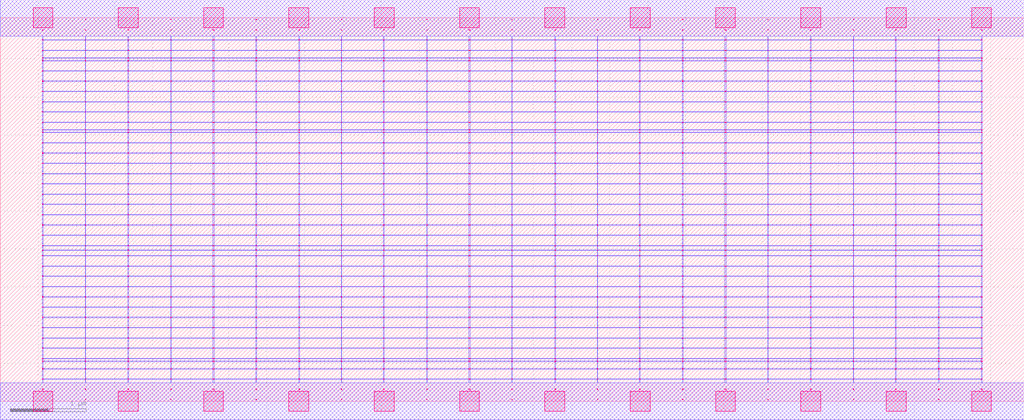
<source format=lef>
MACRO OOAOAOAI221111_DEBUG
 CLASS CORE ;
 FOREIGN OOAOAOAI221111_DEBUG 0 0 ;
 SIZE 13.44 BY 5.04 ;
 ORIGIN 0 0 ;
 SYMMETRY X Y R90 ;
 SITE unit ;

 OBS
    LAYER polycont ;
     RECT 6.71600000 2.58300000 6.72400000 2.59100000 ;
     RECT 6.71600000 2.71800000 6.72400000 2.72600000 ;
     RECT 6.71600000 2.85300000 6.72400000 2.86100000 ;
     RECT 6.71600000 2.98800000 6.72400000 2.99600000 ;
     RECT 8.95600000 2.58300000 8.96400000 2.59100000 ;
     RECT 9.51100000 2.58300000 9.52900000 2.59100000 ;
     RECT 10.07600000 2.58300000 10.08400000 2.59100000 ;
     RECT 10.63600000 2.58300000 10.64900000 2.59100000 ;
     RECT 11.19600000 2.58300000 11.20400000 2.59100000 ;
     RECT 11.75100000 2.58300000 11.76400000 2.59100000 ;
     RECT 12.31600000 2.58300000 12.32400000 2.59100000 ;
     RECT 12.87600000 2.58300000 12.88900000 2.59100000 ;
     RECT 7.27600000 2.58300000 7.28900000 2.59100000 ;
     RECT 7.27600000 2.71800000 7.28900000 2.72600000 ;
     RECT 7.83600000 2.71800000 7.84400000 2.72600000 ;
     RECT 8.39100000 2.71800000 8.40400000 2.72600000 ;
     RECT 8.95600000 2.71800000 8.96400000 2.72600000 ;
     RECT 9.51100000 2.71800000 9.52900000 2.72600000 ;
     RECT 10.07600000 2.71800000 10.08400000 2.72600000 ;
     RECT 10.63600000 2.71800000 10.64900000 2.72600000 ;
     RECT 11.19600000 2.71800000 11.20400000 2.72600000 ;
     RECT 11.75100000 2.71800000 11.76400000 2.72600000 ;
     RECT 12.31600000 2.71800000 12.32400000 2.72600000 ;
     RECT 12.87600000 2.71800000 12.88900000 2.72600000 ;
     RECT 7.83600000 2.58300000 7.84400000 2.59100000 ;
     RECT 7.27600000 2.85300000 7.28900000 2.86100000 ;
     RECT 7.83600000 2.85300000 7.84400000 2.86100000 ;
     RECT 8.39100000 2.85300000 8.40400000 2.86100000 ;
     RECT 8.95600000 2.85300000 8.96400000 2.86100000 ;
     RECT 9.51100000 2.85300000 9.52900000 2.86100000 ;
     RECT 10.07600000 2.85300000 10.08400000 2.86100000 ;
     RECT 10.63600000 2.85300000 10.64900000 2.86100000 ;
     RECT 11.19600000 2.85300000 11.20400000 2.86100000 ;
     RECT 11.75100000 2.85300000 11.76400000 2.86100000 ;
     RECT 12.31600000 2.85300000 12.32400000 2.86100000 ;
     RECT 12.87600000 2.85300000 12.88900000 2.86100000 ;
     RECT 8.39100000 2.58300000 8.40400000 2.59100000 ;
     RECT 7.27600000 2.98800000 7.28900000 2.99600000 ;
     RECT 7.83600000 2.98800000 7.84400000 2.99600000 ;
     RECT 8.39100000 2.98800000 8.40400000 2.99600000 ;
     RECT 8.95600000 2.98800000 8.96400000 2.99600000 ;
     RECT 9.51100000 2.98800000 9.52900000 2.99600000 ;
     RECT 10.07600000 2.98800000 10.08400000 2.99600000 ;
     RECT 10.63600000 2.98800000 10.64900000 2.99600000 ;
     RECT 11.19600000 2.98800000 11.20400000 2.99600000 ;
     RECT 11.75100000 2.98800000 11.76400000 2.99600000 ;
     RECT 12.31600000 2.98800000 12.32400000 2.99600000 ;
     RECT 12.87600000 2.98800000 12.88900000 2.99600000 ;
     RECT 7.83600000 3.12300000 7.84400000 3.13100000 ;
     RECT 11.19600000 3.12300000 11.20400000 3.13100000 ;
     RECT 7.83600000 3.25800000 7.84400000 3.26600000 ;
     RECT 11.19600000 3.25800000 11.20400000 3.26600000 ;
     RECT 7.83600000 3.39300000 7.84400000 3.40100000 ;
     RECT 11.19600000 3.39300000 11.20400000 3.40100000 ;
     RECT 7.83600000 3.52800000 7.84400000 3.53600000 ;
     RECT 11.19600000 3.52800000 11.20400000 3.53600000 ;
     RECT 7.83600000 3.56100000 7.84400000 3.56900000 ;
     RECT 11.19600000 3.56100000 11.20400000 3.56900000 ;
     RECT 7.83600000 3.66300000 7.84400000 3.67100000 ;
     RECT 11.19600000 3.66300000 11.20400000 3.67100000 ;
     RECT 7.83600000 3.79800000 7.84400000 3.80600000 ;
     RECT 11.19600000 3.79800000 11.20400000 3.80600000 ;
     RECT 7.83600000 3.93300000 7.84400000 3.94100000 ;
     RECT 11.19600000 3.93300000 11.20400000 3.94100000 ;
     RECT 7.83600000 4.06800000 7.84400000 4.07600000 ;
     RECT 11.19600000 4.06800000 11.20400000 4.07600000 ;
     RECT 7.83600000 4.20300000 7.84400000 4.21100000 ;
     RECT 11.19600000 4.20300000 11.20400000 4.21100000 ;
     RECT 7.83600000 4.33800000 7.84400000 4.34600000 ;
     RECT 11.19600000 4.33800000 11.20400000 4.34600000 ;
     RECT 7.83600000 4.47300000 7.84400000 4.48100000 ;
     RECT 11.19600000 4.47300000 11.20400000 4.48100000 ;
     RECT 7.83600000 4.51100000 7.84400000 4.51900000 ;
     RECT 11.19600000 4.51100000 11.20400000 4.51900000 ;
     RECT 7.83600000 4.60800000 7.84400000 4.61600000 ;
     RECT 11.19600000 4.60800000 11.20400000 4.61600000 ;
     RECT 7.83600000 4.74300000 7.84400000 4.75100000 ;
     RECT 11.19600000 4.74300000 11.20400000 4.75100000 ;
     RECT 7.83600000 4.87800000 7.84400000 4.88600000 ;
     RECT 11.19600000 4.87800000 11.20400000 4.88600000 ;
     RECT 2.23600000 2.58300000 2.24400000 2.59100000 ;
     RECT 2.79100000 2.58300000 2.80900000 2.59100000 ;
     RECT 3.35600000 2.58300000 3.36400000 2.59100000 ;
     RECT 3.91600000 2.58300000 3.92900000 2.59100000 ;
     RECT 4.47600000 2.58300000 4.48400000 2.59100000 ;
     RECT 5.03100000 2.58300000 5.04400000 2.59100000 ;
     RECT 5.59600000 2.58300000 5.60400000 2.59100000 ;
     RECT 6.15100000 2.58300000 6.16900000 2.59100000 ;
     RECT 0.55100000 2.58300000 0.56400000 2.59100000 ;
     RECT 0.55100000 2.71800000 0.56400000 2.72600000 ;
     RECT 0.55100000 2.85300000 0.56400000 2.86100000 ;
     RECT 1.11600000 2.85300000 1.12400000 2.86100000 ;
     RECT 4.47600000 3.12300000 4.48400000 3.13100000 ;
     RECT 1.67100000 2.85300000 1.68900000 2.86100000 ;
     RECT 2.23600000 2.85300000 2.24400000 2.86100000 ;
     RECT 4.47600000 3.25800000 4.48400000 3.26600000 ;
     RECT 2.79100000 2.85300000 2.80900000 2.86100000 ;
     RECT 3.35600000 2.85300000 3.36400000 2.86100000 ;
     RECT 4.47600000 3.39300000 4.48400000 3.40100000 ;
     RECT 3.91600000 2.85300000 3.92900000 2.86100000 ;
     RECT 4.47600000 2.85300000 4.48400000 2.86100000 ;
     RECT 4.47600000 3.52800000 4.48400000 3.53600000 ;
     RECT 5.03100000 2.85300000 5.04400000 2.86100000 ;
     RECT 5.59600000 2.85300000 5.60400000 2.86100000 ;
     RECT 4.47600000 3.56100000 4.48400000 3.56900000 ;
     RECT 6.15100000 2.85300000 6.16900000 2.86100000 ;
     RECT 1.11600000 2.71800000 1.12400000 2.72600000 ;
     RECT 4.47600000 3.66300000 4.48400000 3.67100000 ;
     RECT 1.67100000 2.71800000 1.68900000 2.72600000 ;
     RECT 2.23600000 2.71800000 2.24400000 2.72600000 ;
     RECT 4.47600000 3.79800000 4.48400000 3.80600000 ;
     RECT 2.79100000 2.71800000 2.80900000 2.72600000 ;
     RECT 3.35600000 2.71800000 3.36400000 2.72600000 ;
     RECT 4.47600000 3.93300000 4.48400000 3.94100000 ;
     RECT 3.91600000 2.71800000 3.92900000 2.72600000 ;
     RECT 4.47600000 2.71800000 4.48400000 2.72600000 ;
     RECT 4.47600000 4.06800000 4.48400000 4.07600000 ;
     RECT 5.03100000 2.71800000 5.04400000 2.72600000 ;
     RECT 5.59600000 2.71800000 5.60400000 2.72600000 ;
     RECT 4.47600000 4.20300000 4.48400000 4.21100000 ;
     RECT 6.15100000 2.71800000 6.16900000 2.72600000 ;
     RECT 1.11600000 2.58300000 1.12400000 2.59100000 ;
     RECT 4.47600000 4.33800000 4.48400000 4.34600000 ;
     RECT 1.67100000 2.58300000 1.68900000 2.59100000 ;
     RECT 0.55100000 2.98800000 0.56400000 2.99600000 ;
     RECT 4.47600000 4.47300000 4.48400000 4.48100000 ;
     RECT 1.11600000 2.98800000 1.12400000 2.99600000 ;
     RECT 1.67100000 2.98800000 1.68900000 2.99600000 ;
     RECT 4.47600000 4.51100000 4.48400000 4.51900000 ;
     RECT 2.23600000 2.98800000 2.24400000 2.99600000 ;
     RECT 2.79100000 2.98800000 2.80900000 2.99600000 ;
     RECT 4.47600000 4.60800000 4.48400000 4.61600000 ;
     RECT 3.35600000 2.98800000 3.36400000 2.99600000 ;
     RECT 3.91600000 2.98800000 3.92900000 2.99600000 ;
     RECT 4.47600000 4.74300000 4.48400000 4.75100000 ;
     RECT 4.47600000 2.98800000 4.48400000 2.99600000 ;
     RECT 5.03100000 2.98800000 5.04400000 2.99600000 ;
     RECT 4.47600000 4.87800000 4.48400000 4.88600000 ;
     RECT 5.59600000 2.98800000 5.60400000 2.99600000 ;
     RECT 6.15100000 2.98800000 6.16900000 2.99600000 ;
     RECT 7.83600000 1.09800000 7.84400000 1.10600000 ;
     RECT 11.19600000 1.09800000 11.20400000 1.10600000 ;
     RECT 11.75100000 1.09800000 11.76400000 1.10600000 ;
     RECT 12.31600000 1.09800000 12.32400000 1.10600000 ;
     RECT 12.87600000 1.09800000 12.88900000 1.10600000 ;
     RECT 7.83600000 1.23300000 7.84400000 1.24100000 ;
     RECT 11.19600000 1.23300000 11.20400000 1.24100000 ;
     RECT 11.75100000 1.23300000 11.76400000 1.24100000 ;
     RECT 12.31600000 1.23300000 12.32400000 1.24100000 ;
     RECT 12.87600000 1.23300000 12.88900000 1.24100000 ;
     RECT 7.83600000 1.36800000 7.84400000 1.37600000 ;
     RECT 11.19600000 1.36800000 11.20400000 1.37600000 ;
     RECT 11.75100000 1.36800000 11.76400000 1.37600000 ;
     RECT 12.31600000 1.36800000 12.32400000 1.37600000 ;
     RECT 12.87600000 1.36800000 12.88900000 1.37600000 ;
     RECT 7.83600000 1.50300000 7.84400000 1.51100000 ;
     RECT 11.19600000 1.50300000 11.20400000 1.51100000 ;
     RECT 11.75100000 1.50300000 11.76400000 1.51100000 ;
     RECT 12.31600000 1.50300000 12.32400000 1.51100000 ;
     RECT 12.87600000 1.50300000 12.88900000 1.51100000 ;
     RECT 7.83600000 1.63800000 7.84400000 1.64600000 ;
     RECT 11.19600000 1.63800000 11.20400000 1.64600000 ;
     RECT 11.75100000 1.63800000 11.76400000 1.64600000 ;
     RECT 12.31600000 1.63800000 12.32400000 1.64600000 ;
     RECT 12.87600000 1.63800000 12.88900000 1.64600000 ;
     RECT 7.83600000 1.77300000 7.84400000 1.78100000 ;
     RECT 11.19600000 1.77300000 11.20400000 1.78100000 ;
     RECT 11.75100000 1.77300000 11.76400000 1.78100000 ;
     RECT 12.31600000 1.77300000 12.32400000 1.78100000 ;
     RECT 12.87600000 1.77300000 12.88900000 1.78100000 ;
     RECT 7.83600000 1.90800000 7.84400000 1.91600000 ;
     RECT 11.19600000 1.90800000 11.20400000 1.91600000 ;
     RECT 11.75100000 1.90800000 11.76400000 1.91600000 ;
     RECT 12.31600000 1.90800000 12.32400000 1.91600000 ;
     RECT 12.87600000 1.90800000 12.88900000 1.91600000 ;
     RECT 7.83600000 1.98100000 7.84400000 1.98900000 ;
     RECT 11.19600000 1.98100000 11.20400000 1.98900000 ;
     RECT 11.75100000 1.98100000 11.76400000 1.98900000 ;
     RECT 12.31600000 1.98100000 12.32400000 1.98900000 ;
     RECT 12.87600000 1.98100000 12.88900000 1.98900000 ;
     RECT 7.83600000 2.04300000 7.84400000 2.05100000 ;
     RECT 11.19600000 2.04300000 11.20400000 2.05100000 ;
     RECT 11.75100000 2.04300000 11.76400000 2.05100000 ;
     RECT 12.31600000 2.04300000 12.32400000 2.05100000 ;
     RECT 12.87600000 2.04300000 12.88900000 2.05100000 ;
     RECT 7.83600000 2.17800000 7.84400000 2.18600000 ;
     RECT 11.19600000 2.17800000 11.20400000 2.18600000 ;
     RECT 11.75100000 2.17800000 11.76400000 2.18600000 ;
     RECT 12.31600000 2.17800000 12.32400000 2.18600000 ;
     RECT 12.87600000 2.17800000 12.88900000 2.18600000 ;
     RECT 7.83600000 2.31300000 7.84400000 2.32100000 ;
     RECT 11.19600000 2.31300000 11.20400000 2.32100000 ;
     RECT 11.75100000 2.31300000 11.76400000 2.32100000 ;
     RECT 12.31600000 2.31300000 12.32400000 2.32100000 ;
     RECT 12.87600000 2.31300000 12.88900000 2.32100000 ;
     RECT 7.83600000 2.44800000 7.84400000 2.45600000 ;
     RECT 11.19600000 2.44800000 11.20400000 2.45600000 ;
     RECT 11.75100000 2.44800000 11.76400000 2.45600000 ;
     RECT 12.31600000 2.44800000 12.32400000 2.45600000 ;
     RECT 12.87600000 2.44800000 12.88900000 2.45600000 ;
     RECT 7.83600000 0.15300000 7.84400000 0.16100000 ;
     RECT 11.19600000 0.15300000 11.20400000 0.16100000 ;
     RECT 11.75100000 0.15300000 11.76400000 0.16100000 ;
     RECT 12.31600000 0.15300000 12.32400000 0.16100000 ;
     RECT 12.87600000 0.15300000 12.88900000 0.16100000 ;
     RECT 7.83600000 0.28800000 7.84400000 0.29600000 ;
     RECT 11.19600000 0.28800000 11.20400000 0.29600000 ;
     RECT 11.75100000 0.28800000 11.76400000 0.29600000 ;
     RECT 12.31600000 0.28800000 12.32400000 0.29600000 ;
     RECT 12.87600000 0.28800000 12.88900000 0.29600000 ;
     RECT 7.83600000 0.42300000 7.84400000 0.43100000 ;
     RECT 11.19600000 0.42300000 11.20400000 0.43100000 ;
     RECT 11.75100000 0.42300000 11.76400000 0.43100000 ;
     RECT 12.31600000 0.42300000 12.32400000 0.43100000 ;
     RECT 12.87600000 0.42300000 12.88900000 0.43100000 ;
     RECT 7.83600000 0.52100000 7.84400000 0.52900000 ;
     RECT 11.19600000 0.52100000 11.20400000 0.52900000 ;
     RECT 11.75100000 0.52100000 11.76400000 0.52900000 ;
     RECT 12.31600000 0.52100000 12.32400000 0.52900000 ;
     RECT 12.87600000 0.52100000 12.88900000 0.52900000 ;
     RECT 7.83600000 0.55800000 7.84400000 0.56600000 ;
     RECT 11.19600000 0.55800000 11.20400000 0.56600000 ;
     RECT 11.75100000 0.55800000 11.76400000 0.56600000 ;
     RECT 12.31600000 0.55800000 12.32400000 0.56600000 ;
     RECT 12.87600000 0.55800000 12.88900000 0.56600000 ;
     RECT 7.83600000 0.69300000 7.84400000 0.70100000 ;
     RECT 11.19600000 0.69300000 11.20400000 0.70100000 ;
     RECT 11.75100000 0.69300000 11.76400000 0.70100000 ;
     RECT 12.31600000 0.69300000 12.32400000 0.70100000 ;
     RECT 12.87600000 0.69300000 12.88900000 0.70100000 ;
     RECT 7.83600000 0.82800000 7.84400000 0.83600000 ;
     RECT 11.19600000 0.82800000 11.20400000 0.83600000 ;
     RECT 11.75100000 0.82800000 11.76400000 0.83600000 ;
     RECT 12.31600000 0.82800000 12.32400000 0.83600000 ;
     RECT 12.87600000 0.82800000 12.88900000 0.83600000 ;
     RECT 7.83600000 0.96300000 7.84400000 0.97100000 ;
     RECT 11.19600000 0.96300000 11.20400000 0.97100000 ;
     RECT 11.75100000 0.96300000 11.76400000 0.97100000 ;
     RECT 12.31600000 0.96300000 12.32400000 0.97100000 ;
     RECT 12.87600000 0.96300000 12.88900000 0.97100000 ;

    LAYER pdiffc ;
     RECT 0.55100000 3.39300000 0.55900000 3.40100000 ;
     RECT 3.92100000 3.39300000 3.92900000 3.40100000 ;
     RECT 5.03100000 3.39300000 5.03900000 3.40100000 ;
     RECT 7.28100000 3.39300000 7.28900000 3.40100000 ;
     RECT 8.39100000 3.39300000 8.39900000 3.40100000 ;
     RECT 10.64100000 3.39300000 10.64900000 3.40100000 ;
     RECT 11.75100000 3.39300000 11.75900000 3.40100000 ;
     RECT 12.88100000 3.39300000 12.88900000 3.40100000 ;
     RECT 0.55100000 3.52800000 0.55900000 3.53600000 ;
     RECT 3.92100000 3.52800000 3.92900000 3.53600000 ;
     RECT 5.03100000 3.52800000 5.03900000 3.53600000 ;
     RECT 7.28100000 3.52800000 7.28900000 3.53600000 ;
     RECT 8.39100000 3.52800000 8.39900000 3.53600000 ;
     RECT 10.64100000 3.52800000 10.64900000 3.53600000 ;
     RECT 11.75100000 3.52800000 11.75900000 3.53600000 ;
     RECT 12.88100000 3.52800000 12.88900000 3.53600000 ;
     RECT 0.55100000 3.56100000 0.55900000 3.56900000 ;
     RECT 3.92100000 3.56100000 3.92900000 3.56900000 ;
     RECT 5.03100000 3.56100000 5.03900000 3.56900000 ;
     RECT 7.28100000 3.56100000 7.28900000 3.56900000 ;
     RECT 8.39100000 3.56100000 8.39900000 3.56900000 ;
     RECT 10.64100000 3.56100000 10.64900000 3.56900000 ;
     RECT 11.75100000 3.56100000 11.75900000 3.56900000 ;
     RECT 12.88100000 3.56100000 12.88900000 3.56900000 ;
     RECT 0.55100000 3.66300000 0.55900000 3.67100000 ;
     RECT 3.92100000 3.66300000 3.92900000 3.67100000 ;
     RECT 5.03100000 3.66300000 5.03900000 3.67100000 ;
     RECT 7.28100000 3.66300000 7.28900000 3.67100000 ;
     RECT 8.39100000 3.66300000 8.39900000 3.67100000 ;
     RECT 10.64100000 3.66300000 10.64900000 3.67100000 ;
     RECT 11.75100000 3.66300000 11.75900000 3.67100000 ;
     RECT 12.88100000 3.66300000 12.88900000 3.67100000 ;
     RECT 0.55100000 3.79800000 0.55900000 3.80600000 ;
     RECT 3.92100000 3.79800000 3.92900000 3.80600000 ;
     RECT 5.03100000 3.79800000 5.03900000 3.80600000 ;
     RECT 7.28100000 3.79800000 7.28900000 3.80600000 ;
     RECT 8.39100000 3.79800000 8.39900000 3.80600000 ;
     RECT 10.64100000 3.79800000 10.64900000 3.80600000 ;
     RECT 11.75100000 3.79800000 11.75900000 3.80600000 ;
     RECT 12.88100000 3.79800000 12.88900000 3.80600000 ;
     RECT 0.55100000 3.93300000 0.55900000 3.94100000 ;
     RECT 3.92100000 3.93300000 3.92900000 3.94100000 ;
     RECT 5.03100000 3.93300000 5.03900000 3.94100000 ;
     RECT 7.28100000 3.93300000 7.28900000 3.94100000 ;
     RECT 8.39100000 3.93300000 8.39900000 3.94100000 ;
     RECT 10.64100000 3.93300000 10.64900000 3.94100000 ;
     RECT 11.75100000 3.93300000 11.75900000 3.94100000 ;
     RECT 12.88100000 3.93300000 12.88900000 3.94100000 ;
     RECT 0.55100000 4.06800000 0.55900000 4.07600000 ;
     RECT 3.92100000 4.06800000 3.92900000 4.07600000 ;
     RECT 5.03100000 4.06800000 5.03900000 4.07600000 ;
     RECT 7.28100000 4.06800000 7.28900000 4.07600000 ;
     RECT 8.39100000 4.06800000 8.39900000 4.07600000 ;
     RECT 10.64100000 4.06800000 10.64900000 4.07600000 ;
     RECT 11.75100000 4.06800000 11.75900000 4.07600000 ;
     RECT 12.88100000 4.06800000 12.88900000 4.07600000 ;
     RECT 0.55100000 4.20300000 0.55900000 4.21100000 ;
     RECT 3.92100000 4.20300000 3.92900000 4.21100000 ;
     RECT 5.03100000 4.20300000 5.03900000 4.21100000 ;
     RECT 7.28100000 4.20300000 7.28900000 4.21100000 ;
     RECT 8.39100000 4.20300000 8.39900000 4.21100000 ;
     RECT 10.64100000 4.20300000 10.64900000 4.21100000 ;
     RECT 11.75100000 4.20300000 11.75900000 4.21100000 ;
     RECT 12.88100000 4.20300000 12.88900000 4.21100000 ;
     RECT 0.55100000 4.33800000 0.55900000 4.34600000 ;
     RECT 3.92100000 4.33800000 3.92900000 4.34600000 ;
     RECT 5.03100000 4.33800000 5.03900000 4.34600000 ;
     RECT 7.28100000 4.33800000 7.28900000 4.34600000 ;
     RECT 8.39100000 4.33800000 8.39900000 4.34600000 ;
     RECT 10.64100000 4.33800000 10.64900000 4.34600000 ;
     RECT 11.75100000 4.33800000 11.75900000 4.34600000 ;
     RECT 12.88100000 4.33800000 12.88900000 4.34600000 ;
     RECT 0.55100000 4.47300000 0.55900000 4.48100000 ;
     RECT 3.92100000 4.47300000 3.92900000 4.48100000 ;
     RECT 5.03100000 4.47300000 5.03900000 4.48100000 ;
     RECT 7.28100000 4.47300000 7.28900000 4.48100000 ;
     RECT 8.39100000 4.47300000 8.39900000 4.48100000 ;
     RECT 10.64100000 4.47300000 10.64900000 4.48100000 ;
     RECT 11.75100000 4.47300000 11.75900000 4.48100000 ;
     RECT 12.88100000 4.47300000 12.88900000 4.48100000 ;
     RECT 0.55100000 4.51100000 0.55900000 4.51900000 ;
     RECT 3.92100000 4.51100000 3.92900000 4.51900000 ;
     RECT 5.03100000 4.51100000 5.03900000 4.51900000 ;
     RECT 7.28100000 4.51100000 7.28900000 4.51900000 ;
     RECT 8.39100000 4.51100000 8.39900000 4.51900000 ;
     RECT 10.64100000 4.51100000 10.64900000 4.51900000 ;
     RECT 11.75100000 4.51100000 11.75900000 4.51900000 ;
     RECT 12.88100000 4.51100000 12.88900000 4.51900000 ;
     RECT 0.55100000 4.60800000 0.55900000 4.61600000 ;
     RECT 3.92100000 4.60800000 3.92900000 4.61600000 ;
     RECT 5.03100000 4.60800000 5.03900000 4.61600000 ;
     RECT 7.28100000 4.60800000 7.28900000 4.61600000 ;
     RECT 8.39100000 4.60800000 8.39900000 4.61600000 ;
     RECT 10.64100000 4.60800000 10.64900000 4.61600000 ;
     RECT 11.75100000 4.60800000 11.75900000 4.61600000 ;
     RECT 12.88100000 4.60800000 12.88900000 4.61600000 ;

    LAYER ndiffc ;
     RECT 6.15100000 0.42300000 6.16900000 0.43100000 ;
     RECT 7.27600000 0.42300000 7.28900000 0.43100000 ;
     RECT 8.39100000 0.42300000 8.40400000 0.43100000 ;
     RECT 9.51100000 0.42300000 9.52900000 0.43100000 ;
     RECT 10.63600000 0.42300000 10.64900000 0.43100000 ;
     RECT 6.15100000 0.52100000 6.16900000 0.52900000 ;
     RECT 7.27600000 0.52100000 7.28900000 0.52900000 ;
     RECT 8.39100000 0.52100000 8.40400000 0.52900000 ;
     RECT 9.51100000 0.52100000 9.52900000 0.52900000 ;
     RECT 10.63600000 0.52100000 10.64900000 0.52900000 ;
     RECT 6.15100000 0.55800000 6.16900000 0.56600000 ;
     RECT 7.27600000 0.55800000 7.28900000 0.56600000 ;
     RECT 8.39100000 0.55800000 8.40400000 0.56600000 ;
     RECT 9.51100000 0.55800000 9.52900000 0.56600000 ;
     RECT 10.63600000 0.55800000 10.64900000 0.56600000 ;
     RECT 6.15100000 0.69300000 6.16900000 0.70100000 ;
     RECT 7.27600000 0.69300000 7.28900000 0.70100000 ;
     RECT 8.39100000 0.69300000 8.40400000 0.70100000 ;
     RECT 9.51100000 0.69300000 9.52900000 0.70100000 ;
     RECT 10.63600000 0.69300000 10.64900000 0.70100000 ;
     RECT 6.15100000 0.82800000 6.16900000 0.83600000 ;
     RECT 7.27600000 0.82800000 7.28900000 0.83600000 ;
     RECT 8.39100000 0.82800000 8.40400000 0.83600000 ;
     RECT 9.51100000 0.82800000 9.52900000 0.83600000 ;
     RECT 10.63600000 0.82800000 10.64900000 0.83600000 ;
     RECT 6.15100000 0.96300000 6.16900000 0.97100000 ;
     RECT 7.27600000 0.96300000 7.28900000 0.97100000 ;
     RECT 8.39100000 0.96300000 8.40400000 0.97100000 ;
     RECT 9.51100000 0.96300000 9.52900000 0.97100000 ;
     RECT 10.63600000 0.96300000 10.64900000 0.97100000 ;
     RECT 6.15100000 1.09800000 6.16900000 1.10600000 ;
     RECT 7.27600000 1.09800000 7.28900000 1.10600000 ;
     RECT 8.39100000 1.09800000 8.40400000 1.10600000 ;
     RECT 9.51100000 1.09800000 9.52900000 1.10600000 ;
     RECT 10.63600000 1.09800000 10.64900000 1.10600000 ;
     RECT 6.15100000 1.23300000 6.16900000 1.24100000 ;
     RECT 7.27600000 1.23300000 7.28900000 1.24100000 ;
     RECT 8.39100000 1.23300000 8.40400000 1.24100000 ;
     RECT 9.51100000 1.23300000 9.52900000 1.24100000 ;
     RECT 10.63600000 1.23300000 10.64900000 1.24100000 ;
     RECT 6.15100000 1.36800000 6.16900000 1.37600000 ;
     RECT 7.27600000 1.36800000 7.28900000 1.37600000 ;
     RECT 8.39100000 1.36800000 8.40400000 1.37600000 ;
     RECT 9.51100000 1.36800000 9.52900000 1.37600000 ;
     RECT 10.63600000 1.36800000 10.64900000 1.37600000 ;
     RECT 6.15100000 1.50300000 6.16900000 1.51100000 ;
     RECT 7.27600000 1.50300000 7.28900000 1.51100000 ;
     RECT 8.39100000 1.50300000 8.40400000 1.51100000 ;
     RECT 9.51100000 1.50300000 9.52900000 1.51100000 ;
     RECT 10.63600000 1.50300000 10.64900000 1.51100000 ;
     RECT 6.15100000 1.63800000 6.16900000 1.64600000 ;
     RECT 7.27600000 1.63800000 7.28900000 1.64600000 ;
     RECT 8.39100000 1.63800000 8.40400000 1.64600000 ;
     RECT 9.51100000 1.63800000 9.52900000 1.64600000 ;
     RECT 10.63600000 1.63800000 10.64900000 1.64600000 ;
     RECT 6.15100000 1.77300000 6.16900000 1.78100000 ;
     RECT 7.27600000 1.77300000 7.28900000 1.78100000 ;
     RECT 8.39100000 1.77300000 8.40400000 1.78100000 ;
     RECT 9.51100000 1.77300000 9.52900000 1.78100000 ;
     RECT 10.63600000 1.77300000 10.64900000 1.78100000 ;
     RECT 6.15100000 1.90800000 6.16900000 1.91600000 ;
     RECT 7.27600000 1.90800000 7.28900000 1.91600000 ;
     RECT 8.39100000 1.90800000 8.40400000 1.91600000 ;
     RECT 9.51100000 1.90800000 9.52900000 1.91600000 ;
     RECT 10.63600000 1.90800000 10.64900000 1.91600000 ;
     RECT 6.15100000 1.98100000 6.16900000 1.98900000 ;
     RECT 7.27600000 1.98100000 7.28900000 1.98900000 ;
     RECT 8.39100000 1.98100000 8.40400000 1.98900000 ;
     RECT 9.51100000 1.98100000 9.52900000 1.98900000 ;
     RECT 10.63600000 1.98100000 10.64900000 1.98900000 ;
     RECT 6.15100000 2.04300000 6.16900000 2.05100000 ;
     RECT 7.27600000 2.04300000 7.28900000 2.05100000 ;
     RECT 8.39100000 2.04300000 8.40400000 2.05100000 ;
     RECT 9.51100000 2.04300000 9.52900000 2.05100000 ;
     RECT 10.63600000 2.04300000 10.64900000 2.05100000 ;
     RECT 0.55100000 0.42300000 0.56400000 0.43100000 ;
     RECT 1.67100000 0.42300000 1.68900000 0.43100000 ;
     RECT 2.79100000 0.42300000 2.80900000 0.43100000 ;
     RECT 3.91600000 0.42300000 3.92900000 0.43100000 ;
     RECT 5.03100000 0.42300000 5.04400000 0.43100000 ;
     RECT 0.55100000 1.36800000 0.56400000 1.37600000 ;
     RECT 1.67100000 1.36800000 1.68900000 1.37600000 ;
     RECT 2.79100000 1.36800000 2.80900000 1.37600000 ;
     RECT 3.91600000 1.36800000 3.92900000 1.37600000 ;
     RECT 5.03100000 1.36800000 5.04400000 1.37600000 ;
     RECT 0.55100000 0.82800000 0.56400000 0.83600000 ;
     RECT 1.67100000 0.82800000 1.68900000 0.83600000 ;
     RECT 2.79100000 0.82800000 2.80900000 0.83600000 ;
     RECT 3.91600000 0.82800000 3.92900000 0.83600000 ;
     RECT 5.03100000 0.82800000 5.04400000 0.83600000 ;
     RECT 0.55100000 1.50300000 0.56400000 1.51100000 ;
     RECT 1.67100000 1.50300000 1.68900000 1.51100000 ;
     RECT 2.79100000 1.50300000 2.80900000 1.51100000 ;
     RECT 3.91600000 1.50300000 3.92900000 1.51100000 ;
     RECT 5.03100000 1.50300000 5.04400000 1.51100000 ;
     RECT 0.55100000 0.55800000 0.56400000 0.56600000 ;
     RECT 1.67100000 0.55800000 1.68900000 0.56600000 ;
     RECT 2.79100000 0.55800000 2.80900000 0.56600000 ;
     RECT 3.91600000 0.55800000 3.92900000 0.56600000 ;
     RECT 5.03100000 0.55800000 5.04400000 0.56600000 ;
     RECT 0.55100000 1.63800000 0.56400000 1.64600000 ;
     RECT 1.67100000 1.63800000 1.68900000 1.64600000 ;
     RECT 2.79100000 1.63800000 2.80900000 1.64600000 ;
     RECT 3.91600000 1.63800000 3.92900000 1.64600000 ;
     RECT 5.03100000 1.63800000 5.04400000 1.64600000 ;
     RECT 0.55100000 0.96300000 0.56400000 0.97100000 ;
     RECT 1.67100000 0.96300000 1.68900000 0.97100000 ;
     RECT 2.79100000 0.96300000 2.80900000 0.97100000 ;
     RECT 3.91600000 0.96300000 3.92900000 0.97100000 ;
     RECT 5.03100000 0.96300000 5.04400000 0.97100000 ;
     RECT 0.55100000 1.77300000 0.56400000 1.78100000 ;
     RECT 1.67100000 1.77300000 1.68900000 1.78100000 ;
     RECT 2.79100000 1.77300000 2.80900000 1.78100000 ;
     RECT 3.91600000 1.77300000 3.92900000 1.78100000 ;
     RECT 5.03100000 1.77300000 5.04400000 1.78100000 ;
     RECT 0.55100000 0.52100000 0.56400000 0.52900000 ;
     RECT 1.67100000 0.52100000 1.68900000 0.52900000 ;
     RECT 2.79100000 0.52100000 2.80900000 0.52900000 ;
     RECT 3.91600000 0.52100000 3.92900000 0.52900000 ;
     RECT 5.03100000 0.52100000 5.04400000 0.52900000 ;
     RECT 0.55100000 1.90800000 0.56400000 1.91600000 ;
     RECT 1.67100000 1.90800000 1.68900000 1.91600000 ;
     RECT 2.79100000 1.90800000 2.80900000 1.91600000 ;
     RECT 3.91600000 1.90800000 3.92900000 1.91600000 ;
     RECT 5.03100000 1.90800000 5.04400000 1.91600000 ;
     RECT 0.55100000 1.09800000 0.56400000 1.10600000 ;
     RECT 1.67100000 1.09800000 1.68900000 1.10600000 ;
     RECT 2.79100000 1.09800000 2.80900000 1.10600000 ;
     RECT 3.91600000 1.09800000 3.92900000 1.10600000 ;
     RECT 5.03100000 1.09800000 5.04400000 1.10600000 ;
     RECT 0.55100000 1.98100000 0.56400000 1.98900000 ;
     RECT 1.67100000 1.98100000 1.68900000 1.98900000 ;
     RECT 2.79100000 1.98100000 2.80900000 1.98900000 ;
     RECT 3.91600000 1.98100000 3.92900000 1.98900000 ;
     RECT 5.03100000 1.98100000 5.04400000 1.98900000 ;
     RECT 0.55100000 0.69300000 0.56400000 0.70100000 ;
     RECT 1.67100000 0.69300000 1.68900000 0.70100000 ;
     RECT 2.79100000 0.69300000 2.80900000 0.70100000 ;
     RECT 3.91600000 0.69300000 3.92900000 0.70100000 ;
     RECT 5.03100000 0.69300000 5.04400000 0.70100000 ;
     RECT 0.55100000 2.04300000 0.56400000 2.05100000 ;
     RECT 1.67100000 2.04300000 1.68900000 2.05100000 ;
     RECT 2.79100000 2.04300000 2.80900000 2.05100000 ;
     RECT 3.91600000 2.04300000 3.92900000 2.05100000 ;
     RECT 5.03100000 2.04300000 5.04400000 2.05100000 ;
     RECT 0.55100000 1.23300000 0.56400000 1.24100000 ;
     RECT 1.67100000 1.23300000 1.68900000 1.24100000 ;
     RECT 2.79100000 1.23300000 2.80900000 1.24100000 ;
     RECT 3.91600000 1.23300000 3.92900000 1.24100000 ;
     RECT 5.03100000 1.23300000 5.04400000 1.24100000 ;

    LAYER met1 ;
     RECT 0.00000000 -0.24000000 13.44000000 0.24000000 ;
     RECT 6.71600000 0.24000000 6.72400000 0.28800000 ;
     RECT 0.55100000 0.28800000 12.88900000 0.29600000 ;
     RECT 6.71600000 0.29600000 6.72400000 0.42300000 ;
     RECT 0.55100000 0.42300000 12.88900000 0.43100000 ;
     RECT 6.71600000 0.43100000 6.72400000 0.52100000 ;
     RECT 0.55100000 0.52100000 12.88900000 0.52900000 ;
     RECT 6.71600000 0.52900000 6.72400000 0.55800000 ;
     RECT 0.55100000 0.55800000 12.88900000 0.56600000 ;
     RECT 6.71600000 0.56600000 6.72400000 0.69300000 ;
     RECT 0.55100000 0.69300000 12.88900000 0.70100000 ;
     RECT 6.71600000 0.70100000 6.72400000 0.82800000 ;
     RECT 0.55100000 0.82800000 12.88900000 0.83600000 ;
     RECT 6.71600000 0.83600000 6.72400000 0.96300000 ;
     RECT 0.55100000 0.96300000 12.88900000 0.97100000 ;
     RECT 6.71600000 0.97100000 6.72400000 1.09800000 ;
     RECT 0.55100000 1.09800000 12.88900000 1.10600000 ;
     RECT 6.71600000 1.10600000 6.72400000 1.23300000 ;
     RECT 0.55100000 1.23300000 12.88900000 1.24100000 ;
     RECT 6.71600000 1.24100000 6.72400000 1.36800000 ;
     RECT 0.55100000 1.36800000 12.88900000 1.37600000 ;
     RECT 6.71600000 1.37600000 6.72400000 1.50300000 ;
     RECT 0.55100000 1.50300000 12.88900000 1.51100000 ;
     RECT 6.71600000 1.51100000 6.72400000 1.63800000 ;
     RECT 0.55100000 1.63800000 12.88900000 1.64600000 ;
     RECT 6.71600000 1.64600000 6.72400000 1.77300000 ;
     RECT 0.55100000 1.77300000 12.88900000 1.78100000 ;
     RECT 6.71600000 1.78100000 6.72400000 1.90800000 ;
     RECT 0.55100000 1.90800000 12.88900000 1.91600000 ;
     RECT 6.71600000 1.91600000 6.72400000 1.98100000 ;
     RECT 0.55100000 1.98100000 12.88900000 1.98900000 ;
     RECT 6.71600000 1.98900000 6.72400000 2.04300000 ;
     RECT 0.55100000 2.04300000 12.88900000 2.05100000 ;
     RECT 6.71600000 2.05100000 6.72400000 2.17800000 ;
     RECT 0.55100000 2.17800000 12.88900000 2.18600000 ;
     RECT 6.71600000 2.18600000 6.72400000 2.31300000 ;
     RECT 0.55100000 2.31300000 12.88900000 2.32100000 ;
     RECT 6.71600000 2.32100000 6.72400000 2.44800000 ;
     RECT 0.55100000 2.44800000 12.88900000 2.45600000 ;
     RECT 0.55100000 2.45600000 0.56400000 2.58300000 ;
     RECT 1.11600000 2.45600000 1.12400000 2.58300000 ;
     RECT 1.67100000 2.45600000 1.68900000 2.58300000 ;
     RECT 2.23600000 2.45600000 2.24400000 2.58300000 ;
     RECT 2.79100000 2.45600000 2.80900000 2.58300000 ;
     RECT 3.35600000 2.45600000 3.36400000 2.58300000 ;
     RECT 3.91600000 2.45600000 3.92900000 2.58300000 ;
     RECT 4.47600000 2.45600000 4.48400000 2.58300000 ;
     RECT 5.03100000 2.45600000 5.04400000 2.58300000 ;
     RECT 5.59600000 2.45600000 5.60400000 2.58300000 ;
     RECT 6.15100000 2.45600000 6.16900000 2.58300000 ;
     RECT 6.71600000 2.45600000 6.72400000 2.58300000 ;
     RECT 7.27600000 2.45600000 7.28900000 2.58300000 ;
     RECT 7.83600000 2.45600000 7.84400000 2.58300000 ;
     RECT 8.39100000 2.45600000 8.40400000 2.58300000 ;
     RECT 8.95600000 2.45600000 8.96400000 2.58300000 ;
     RECT 9.51100000 2.45600000 9.52900000 2.58300000 ;
     RECT 10.07600000 2.45600000 10.08400000 2.58300000 ;
     RECT 10.63600000 2.45600000 10.64900000 2.58300000 ;
     RECT 11.19600000 2.45600000 11.20400000 2.58300000 ;
     RECT 11.75100000 2.45600000 11.76400000 2.58300000 ;
     RECT 12.31600000 2.45600000 12.32400000 2.58300000 ;
     RECT 12.87600000 2.45600000 12.88900000 2.58300000 ;
     RECT 0.55100000 2.58300000 12.88900000 2.59100000 ;
     RECT 6.71600000 2.59100000 6.72400000 2.71800000 ;
     RECT 0.55100000 2.71800000 12.88900000 2.72600000 ;
     RECT 6.71600000 2.72600000 6.72400000 2.85300000 ;
     RECT 0.55100000 2.85300000 12.88900000 2.86100000 ;
     RECT 6.71600000 2.86100000 6.72400000 2.98800000 ;
     RECT 0.55100000 2.98800000 12.88900000 2.99600000 ;
     RECT 6.71600000 2.99600000 6.72400000 3.12300000 ;
     RECT 0.55100000 3.12300000 12.88900000 3.13100000 ;
     RECT 6.71600000 3.13100000 6.72400000 3.25800000 ;
     RECT 0.55100000 3.25800000 12.88900000 3.26600000 ;
     RECT 6.71600000 3.26600000 6.72400000 3.39300000 ;
     RECT 0.55100000 3.39300000 12.88900000 3.40100000 ;
     RECT 6.71600000 3.40100000 6.72400000 3.52800000 ;
     RECT 0.55100000 3.52800000 12.88900000 3.53600000 ;
     RECT 6.71600000 3.53600000 6.72400000 3.56100000 ;
     RECT 0.55100000 3.56100000 12.88900000 3.56900000 ;
     RECT 6.71600000 3.56900000 6.72400000 3.66300000 ;
     RECT 0.55100000 3.66300000 12.88900000 3.67100000 ;
     RECT 6.71600000 3.67100000 6.72400000 3.79800000 ;
     RECT 0.55100000 3.79800000 12.88900000 3.80600000 ;
     RECT 6.71600000 3.80600000 6.72400000 3.93300000 ;
     RECT 0.55100000 3.93300000 12.88900000 3.94100000 ;
     RECT 6.71600000 3.94100000 6.72400000 4.06800000 ;
     RECT 0.55100000 4.06800000 12.88900000 4.07600000 ;
     RECT 6.71600000 4.07600000 6.72400000 4.20300000 ;
     RECT 0.55100000 4.20300000 12.88900000 4.21100000 ;
     RECT 6.71600000 4.21100000 6.72400000 4.33800000 ;
     RECT 0.55100000 4.33800000 12.88900000 4.34600000 ;
     RECT 6.71600000 4.34600000 6.72400000 4.47300000 ;
     RECT 0.55100000 4.47300000 12.88900000 4.48100000 ;
     RECT 6.71600000 4.48100000 6.72400000 4.51100000 ;
     RECT 0.55100000 4.51100000 12.88900000 4.51900000 ;
     RECT 6.71600000 4.51900000 6.72400000 4.60800000 ;
     RECT 0.55100000 4.60800000 12.88900000 4.61600000 ;
     RECT 6.71600000 4.61600000 6.72400000 4.74300000 ;
     RECT 0.55100000 4.74300000 12.88900000 4.75100000 ;
     RECT 6.71600000 4.75100000 6.72400000 4.80000000 ;
     RECT 0.00000000 4.80000000 13.44000000 5.28000000 ;
     RECT 10.07600000 2.59100000 10.08400000 2.71800000 ;
     RECT 10.07600000 2.99600000 10.08400000 3.12300000 ;
     RECT 10.07600000 3.13100000 10.08400000 3.25800000 ;
     RECT 10.07600000 3.26600000 10.08400000 3.39300000 ;
     RECT 10.07600000 3.40100000 10.08400000 3.52800000 ;
     RECT 10.07600000 3.53600000 10.08400000 3.56100000 ;
     RECT 10.07600000 3.56900000 10.08400000 3.66300000 ;
     RECT 10.07600000 3.67100000 10.08400000 3.79800000 ;
     RECT 10.07600000 2.72600000 10.08400000 2.85300000 ;
     RECT 7.27600000 3.80600000 7.28900000 3.93300000 ;
     RECT 7.83600000 3.80600000 7.84400000 3.93300000 ;
     RECT 8.39100000 3.80600000 8.40400000 3.93300000 ;
     RECT 8.95600000 3.80600000 8.96400000 3.93300000 ;
     RECT 9.51100000 3.80600000 9.52900000 3.93300000 ;
     RECT 10.07600000 3.80600000 10.08400000 3.93300000 ;
     RECT 10.63600000 3.80600000 10.64900000 3.93300000 ;
     RECT 11.19600000 3.80600000 11.20400000 3.93300000 ;
     RECT 11.75100000 3.80600000 11.76400000 3.93300000 ;
     RECT 12.31600000 3.80600000 12.32400000 3.93300000 ;
     RECT 12.87600000 3.80600000 12.88900000 3.93300000 ;
     RECT 10.07600000 3.94100000 10.08400000 4.06800000 ;
     RECT 10.07600000 4.07600000 10.08400000 4.20300000 ;
     RECT 10.07600000 4.21100000 10.08400000 4.33800000 ;
     RECT 10.07600000 4.34600000 10.08400000 4.47300000 ;
     RECT 10.07600000 4.48100000 10.08400000 4.51100000 ;
     RECT 10.07600000 2.86100000 10.08400000 2.98800000 ;
     RECT 10.07600000 4.51900000 10.08400000 4.60800000 ;
     RECT 10.07600000 4.61600000 10.08400000 4.74300000 ;
     RECT 10.07600000 4.75100000 10.08400000 4.80000000 ;
     RECT 11.75100000 4.07600000 11.76400000 4.20300000 ;
     RECT 12.31600000 4.07600000 12.32400000 4.20300000 ;
     RECT 12.87600000 4.07600000 12.88900000 4.20300000 ;
     RECT 11.19600000 3.94100000 11.20400000 4.06800000 ;
     RECT 10.63600000 4.21100000 10.64900000 4.33800000 ;
     RECT 11.19600000 4.21100000 11.20400000 4.33800000 ;
     RECT 11.75100000 4.21100000 11.76400000 4.33800000 ;
     RECT 12.31600000 4.21100000 12.32400000 4.33800000 ;
     RECT 12.87600000 4.21100000 12.88900000 4.33800000 ;
     RECT 11.75100000 3.94100000 11.76400000 4.06800000 ;
     RECT 10.63600000 4.34600000 10.64900000 4.47300000 ;
     RECT 11.19600000 4.34600000 11.20400000 4.47300000 ;
     RECT 11.75100000 4.34600000 11.76400000 4.47300000 ;
     RECT 12.31600000 4.34600000 12.32400000 4.47300000 ;
     RECT 12.87600000 4.34600000 12.88900000 4.47300000 ;
     RECT 12.31600000 3.94100000 12.32400000 4.06800000 ;
     RECT 10.63600000 4.48100000 10.64900000 4.51100000 ;
     RECT 11.19600000 4.48100000 11.20400000 4.51100000 ;
     RECT 11.75100000 4.48100000 11.76400000 4.51100000 ;
     RECT 12.31600000 4.48100000 12.32400000 4.51100000 ;
     RECT 12.87600000 4.48100000 12.88900000 4.51100000 ;
     RECT 12.87600000 3.94100000 12.88900000 4.06800000 ;
     RECT 10.63600000 3.94100000 10.64900000 4.06800000 ;
     RECT 10.63600000 4.51900000 10.64900000 4.60800000 ;
     RECT 11.19600000 4.51900000 11.20400000 4.60800000 ;
     RECT 11.75100000 4.51900000 11.76400000 4.60800000 ;
     RECT 12.31600000 4.51900000 12.32400000 4.60800000 ;
     RECT 12.87600000 4.51900000 12.88900000 4.60800000 ;
     RECT 10.63600000 4.07600000 10.64900000 4.20300000 ;
     RECT 10.63600000 4.61600000 10.64900000 4.74300000 ;
     RECT 11.19600000 4.61600000 11.20400000 4.74300000 ;
     RECT 11.75100000 4.61600000 11.76400000 4.74300000 ;
     RECT 12.31600000 4.61600000 12.32400000 4.74300000 ;
     RECT 12.87600000 4.61600000 12.88900000 4.74300000 ;
     RECT 11.19600000 4.07600000 11.20400000 4.20300000 ;
     RECT 10.63600000 4.75100000 10.64900000 4.80000000 ;
     RECT 11.19600000 4.75100000 11.20400000 4.80000000 ;
     RECT 11.75100000 4.75100000 11.76400000 4.80000000 ;
     RECT 12.31600000 4.75100000 12.32400000 4.80000000 ;
     RECT 12.87600000 4.75100000 12.88900000 4.80000000 ;
     RECT 8.39100000 4.21100000 8.40400000 4.33800000 ;
     RECT 8.95600000 4.21100000 8.96400000 4.33800000 ;
     RECT 9.51100000 4.21100000 9.52900000 4.33800000 ;
     RECT 7.83600000 4.07600000 7.84400000 4.20300000 ;
     RECT 8.39100000 4.07600000 8.40400000 4.20300000 ;
     RECT 8.95600000 4.07600000 8.96400000 4.20300000 ;
     RECT 9.51100000 4.07600000 9.52900000 4.20300000 ;
     RECT 7.27600000 4.51900000 7.28900000 4.60800000 ;
     RECT 7.83600000 4.51900000 7.84400000 4.60800000 ;
     RECT 8.39100000 4.51900000 8.40400000 4.60800000 ;
     RECT 8.95600000 4.51900000 8.96400000 4.60800000 ;
     RECT 9.51100000 4.51900000 9.52900000 4.60800000 ;
     RECT 7.83600000 3.94100000 7.84400000 4.06800000 ;
     RECT 8.39100000 3.94100000 8.40400000 4.06800000 ;
     RECT 7.27600000 4.34600000 7.28900000 4.47300000 ;
     RECT 7.83600000 4.34600000 7.84400000 4.47300000 ;
     RECT 8.39100000 4.34600000 8.40400000 4.47300000 ;
     RECT 8.95600000 4.34600000 8.96400000 4.47300000 ;
     RECT 7.27600000 4.61600000 7.28900000 4.74300000 ;
     RECT 7.83600000 4.61600000 7.84400000 4.74300000 ;
     RECT 8.39100000 4.61600000 8.40400000 4.74300000 ;
     RECT 8.95600000 4.61600000 8.96400000 4.74300000 ;
     RECT 9.51100000 4.61600000 9.52900000 4.74300000 ;
     RECT 9.51100000 4.34600000 9.52900000 4.47300000 ;
     RECT 8.95600000 3.94100000 8.96400000 4.06800000 ;
     RECT 9.51100000 3.94100000 9.52900000 4.06800000 ;
     RECT 7.27600000 3.94100000 7.28900000 4.06800000 ;
     RECT 7.27600000 4.07600000 7.28900000 4.20300000 ;
     RECT 7.27600000 4.21100000 7.28900000 4.33800000 ;
     RECT 7.27600000 4.75100000 7.28900000 4.80000000 ;
     RECT 7.83600000 4.75100000 7.84400000 4.80000000 ;
     RECT 8.39100000 4.75100000 8.40400000 4.80000000 ;
     RECT 8.95600000 4.75100000 8.96400000 4.80000000 ;
     RECT 9.51100000 4.75100000 9.52900000 4.80000000 ;
     RECT 7.83600000 4.21100000 7.84400000 4.33800000 ;
     RECT 7.27600000 4.48100000 7.28900000 4.51100000 ;
     RECT 7.83600000 4.48100000 7.84400000 4.51100000 ;
     RECT 8.39100000 4.48100000 8.40400000 4.51100000 ;
     RECT 8.95600000 4.48100000 8.96400000 4.51100000 ;
     RECT 9.51100000 4.48100000 9.52900000 4.51100000 ;
     RECT 7.83600000 2.99600000 7.84400000 3.12300000 ;
     RECT 7.27600000 2.59100000 7.28900000 2.71800000 ;
     RECT 8.39100000 2.86100000 8.40400000 2.98800000 ;
     RECT 8.95600000 2.86100000 8.96400000 2.98800000 ;
     RECT 7.27600000 3.40100000 7.28900000 3.52800000 ;
     RECT 7.83600000 3.40100000 7.84400000 3.52800000 ;
     RECT 8.39100000 3.40100000 8.40400000 3.52800000 ;
     RECT 8.95600000 3.40100000 8.96400000 3.52800000 ;
     RECT 9.51100000 3.40100000 9.52900000 3.52800000 ;
     RECT 8.39100000 2.99600000 8.40400000 3.12300000 ;
     RECT 7.83600000 2.59100000 7.84400000 2.71800000 ;
     RECT 7.27600000 2.72600000 7.28900000 2.85300000 ;
     RECT 7.27600000 3.53600000 7.28900000 3.56100000 ;
     RECT 7.83600000 3.53600000 7.84400000 3.56100000 ;
     RECT 8.39100000 3.53600000 8.40400000 3.56100000 ;
     RECT 9.51100000 2.86100000 9.52900000 2.98800000 ;
     RECT 8.95600000 3.53600000 8.96400000 3.56100000 ;
     RECT 9.51100000 3.53600000 9.52900000 3.56100000 ;
     RECT 8.95600000 2.99600000 8.96400000 3.12300000 ;
     RECT 7.83600000 2.72600000 7.84400000 2.85300000 ;
     RECT 8.39100000 2.72600000 8.40400000 2.85300000 ;
     RECT 7.27600000 3.56900000 7.28900000 3.66300000 ;
     RECT 7.83600000 3.56900000 7.84400000 3.66300000 ;
     RECT 8.39100000 3.56900000 8.40400000 3.66300000 ;
     RECT 8.95600000 3.56900000 8.96400000 3.66300000 ;
     RECT 9.51100000 3.56900000 9.52900000 3.66300000 ;
     RECT 8.39100000 2.59100000 8.40400000 2.71800000 ;
     RECT 8.95600000 2.59100000 8.96400000 2.71800000 ;
     RECT 9.51100000 2.99600000 9.52900000 3.12300000 ;
     RECT 8.95600000 2.72600000 8.96400000 2.85300000 ;
     RECT 9.51100000 2.72600000 9.52900000 2.85300000 ;
     RECT 7.27600000 3.67100000 7.28900000 3.79800000 ;
     RECT 7.83600000 3.67100000 7.84400000 3.79800000 ;
     RECT 8.39100000 3.67100000 8.40400000 3.79800000 ;
     RECT 8.95600000 3.67100000 8.96400000 3.79800000 ;
     RECT 9.51100000 3.67100000 9.52900000 3.79800000 ;
     RECT 9.51100000 2.59100000 9.52900000 2.71800000 ;
     RECT 7.27600000 3.13100000 7.28900000 3.25800000 ;
     RECT 7.83600000 3.13100000 7.84400000 3.25800000 ;
     RECT 7.27600000 2.86100000 7.28900000 2.98800000 ;
     RECT 7.83600000 2.86100000 7.84400000 2.98800000 ;
     RECT 8.39100000 3.13100000 8.40400000 3.25800000 ;
     RECT 8.95600000 3.13100000 8.96400000 3.25800000 ;
     RECT 9.51100000 3.13100000 9.52900000 3.25800000 ;
     RECT 7.27600000 2.99600000 7.28900000 3.12300000 ;
     RECT 7.27600000 3.26600000 7.28900000 3.39300000 ;
     RECT 7.83600000 3.26600000 7.84400000 3.39300000 ;
     RECT 8.39100000 3.26600000 8.40400000 3.39300000 ;
     RECT 8.95600000 3.26600000 8.96400000 3.39300000 ;
     RECT 9.51100000 3.26600000 9.52900000 3.39300000 ;
     RECT 10.63600000 3.13100000 10.64900000 3.25800000 ;
     RECT 11.19600000 3.13100000 11.20400000 3.25800000 ;
     RECT 10.63600000 3.56900000 10.64900000 3.66300000 ;
     RECT 12.31600000 2.72600000 12.32400000 2.85300000 ;
     RECT 12.87600000 2.72600000 12.88900000 2.85300000 ;
     RECT 11.19600000 3.56900000 11.20400000 3.66300000 ;
     RECT 11.75100000 3.56900000 11.76400000 3.66300000 ;
     RECT 12.31600000 3.56900000 12.32400000 3.66300000 ;
     RECT 12.87600000 3.56900000 12.88900000 3.66300000 ;
     RECT 11.75100000 3.13100000 11.76400000 3.25800000 ;
     RECT 12.31600000 3.13100000 12.32400000 3.25800000 ;
     RECT 12.87600000 3.13100000 12.88900000 3.25800000 ;
     RECT 11.75100000 2.59100000 11.76400000 2.71800000 ;
     RECT 10.63600000 3.40100000 10.64900000 3.52800000 ;
     RECT 11.19600000 3.40100000 11.20400000 3.52800000 ;
     RECT 11.75100000 3.40100000 11.76400000 3.52800000 ;
     RECT 12.31600000 3.40100000 12.32400000 3.52800000 ;
     RECT 10.63600000 3.67100000 10.64900000 3.79800000 ;
     RECT 11.19600000 3.67100000 11.20400000 3.79800000 ;
     RECT 11.75100000 3.67100000 11.76400000 3.79800000 ;
     RECT 12.31600000 3.67100000 12.32400000 3.79800000 ;
     RECT 12.87600000 3.67100000 12.88900000 3.79800000 ;
     RECT 12.87600000 3.40100000 12.88900000 3.52800000 ;
     RECT 10.63600000 2.86100000 10.64900000 2.98800000 ;
     RECT 11.19600000 2.86100000 11.20400000 2.98800000 ;
     RECT 10.63600000 2.72600000 10.64900000 2.85300000 ;
     RECT 12.31600000 2.59100000 12.32400000 2.71800000 ;
     RECT 11.19600000 2.59100000 11.20400000 2.71800000 ;
     RECT 10.63600000 2.99600000 10.64900000 3.12300000 ;
     RECT 11.19600000 2.99600000 11.20400000 3.12300000 ;
     RECT 11.75100000 2.99600000 11.76400000 3.12300000 ;
     RECT 12.31600000 2.99600000 12.32400000 3.12300000 ;
     RECT 12.87600000 2.99600000 12.88900000 3.12300000 ;
     RECT 10.63600000 3.26600000 10.64900000 3.39300000 ;
     RECT 10.63600000 3.53600000 10.64900000 3.56100000 ;
     RECT 11.19600000 3.53600000 11.20400000 3.56100000 ;
     RECT 11.75100000 2.86100000 11.76400000 2.98800000 ;
     RECT 12.31600000 2.86100000 12.32400000 2.98800000 ;
     RECT 11.75100000 3.53600000 11.76400000 3.56100000 ;
     RECT 11.19600000 2.72600000 11.20400000 2.85300000 ;
     RECT 11.75100000 2.72600000 11.76400000 2.85300000 ;
     RECT 12.31600000 3.53600000 12.32400000 3.56100000 ;
     RECT 12.87600000 3.53600000 12.88900000 3.56100000 ;
     RECT 11.19600000 3.26600000 11.20400000 3.39300000 ;
     RECT 11.75100000 3.26600000 11.76400000 3.39300000 ;
     RECT 12.31600000 3.26600000 12.32400000 3.39300000 ;
     RECT 12.87600000 3.26600000 12.88900000 3.39300000 ;
     RECT 12.87600000 2.59100000 12.88900000 2.71800000 ;
     RECT 10.63600000 2.59100000 10.64900000 2.71800000 ;
     RECT 12.87600000 2.86100000 12.88900000 2.98800000 ;
     RECT 4.47600000 3.80600000 4.48400000 3.93300000 ;
     RECT 5.03100000 3.80600000 5.04400000 3.93300000 ;
     RECT 5.59600000 3.80600000 5.60400000 3.93300000 ;
     RECT 6.15100000 3.80600000 6.16900000 3.93300000 ;
     RECT 3.35600000 2.59100000 3.36400000 2.71800000 ;
     RECT 3.35600000 3.94100000 3.36400000 4.06800000 ;
     RECT 3.35600000 2.99600000 3.36400000 3.12300000 ;
     RECT 3.35600000 3.40100000 3.36400000 3.52800000 ;
     RECT 3.35600000 4.07600000 3.36400000 4.20300000 ;
     RECT 3.35600000 4.21100000 3.36400000 4.33800000 ;
     RECT 3.35600000 3.53600000 3.36400000 3.56100000 ;
     RECT 3.35600000 4.34600000 3.36400000 4.47300000 ;
     RECT 3.35600000 3.13100000 3.36400000 3.25800000 ;
     RECT 3.35600000 4.48100000 3.36400000 4.51100000 ;
     RECT 3.35600000 3.56900000 3.36400000 3.66300000 ;
     RECT 3.35600000 2.86100000 3.36400000 2.98800000 ;
     RECT 3.35600000 4.51900000 3.36400000 4.60800000 ;
     RECT 3.35600000 4.61600000 3.36400000 4.74300000 ;
     RECT 3.35600000 3.67100000 3.36400000 3.79800000 ;
     RECT 3.35600000 2.72600000 3.36400000 2.85300000 ;
     RECT 3.35600000 4.75100000 3.36400000 4.80000000 ;
     RECT 3.35600000 3.26600000 3.36400000 3.39300000 ;
     RECT 0.55100000 3.80600000 0.56400000 3.93300000 ;
     RECT 1.11600000 3.80600000 1.12400000 3.93300000 ;
     RECT 1.67100000 3.80600000 1.68900000 3.93300000 ;
     RECT 2.23600000 3.80600000 2.24400000 3.93300000 ;
     RECT 2.79100000 3.80600000 2.80900000 3.93300000 ;
     RECT 3.35600000 3.80600000 3.36400000 3.93300000 ;
     RECT 3.91600000 3.80600000 3.92900000 3.93300000 ;
     RECT 5.03100000 4.34600000 5.04400000 4.47300000 ;
     RECT 5.59600000 4.34600000 5.60400000 4.47300000 ;
     RECT 6.15100000 4.34600000 6.16900000 4.47300000 ;
     RECT 4.47600000 3.94100000 4.48400000 4.06800000 ;
     RECT 5.03100000 3.94100000 5.04400000 4.06800000 ;
     RECT 3.91600000 4.48100000 3.92900000 4.51100000 ;
     RECT 4.47600000 4.48100000 4.48400000 4.51100000 ;
     RECT 5.03100000 4.48100000 5.04400000 4.51100000 ;
     RECT 5.59600000 4.48100000 5.60400000 4.51100000 ;
     RECT 6.15100000 4.48100000 6.16900000 4.51100000 ;
     RECT 3.91600000 4.07600000 3.92900000 4.20300000 ;
     RECT 4.47600000 4.07600000 4.48400000 4.20300000 ;
     RECT 5.03100000 4.07600000 5.04400000 4.20300000 ;
     RECT 3.91600000 4.51900000 3.92900000 4.60800000 ;
     RECT 4.47600000 4.51900000 4.48400000 4.60800000 ;
     RECT 5.03100000 4.51900000 5.04400000 4.60800000 ;
     RECT 5.59600000 4.51900000 5.60400000 4.60800000 ;
     RECT 6.15100000 4.51900000 6.16900000 4.60800000 ;
     RECT 5.59600000 4.07600000 5.60400000 4.20300000 ;
     RECT 3.91600000 4.61600000 3.92900000 4.74300000 ;
     RECT 4.47600000 4.61600000 4.48400000 4.74300000 ;
     RECT 5.03100000 4.61600000 5.04400000 4.74300000 ;
     RECT 5.59600000 4.61600000 5.60400000 4.74300000 ;
     RECT 6.15100000 4.61600000 6.16900000 4.74300000 ;
     RECT 6.15100000 4.07600000 6.16900000 4.20300000 ;
     RECT 5.59600000 3.94100000 5.60400000 4.06800000 ;
     RECT 3.91600000 4.21100000 3.92900000 4.33800000 ;
     RECT 3.91600000 4.75100000 3.92900000 4.80000000 ;
     RECT 4.47600000 4.75100000 4.48400000 4.80000000 ;
     RECT 5.03100000 4.75100000 5.04400000 4.80000000 ;
     RECT 5.59600000 4.75100000 5.60400000 4.80000000 ;
     RECT 6.15100000 4.75100000 6.16900000 4.80000000 ;
     RECT 4.47600000 4.21100000 4.48400000 4.33800000 ;
     RECT 5.03100000 4.21100000 5.04400000 4.33800000 ;
     RECT 5.59600000 4.21100000 5.60400000 4.33800000 ;
     RECT 6.15100000 4.21100000 6.16900000 4.33800000 ;
     RECT 6.15100000 3.94100000 6.16900000 4.06800000 ;
     RECT 3.91600000 3.94100000 3.92900000 4.06800000 ;
     RECT 3.91600000 4.34600000 3.92900000 4.47300000 ;
     RECT 4.47600000 4.34600000 4.48400000 4.47300000 ;
     RECT 2.23600000 4.51900000 2.24400000 4.60800000 ;
     RECT 2.79100000 4.51900000 2.80900000 4.60800000 ;
     RECT 0.55100000 4.34600000 0.56400000 4.47300000 ;
     RECT 1.11600000 4.34600000 1.12400000 4.47300000 ;
     RECT 1.67100000 4.34600000 1.68900000 4.47300000 ;
     RECT 2.23600000 4.34600000 2.24400000 4.47300000 ;
     RECT 2.79100000 4.34600000 2.80900000 4.47300000 ;
     RECT 1.11600000 3.94100000 1.12400000 4.06800000 ;
     RECT 0.55100000 4.61600000 0.56400000 4.74300000 ;
     RECT 1.11600000 4.61600000 1.12400000 4.74300000 ;
     RECT 1.67100000 4.61600000 1.68900000 4.74300000 ;
     RECT 2.23600000 4.61600000 2.24400000 4.74300000 ;
     RECT 2.79100000 4.61600000 2.80900000 4.74300000 ;
     RECT 1.67100000 3.94100000 1.68900000 4.06800000 ;
     RECT 0.55100000 4.07600000 0.56400000 4.20300000 ;
     RECT 0.55100000 4.21100000 0.56400000 4.33800000 ;
     RECT 1.11600000 4.21100000 1.12400000 4.33800000 ;
     RECT 1.67100000 4.21100000 1.68900000 4.33800000 ;
     RECT 2.23600000 4.21100000 2.24400000 4.33800000 ;
     RECT 0.55100000 4.48100000 0.56400000 4.51100000 ;
     RECT 1.11600000 4.48100000 1.12400000 4.51100000 ;
     RECT 0.55100000 4.75100000 0.56400000 4.80000000 ;
     RECT 1.11600000 4.75100000 1.12400000 4.80000000 ;
     RECT 1.67100000 4.75100000 1.68900000 4.80000000 ;
     RECT 2.23600000 4.75100000 2.24400000 4.80000000 ;
     RECT 2.79100000 4.75100000 2.80900000 4.80000000 ;
     RECT 1.67100000 4.48100000 1.68900000 4.51100000 ;
     RECT 2.23600000 4.48100000 2.24400000 4.51100000 ;
     RECT 2.79100000 4.48100000 2.80900000 4.51100000 ;
     RECT 2.79100000 4.21100000 2.80900000 4.33800000 ;
     RECT 1.11600000 4.07600000 1.12400000 4.20300000 ;
     RECT 1.67100000 4.07600000 1.68900000 4.20300000 ;
     RECT 2.23600000 4.07600000 2.24400000 4.20300000 ;
     RECT 2.79100000 4.07600000 2.80900000 4.20300000 ;
     RECT 2.23600000 3.94100000 2.24400000 4.06800000 ;
     RECT 2.79100000 3.94100000 2.80900000 4.06800000 ;
     RECT 0.55100000 3.94100000 0.56400000 4.06800000 ;
     RECT 0.55100000 4.51900000 0.56400000 4.60800000 ;
     RECT 1.11600000 4.51900000 1.12400000 4.60800000 ;
     RECT 1.67100000 4.51900000 1.68900000 4.60800000 ;
     RECT 1.67100000 2.99600000 1.68900000 3.12300000 ;
     RECT 2.23600000 2.99600000 2.24400000 3.12300000 ;
     RECT 2.79100000 2.99600000 2.80900000 3.12300000 ;
     RECT 2.23600000 2.59100000 2.24400000 2.71800000 ;
     RECT 1.67100000 2.86100000 1.68900000 2.98800000 ;
     RECT 1.67100000 2.72600000 1.68900000 2.85300000 ;
     RECT 2.23600000 2.72600000 2.24400000 2.85300000 ;
     RECT 2.79100000 2.72600000 2.80900000 2.85300000 ;
     RECT 0.55100000 3.67100000 0.56400000 3.79800000 ;
     RECT 1.11600000 3.67100000 1.12400000 3.79800000 ;
     RECT 1.67100000 3.67100000 1.68900000 3.79800000 ;
     RECT 2.23600000 3.67100000 2.24400000 3.79800000 ;
     RECT 2.79100000 3.67100000 2.80900000 3.79800000 ;
     RECT 2.23600000 2.86100000 2.24400000 2.98800000 ;
     RECT 0.55100000 3.13100000 0.56400000 3.25800000 ;
     RECT 1.11600000 3.13100000 1.12400000 3.25800000 ;
     RECT 1.67100000 3.13100000 1.68900000 3.25800000 ;
     RECT 2.23600000 3.13100000 2.24400000 3.25800000 ;
     RECT 2.79100000 3.13100000 2.80900000 3.25800000 ;
     RECT 2.79100000 2.59100000 2.80900000 2.71800000 ;
     RECT 0.55100000 3.56900000 0.56400000 3.66300000 ;
     RECT 1.11600000 3.56900000 1.12400000 3.66300000 ;
     RECT 1.67100000 3.56900000 1.68900000 3.66300000 ;
     RECT 1.67100000 2.59100000 1.68900000 2.71800000 ;
     RECT 0.55100000 2.99600000 0.56400000 3.12300000 ;
     RECT 0.55100000 3.40100000 0.56400000 3.52800000 ;
     RECT 0.55100000 3.26600000 0.56400000 3.39300000 ;
     RECT 1.11600000 3.26600000 1.12400000 3.39300000 ;
     RECT 1.67100000 3.26600000 1.68900000 3.39300000 ;
     RECT 2.23600000 3.26600000 2.24400000 3.39300000 ;
     RECT 1.11600000 3.40100000 1.12400000 3.52800000 ;
     RECT 1.11600000 3.53600000 1.12400000 3.56100000 ;
     RECT 1.67100000 3.53600000 1.68900000 3.56100000 ;
     RECT 2.23600000 3.53600000 2.24400000 3.56100000 ;
     RECT 2.79100000 3.53600000 2.80900000 3.56100000 ;
     RECT 1.67100000 3.40100000 1.68900000 3.52800000 ;
     RECT 1.11600000 2.72600000 1.12400000 2.85300000 ;
     RECT 0.55100000 2.86100000 0.56400000 2.98800000 ;
     RECT 2.23600000 3.56900000 2.24400000 3.66300000 ;
     RECT 2.79100000 3.56900000 2.80900000 3.66300000 ;
     RECT 1.11600000 2.86100000 1.12400000 2.98800000 ;
     RECT 2.79100000 3.26600000 2.80900000 3.39300000 ;
     RECT 2.79100000 2.86100000 2.80900000 2.98800000 ;
     RECT 2.23600000 3.40100000 2.24400000 3.52800000 ;
     RECT 0.55100000 2.59100000 0.56400000 2.71800000 ;
     RECT 1.11600000 2.59100000 1.12400000 2.71800000 ;
     RECT 0.55100000 2.72600000 0.56400000 2.85300000 ;
     RECT 0.55100000 3.53600000 0.56400000 3.56100000 ;
     RECT 2.79100000 3.40100000 2.80900000 3.52800000 ;
     RECT 1.11600000 2.99600000 1.12400000 3.12300000 ;
     RECT 6.15100000 2.72600000 6.16900000 2.85300000 ;
     RECT 4.47600000 2.99600000 4.48400000 3.12300000 ;
     RECT 5.03100000 2.99600000 5.04400000 3.12300000 ;
     RECT 5.59600000 2.99600000 5.60400000 3.12300000 ;
     RECT 6.15100000 2.99600000 6.16900000 3.12300000 ;
     RECT 3.91600000 2.59100000 3.92900000 2.71800000 ;
     RECT 4.47600000 2.59100000 4.48400000 2.71800000 ;
     RECT 3.91600000 3.56900000 3.92900000 3.66300000 ;
     RECT 4.47600000 3.56900000 4.48400000 3.66300000 ;
     RECT 5.03100000 3.56900000 5.04400000 3.66300000 ;
     RECT 5.59600000 3.56900000 5.60400000 3.66300000 ;
     RECT 6.15100000 3.56900000 6.16900000 3.66300000 ;
     RECT 5.03100000 3.13100000 5.04400000 3.25800000 ;
     RECT 5.59600000 3.13100000 5.60400000 3.25800000 ;
     RECT 3.91600000 3.67100000 3.92900000 3.79800000 ;
     RECT 4.47600000 3.67100000 4.48400000 3.79800000 ;
     RECT 5.03100000 3.67100000 5.04400000 3.79800000 ;
     RECT 5.59600000 3.67100000 5.60400000 3.79800000 ;
     RECT 6.15100000 3.67100000 6.16900000 3.79800000 ;
     RECT 6.15100000 3.13100000 6.16900000 3.25800000 ;
     RECT 3.91600000 2.72600000 3.92900000 2.85300000 ;
     RECT 4.47600000 2.72600000 4.48400000 2.85300000 ;
     RECT 5.03100000 2.59100000 5.04400000 2.71800000 ;
     RECT 5.59600000 2.59100000 5.60400000 2.71800000 ;
     RECT 6.15100000 2.59100000 6.16900000 2.71800000 ;
     RECT 6.15100000 3.26600000 6.16900000 3.39300000 ;
     RECT 3.91600000 3.53600000 3.92900000 3.56100000 ;
     RECT 4.47600000 3.53600000 4.48400000 3.56100000 ;
     RECT 5.03100000 3.53600000 5.04400000 3.56100000 ;
     RECT 3.91600000 3.13100000 3.92900000 3.25800000 ;
     RECT 4.47600000 3.13100000 4.48400000 3.25800000 ;
     RECT 5.59600000 3.53600000 5.60400000 3.56100000 ;
     RECT 6.15100000 3.53600000 6.16900000 3.56100000 ;
     RECT 5.03100000 2.72600000 5.04400000 2.85300000 ;
     RECT 5.59600000 2.72600000 5.60400000 2.85300000 ;
     RECT 3.91600000 2.86100000 3.92900000 2.98800000 ;
     RECT 4.47600000 2.86100000 4.48400000 2.98800000 ;
     RECT 5.03100000 2.86100000 5.04400000 2.98800000 ;
     RECT 5.59600000 2.86100000 5.60400000 2.98800000 ;
     RECT 3.91600000 3.26600000 3.92900000 3.39300000 ;
     RECT 4.47600000 3.26600000 4.48400000 3.39300000 ;
     RECT 5.03100000 3.26600000 5.04400000 3.39300000 ;
     RECT 5.59600000 3.26600000 5.60400000 3.39300000 ;
     RECT 6.15100000 2.86100000 6.16900000 2.98800000 ;
     RECT 3.91600000 3.40100000 3.92900000 3.52800000 ;
     RECT 4.47600000 3.40100000 4.48400000 3.52800000 ;
     RECT 5.03100000 3.40100000 5.04400000 3.52800000 ;
     RECT 5.59600000 3.40100000 5.60400000 3.52800000 ;
     RECT 6.15100000 3.40100000 6.16900000 3.52800000 ;
     RECT 3.91600000 2.99600000 3.92900000 3.12300000 ;
     RECT 0.55100000 1.10600000 0.56400000 1.23300000 ;
     RECT 1.11600000 1.10600000 1.12400000 1.23300000 ;
     RECT 1.67100000 1.10600000 1.68900000 1.23300000 ;
     RECT 2.23600000 1.10600000 2.24400000 1.23300000 ;
     RECT 2.79100000 1.10600000 2.80900000 1.23300000 ;
     RECT 3.35600000 1.10600000 3.36400000 1.23300000 ;
     RECT 3.91600000 1.10600000 3.92900000 1.23300000 ;
     RECT 4.47600000 1.10600000 4.48400000 1.23300000 ;
     RECT 5.03100000 1.10600000 5.04400000 1.23300000 ;
     RECT 5.59600000 1.10600000 5.60400000 1.23300000 ;
     RECT 6.15100000 1.10600000 6.16900000 1.23300000 ;
     RECT 3.35600000 1.24100000 3.36400000 1.36800000 ;
     RECT 3.35600000 0.29600000 3.36400000 0.42300000 ;
     RECT 3.35600000 1.37600000 3.36400000 1.50300000 ;
     RECT 3.35600000 1.51100000 3.36400000 1.63800000 ;
     RECT 3.35600000 1.64600000 3.36400000 1.77300000 ;
     RECT 3.35600000 1.78100000 3.36400000 1.90800000 ;
     RECT 3.35600000 1.91600000 3.36400000 1.98100000 ;
     RECT 3.35600000 1.98900000 3.36400000 2.04300000 ;
     RECT 3.35600000 0.43100000 3.36400000 0.52100000 ;
     RECT 3.35600000 2.05100000 3.36400000 2.17800000 ;
     RECT 3.35600000 2.18600000 3.36400000 2.31300000 ;
     RECT 3.35600000 2.32100000 3.36400000 2.44800000 ;
     RECT 3.35600000 0.24000000 3.36400000 0.28800000 ;
     RECT 3.35600000 0.52900000 3.36400000 0.55800000 ;
     RECT 3.35600000 0.56600000 3.36400000 0.69300000 ;
     RECT 3.35600000 0.70100000 3.36400000 0.82800000 ;
     RECT 3.35600000 0.83600000 3.36400000 0.96300000 ;
     RECT 3.35600000 0.97100000 3.36400000 1.09800000 ;
     RECT 6.15100000 1.51100000 6.16900000 1.63800000 ;
     RECT 5.59600000 1.24100000 5.60400000 1.36800000 ;
     RECT 3.91600000 1.64600000 3.92900000 1.77300000 ;
     RECT 4.47600000 1.64600000 4.48400000 1.77300000 ;
     RECT 5.03100000 1.64600000 5.04400000 1.77300000 ;
     RECT 5.59600000 1.64600000 5.60400000 1.77300000 ;
     RECT 6.15100000 1.64600000 6.16900000 1.77300000 ;
     RECT 6.15100000 1.24100000 6.16900000 1.36800000 ;
     RECT 3.91600000 1.78100000 3.92900000 1.90800000 ;
     RECT 4.47600000 1.78100000 4.48400000 1.90800000 ;
     RECT 5.03100000 1.78100000 5.04400000 1.90800000 ;
     RECT 5.59600000 1.78100000 5.60400000 1.90800000 ;
     RECT 6.15100000 1.78100000 6.16900000 1.90800000 ;
     RECT 3.91600000 1.24100000 3.92900000 1.36800000 ;
     RECT 3.91600000 1.91600000 3.92900000 1.98100000 ;
     RECT 4.47600000 1.91600000 4.48400000 1.98100000 ;
     RECT 5.03100000 1.91600000 5.04400000 1.98100000 ;
     RECT 5.59600000 1.91600000 5.60400000 1.98100000 ;
     RECT 6.15100000 1.91600000 6.16900000 1.98100000 ;
     RECT 4.47600000 1.24100000 4.48400000 1.36800000 ;
     RECT 3.91600000 1.98900000 3.92900000 2.04300000 ;
     RECT 4.47600000 1.98900000 4.48400000 2.04300000 ;
     RECT 5.03100000 1.98900000 5.04400000 2.04300000 ;
     RECT 5.59600000 1.98900000 5.60400000 2.04300000 ;
     RECT 6.15100000 1.98900000 6.16900000 2.04300000 ;
     RECT 3.91600000 1.37600000 3.92900000 1.50300000 ;
     RECT 4.47600000 1.37600000 4.48400000 1.50300000 ;
     RECT 3.91600000 2.05100000 3.92900000 2.17800000 ;
     RECT 4.47600000 2.05100000 4.48400000 2.17800000 ;
     RECT 5.03100000 2.05100000 5.04400000 2.17800000 ;
     RECT 5.59600000 2.05100000 5.60400000 2.17800000 ;
     RECT 6.15100000 2.05100000 6.16900000 2.17800000 ;
     RECT 5.03100000 1.37600000 5.04400000 1.50300000 ;
     RECT 3.91600000 2.18600000 3.92900000 2.31300000 ;
     RECT 4.47600000 2.18600000 4.48400000 2.31300000 ;
     RECT 5.03100000 2.18600000 5.04400000 2.31300000 ;
     RECT 5.59600000 2.18600000 5.60400000 2.31300000 ;
     RECT 6.15100000 2.18600000 6.16900000 2.31300000 ;
     RECT 5.59600000 1.37600000 5.60400000 1.50300000 ;
     RECT 3.91600000 2.32100000 3.92900000 2.44800000 ;
     RECT 4.47600000 2.32100000 4.48400000 2.44800000 ;
     RECT 5.03100000 2.32100000 5.04400000 2.44800000 ;
     RECT 5.59600000 2.32100000 5.60400000 2.44800000 ;
     RECT 6.15100000 2.32100000 6.16900000 2.44800000 ;
     RECT 6.15100000 1.37600000 6.16900000 1.50300000 ;
     RECT 5.03100000 1.24100000 5.04400000 1.36800000 ;
     RECT 3.91600000 1.51100000 3.92900000 1.63800000 ;
     RECT 4.47600000 1.51100000 4.48400000 1.63800000 ;
     RECT 5.03100000 1.51100000 5.04400000 1.63800000 ;
     RECT 5.59600000 1.51100000 5.60400000 1.63800000 ;
     RECT 1.11600000 1.98900000 1.12400000 2.04300000 ;
     RECT 1.67100000 1.98900000 1.68900000 2.04300000 ;
     RECT 2.23600000 1.98900000 2.24400000 2.04300000 ;
     RECT 2.79100000 1.98900000 2.80900000 2.04300000 ;
     RECT 2.23600000 1.64600000 2.24400000 1.77300000 ;
     RECT 2.79100000 1.64600000 2.80900000 1.77300000 ;
     RECT 2.79100000 1.24100000 2.80900000 1.36800000 ;
     RECT 0.55100000 1.24100000 0.56400000 1.36800000 ;
     RECT 1.11600000 1.24100000 1.12400000 1.36800000 ;
     RECT 0.55100000 1.37600000 0.56400000 1.50300000 ;
     RECT 0.55100000 1.51100000 0.56400000 1.63800000 ;
     RECT 0.55100000 2.05100000 0.56400000 2.17800000 ;
     RECT 1.11600000 2.05100000 1.12400000 2.17800000 ;
     RECT 1.67100000 2.05100000 1.68900000 2.17800000 ;
     RECT 2.23600000 2.05100000 2.24400000 2.17800000 ;
     RECT 2.79100000 2.05100000 2.80900000 2.17800000 ;
     RECT 1.11600000 1.51100000 1.12400000 1.63800000 ;
     RECT 0.55100000 1.78100000 0.56400000 1.90800000 ;
     RECT 1.11600000 1.78100000 1.12400000 1.90800000 ;
     RECT 1.67100000 1.78100000 1.68900000 1.90800000 ;
     RECT 2.23600000 1.78100000 2.24400000 1.90800000 ;
     RECT 2.79100000 1.78100000 2.80900000 1.90800000 ;
     RECT 0.55100000 2.18600000 0.56400000 2.31300000 ;
     RECT 1.11600000 2.18600000 1.12400000 2.31300000 ;
     RECT 1.67100000 2.18600000 1.68900000 2.31300000 ;
     RECT 2.23600000 2.18600000 2.24400000 2.31300000 ;
     RECT 2.79100000 2.18600000 2.80900000 2.31300000 ;
     RECT 1.67100000 1.51100000 1.68900000 1.63800000 ;
     RECT 2.23600000 1.51100000 2.24400000 1.63800000 ;
     RECT 2.79100000 1.51100000 2.80900000 1.63800000 ;
     RECT 1.11600000 1.37600000 1.12400000 1.50300000 ;
     RECT 1.67100000 1.37600000 1.68900000 1.50300000 ;
     RECT 2.23600000 1.37600000 2.24400000 1.50300000 ;
     RECT 0.55100000 2.32100000 0.56400000 2.44800000 ;
     RECT 1.11600000 2.32100000 1.12400000 2.44800000 ;
     RECT 1.67100000 2.32100000 1.68900000 2.44800000 ;
     RECT 2.23600000 2.32100000 2.24400000 2.44800000 ;
     RECT 2.79100000 2.32100000 2.80900000 2.44800000 ;
     RECT 0.55100000 1.91600000 0.56400000 1.98100000 ;
     RECT 1.11600000 1.91600000 1.12400000 1.98100000 ;
     RECT 1.67100000 1.91600000 1.68900000 1.98100000 ;
     RECT 2.23600000 1.91600000 2.24400000 1.98100000 ;
     RECT 2.79100000 1.91600000 2.80900000 1.98100000 ;
     RECT 2.79100000 1.37600000 2.80900000 1.50300000 ;
     RECT 1.67100000 1.24100000 1.68900000 1.36800000 ;
     RECT 2.23600000 1.24100000 2.24400000 1.36800000 ;
     RECT 0.55100000 1.64600000 0.56400000 1.77300000 ;
     RECT 1.11600000 1.64600000 1.12400000 1.77300000 ;
     RECT 1.67100000 1.64600000 1.68900000 1.77300000 ;
     RECT 0.55100000 1.98900000 0.56400000 2.04300000 ;
     RECT 1.67100000 0.43100000 1.68900000 0.52100000 ;
     RECT 2.23600000 0.43100000 2.24400000 0.52100000 ;
     RECT 2.79100000 0.29600000 2.80900000 0.42300000 ;
     RECT 2.79100000 0.43100000 2.80900000 0.52100000 ;
     RECT 1.67100000 0.29600000 1.68900000 0.42300000 ;
     RECT 2.79100000 0.24000000 2.80900000 0.28800000 ;
     RECT 1.67100000 0.24000000 1.68900000 0.28800000 ;
     RECT 0.55100000 0.52900000 0.56400000 0.55800000 ;
     RECT 1.11600000 0.52900000 1.12400000 0.55800000 ;
     RECT 1.67100000 0.52900000 1.68900000 0.55800000 ;
     RECT 2.23600000 0.52900000 2.24400000 0.55800000 ;
     RECT 2.79100000 0.52900000 2.80900000 0.55800000 ;
     RECT 0.55100000 0.43100000 0.56400000 0.52100000 ;
     RECT 0.55100000 0.56600000 0.56400000 0.69300000 ;
     RECT 1.11600000 0.56600000 1.12400000 0.69300000 ;
     RECT 1.67100000 0.56600000 1.68900000 0.69300000 ;
     RECT 2.23600000 0.56600000 2.24400000 0.69300000 ;
     RECT 2.79100000 0.56600000 2.80900000 0.69300000 ;
     RECT 1.11600000 0.43100000 1.12400000 0.52100000 ;
     RECT 0.55100000 0.70100000 0.56400000 0.82800000 ;
     RECT 1.11600000 0.70100000 1.12400000 0.82800000 ;
     RECT 1.67100000 0.70100000 1.68900000 0.82800000 ;
     RECT 2.23600000 0.70100000 2.24400000 0.82800000 ;
     RECT 2.79100000 0.70100000 2.80900000 0.82800000 ;
     RECT 2.23600000 0.24000000 2.24400000 0.28800000 ;
     RECT 0.55100000 0.24000000 0.56400000 0.28800000 ;
     RECT 0.55100000 0.83600000 0.56400000 0.96300000 ;
     RECT 1.11600000 0.83600000 1.12400000 0.96300000 ;
     RECT 1.67100000 0.83600000 1.68900000 0.96300000 ;
     RECT 2.23600000 0.83600000 2.24400000 0.96300000 ;
     RECT 2.79100000 0.83600000 2.80900000 0.96300000 ;
     RECT 1.11600000 0.29600000 1.12400000 0.42300000 ;
     RECT 1.11600000 0.24000000 1.12400000 0.28800000 ;
     RECT 0.55100000 0.29600000 0.56400000 0.42300000 ;
     RECT 0.55100000 0.97100000 0.56400000 1.09800000 ;
     RECT 1.11600000 0.97100000 1.12400000 1.09800000 ;
     RECT 1.67100000 0.97100000 1.68900000 1.09800000 ;
     RECT 2.23600000 0.97100000 2.24400000 1.09800000 ;
     RECT 2.79100000 0.97100000 2.80900000 1.09800000 ;
     RECT 2.23600000 0.29600000 2.24400000 0.42300000 ;
     RECT 5.03100000 0.56600000 5.04400000 0.69300000 ;
     RECT 5.59600000 0.56600000 5.60400000 0.69300000 ;
     RECT 6.15100000 0.56600000 6.16900000 0.69300000 ;
     RECT 5.03100000 0.24000000 5.04400000 0.28800000 ;
     RECT 5.59600000 0.24000000 5.60400000 0.28800000 ;
     RECT 3.91600000 0.29600000 3.92900000 0.42300000 ;
     RECT 5.59600000 0.29600000 5.60400000 0.42300000 ;
     RECT 6.15100000 0.29600000 6.16900000 0.42300000 ;
     RECT 3.91600000 0.43100000 3.92900000 0.52100000 ;
     RECT 4.47600000 0.43100000 4.48400000 0.52100000 ;
     RECT 6.15100000 0.97100000 6.16900000 1.09800000 ;
     RECT 3.91600000 0.70100000 3.92900000 0.82800000 ;
     RECT 4.47600000 0.70100000 4.48400000 0.82800000 ;
     RECT 5.03100000 0.70100000 5.04400000 0.82800000 ;
     RECT 5.59600000 0.70100000 5.60400000 0.82800000 ;
     RECT 6.15100000 0.70100000 6.16900000 0.82800000 ;
     RECT 6.15100000 0.24000000 6.16900000 0.28800000 ;
     RECT 3.91600000 0.52900000 3.92900000 0.55800000 ;
     RECT 4.47600000 0.52900000 4.48400000 0.55800000 ;
     RECT 5.03100000 0.52900000 5.04400000 0.55800000 ;
     RECT 5.59600000 0.52900000 5.60400000 0.55800000 ;
     RECT 6.15100000 0.52900000 6.16900000 0.55800000 ;
     RECT 3.91600000 0.24000000 3.92900000 0.28800000 ;
     RECT 4.47600000 0.24000000 4.48400000 0.28800000 ;
     RECT 3.91600000 0.83600000 3.92900000 0.96300000 ;
     RECT 4.47600000 0.83600000 4.48400000 0.96300000 ;
     RECT 5.03100000 0.83600000 5.04400000 0.96300000 ;
     RECT 5.59600000 0.83600000 5.60400000 0.96300000 ;
     RECT 6.15100000 0.83600000 6.16900000 0.96300000 ;
     RECT 5.59600000 0.97100000 5.60400000 1.09800000 ;
     RECT 5.03100000 0.43100000 5.04400000 0.52100000 ;
     RECT 5.59600000 0.43100000 5.60400000 0.52100000 ;
     RECT 6.15100000 0.43100000 6.16900000 0.52100000 ;
     RECT 4.47600000 0.29600000 4.48400000 0.42300000 ;
     RECT 5.03100000 0.29600000 5.04400000 0.42300000 ;
     RECT 3.91600000 0.56600000 3.92900000 0.69300000 ;
     RECT 4.47600000 0.56600000 4.48400000 0.69300000 ;
     RECT 3.91600000 0.97100000 3.92900000 1.09800000 ;
     RECT 4.47600000 0.97100000 4.48400000 1.09800000 ;
     RECT 5.03100000 0.97100000 5.04400000 1.09800000 ;
     RECT 10.07600000 1.78100000 10.08400000 1.90800000 ;
     RECT 10.07600000 0.97100000 10.08400000 1.09800000 ;
     RECT 10.07600000 1.91600000 10.08400000 1.98100000 ;
     RECT 10.07600000 0.56600000 10.08400000 0.69300000 ;
     RECT 7.27600000 1.10600000 7.28900000 1.23300000 ;
     RECT 7.83600000 1.10600000 7.84400000 1.23300000 ;
     RECT 8.39100000 1.10600000 8.40400000 1.23300000 ;
     RECT 10.07600000 1.98900000 10.08400000 2.04300000 ;
     RECT 8.95600000 1.10600000 8.96400000 1.23300000 ;
     RECT 9.51100000 1.10600000 9.52900000 1.23300000 ;
     RECT 10.07600000 1.10600000 10.08400000 1.23300000 ;
     RECT 10.63600000 1.10600000 10.64900000 1.23300000 ;
     RECT 11.19600000 1.10600000 11.20400000 1.23300000 ;
     RECT 11.75100000 1.10600000 11.76400000 1.23300000 ;
     RECT 12.31600000 1.10600000 12.32400000 1.23300000 ;
     RECT 12.87600000 1.10600000 12.88900000 1.23300000 ;
     RECT 10.07600000 0.43100000 10.08400000 0.52100000 ;
     RECT 10.07600000 2.05100000 10.08400000 2.17800000 ;
     RECT 10.07600000 2.18600000 10.08400000 2.31300000 ;
     RECT 10.07600000 1.24100000 10.08400000 1.36800000 ;
     RECT 10.07600000 0.29600000 10.08400000 0.42300000 ;
     RECT 10.07600000 2.32100000 10.08400000 2.44800000 ;
     RECT 10.07600000 0.70100000 10.08400000 0.82800000 ;
     RECT 10.07600000 1.37600000 10.08400000 1.50300000 ;
     RECT 10.07600000 0.24000000 10.08400000 0.28800000 ;
     RECT 10.07600000 1.51100000 10.08400000 1.63800000 ;
     RECT 10.07600000 0.52900000 10.08400000 0.55800000 ;
     RECT 10.07600000 0.83600000 10.08400000 0.96300000 ;
     RECT 10.07600000 1.64600000 10.08400000 1.77300000 ;
     RECT 11.75100000 1.91600000 11.76400000 1.98100000 ;
     RECT 12.31600000 1.91600000 12.32400000 1.98100000 ;
     RECT 12.87600000 1.91600000 12.88900000 1.98100000 ;
     RECT 10.63600000 1.78100000 10.64900000 1.90800000 ;
     RECT 11.19600000 1.78100000 11.20400000 1.90800000 ;
     RECT 11.75100000 1.78100000 11.76400000 1.90800000 ;
     RECT 10.63600000 2.05100000 10.64900000 2.17800000 ;
     RECT 11.19600000 2.05100000 11.20400000 2.17800000 ;
     RECT 11.75100000 2.05100000 11.76400000 2.17800000 ;
     RECT 12.31600000 2.05100000 12.32400000 2.17800000 ;
     RECT 12.87600000 2.05100000 12.88900000 2.17800000 ;
     RECT 12.31600000 1.78100000 12.32400000 1.90800000 ;
     RECT 10.63600000 2.18600000 10.64900000 2.31300000 ;
     RECT 11.19600000 2.18600000 11.20400000 2.31300000 ;
     RECT 11.75100000 2.18600000 11.76400000 2.31300000 ;
     RECT 12.31600000 2.18600000 12.32400000 2.31300000 ;
     RECT 12.87600000 2.18600000 12.88900000 2.31300000 ;
     RECT 12.87600000 1.78100000 12.88900000 1.90800000 ;
     RECT 10.63600000 1.24100000 10.64900000 1.36800000 ;
     RECT 11.19600000 1.24100000 11.20400000 1.36800000 ;
     RECT 11.75100000 1.24100000 11.76400000 1.36800000 ;
     RECT 12.31600000 1.24100000 12.32400000 1.36800000 ;
     RECT 12.87600000 1.24100000 12.88900000 1.36800000 ;
     RECT 10.63600000 1.98900000 10.64900000 2.04300000 ;
     RECT 11.19600000 1.98900000 11.20400000 2.04300000 ;
     RECT 10.63600000 2.32100000 10.64900000 2.44800000 ;
     RECT 11.19600000 2.32100000 11.20400000 2.44800000 ;
     RECT 11.75100000 2.32100000 11.76400000 2.44800000 ;
     RECT 12.31600000 2.32100000 12.32400000 2.44800000 ;
     RECT 12.87600000 2.32100000 12.88900000 2.44800000 ;
     RECT 11.75100000 1.98900000 11.76400000 2.04300000 ;
     RECT 12.31600000 1.98900000 12.32400000 2.04300000 ;
     RECT 10.63600000 1.37600000 10.64900000 1.50300000 ;
     RECT 11.19600000 1.37600000 11.20400000 1.50300000 ;
     RECT 11.75100000 1.37600000 11.76400000 1.50300000 ;
     RECT 12.31600000 1.37600000 12.32400000 1.50300000 ;
     RECT 12.87600000 1.37600000 12.88900000 1.50300000 ;
     RECT 12.87600000 1.98900000 12.88900000 2.04300000 ;
     RECT 12.87600000 1.64600000 12.88900000 1.77300000 ;
     RECT 10.63600000 1.51100000 10.64900000 1.63800000 ;
     RECT 11.19600000 1.51100000 11.20400000 1.63800000 ;
     RECT 11.75100000 1.51100000 11.76400000 1.63800000 ;
     RECT 12.31600000 1.51100000 12.32400000 1.63800000 ;
     RECT 12.87600000 1.51100000 12.88900000 1.63800000 ;
     RECT 12.31600000 1.64600000 12.32400000 1.77300000 ;
     RECT 10.63600000 1.91600000 10.64900000 1.98100000 ;
     RECT 11.19600000 1.91600000 11.20400000 1.98100000 ;
     RECT 10.63600000 1.64600000 10.64900000 1.77300000 ;
     RECT 11.19600000 1.64600000 11.20400000 1.77300000 ;
     RECT 11.75100000 1.64600000 11.76400000 1.77300000 ;
     RECT 7.27600000 2.05100000 7.28900000 2.17800000 ;
     RECT 7.83600000 2.05100000 7.84400000 2.17800000 ;
     RECT 8.39100000 2.05100000 8.40400000 2.17800000 ;
     RECT 8.95600000 2.05100000 8.96400000 2.17800000 ;
     RECT 7.27600000 2.32100000 7.28900000 2.44800000 ;
     RECT 7.83600000 2.32100000 7.84400000 2.44800000 ;
     RECT 8.39100000 2.32100000 8.40400000 2.44800000 ;
     RECT 8.95600000 2.32100000 8.96400000 2.44800000 ;
     RECT 9.51100000 2.32100000 9.52900000 2.44800000 ;
     RECT 9.51100000 2.05100000 9.52900000 2.17800000 ;
     RECT 8.39100000 1.78100000 8.40400000 1.90800000 ;
     RECT 8.95600000 1.78100000 8.96400000 1.90800000 ;
     RECT 9.51100000 1.78100000 9.52900000 1.90800000 ;
     RECT 7.27600000 1.78100000 7.28900000 1.90800000 ;
     RECT 7.83600000 1.78100000 7.84400000 1.90800000 ;
     RECT 7.27600000 1.91600000 7.28900000 1.98100000 ;
     RECT 7.27600000 1.37600000 7.28900000 1.50300000 ;
     RECT 7.83600000 1.37600000 7.84400000 1.50300000 ;
     RECT 8.39100000 1.37600000 8.40400000 1.50300000 ;
     RECT 8.95600000 1.37600000 8.96400000 1.50300000 ;
     RECT 9.51100000 1.37600000 9.52900000 1.50300000 ;
     RECT 7.27600000 1.24100000 7.28900000 1.36800000 ;
     RECT 7.83600000 1.24100000 7.84400000 1.36800000 ;
     RECT 8.39100000 1.24100000 8.40400000 1.36800000 ;
     RECT 8.95600000 1.24100000 8.96400000 1.36800000 ;
     RECT 9.51100000 1.24100000 9.52900000 1.36800000 ;
     RECT 7.27600000 2.18600000 7.28900000 2.31300000 ;
     RECT 7.83600000 2.18600000 7.84400000 2.31300000 ;
     RECT 7.27600000 1.51100000 7.28900000 1.63800000 ;
     RECT 7.83600000 1.51100000 7.84400000 1.63800000 ;
     RECT 8.39100000 1.51100000 8.40400000 1.63800000 ;
     RECT 8.95600000 1.51100000 8.96400000 1.63800000 ;
     RECT 9.51100000 1.51100000 9.52900000 1.63800000 ;
     RECT 8.39100000 2.18600000 8.40400000 2.31300000 ;
     RECT 8.95600000 2.18600000 8.96400000 2.31300000 ;
     RECT 9.51100000 2.18600000 9.52900000 2.31300000 ;
     RECT 7.83600000 1.91600000 7.84400000 1.98100000 ;
     RECT 8.39100000 1.91600000 8.40400000 1.98100000 ;
     RECT 8.95600000 1.91600000 8.96400000 1.98100000 ;
     RECT 9.51100000 1.91600000 9.52900000 1.98100000 ;
     RECT 7.27600000 1.98900000 7.28900000 2.04300000 ;
     RECT 7.27600000 1.64600000 7.28900000 1.77300000 ;
     RECT 7.83600000 1.64600000 7.84400000 1.77300000 ;
     RECT 8.39100000 1.64600000 8.40400000 1.77300000 ;
     RECT 8.95600000 1.64600000 8.96400000 1.77300000 ;
     RECT 9.51100000 1.64600000 9.52900000 1.77300000 ;
     RECT 7.83600000 1.98900000 7.84400000 2.04300000 ;
     RECT 8.39100000 1.98900000 8.40400000 2.04300000 ;
     RECT 8.95600000 1.98900000 8.96400000 2.04300000 ;
     RECT 9.51100000 1.98900000 9.52900000 2.04300000 ;
     RECT 8.95600000 0.29600000 8.96400000 0.42300000 ;
     RECT 9.51100000 0.29600000 9.52900000 0.42300000 ;
     RECT 9.51100000 0.56600000 9.52900000 0.69300000 ;
     RECT 7.27600000 0.70100000 7.28900000 0.82800000 ;
     RECT 8.39100000 0.24000000 8.40400000 0.28800000 ;
     RECT 8.95600000 0.24000000 8.96400000 0.28800000 ;
     RECT 9.51100000 0.24000000 9.52900000 0.28800000 ;
     RECT 7.83600000 0.70100000 7.84400000 0.82800000 ;
     RECT 7.27600000 0.52900000 7.28900000 0.55800000 ;
     RECT 7.83600000 0.52900000 7.84400000 0.55800000 ;
     RECT 8.39100000 0.52900000 8.40400000 0.55800000 ;
     RECT 8.95600000 0.52900000 8.96400000 0.55800000 ;
     RECT 9.51100000 0.52900000 9.52900000 0.55800000 ;
     RECT 8.39100000 0.70100000 8.40400000 0.82800000 ;
     RECT 8.95600000 0.70100000 8.96400000 0.82800000 ;
     RECT 7.27600000 0.24000000 7.28900000 0.28800000 ;
     RECT 7.83600000 0.24000000 7.84400000 0.28800000 ;
     RECT 7.27600000 0.29600000 7.28900000 0.42300000 ;
     RECT 7.83600000 0.97100000 7.84400000 1.09800000 ;
     RECT 8.39100000 0.97100000 8.40400000 1.09800000 ;
     RECT 9.51100000 0.43100000 9.52900000 0.52100000 ;
     RECT 8.95600000 0.97100000 8.96400000 1.09800000 ;
     RECT 9.51100000 0.97100000 9.52900000 1.09800000 ;
     RECT 7.27600000 0.97100000 7.28900000 1.09800000 ;
     RECT 7.83600000 0.29600000 7.84400000 0.42300000 ;
     RECT 7.27600000 0.83600000 7.28900000 0.96300000 ;
     RECT 7.83600000 0.83600000 7.84400000 0.96300000 ;
     RECT 8.39100000 0.83600000 8.40400000 0.96300000 ;
     RECT 8.95600000 0.83600000 8.96400000 0.96300000 ;
     RECT 9.51100000 0.83600000 9.52900000 0.96300000 ;
     RECT 7.27600000 0.43100000 7.28900000 0.52100000 ;
     RECT 9.51100000 0.70100000 9.52900000 0.82800000 ;
     RECT 7.83600000 0.43100000 7.84400000 0.52100000 ;
     RECT 8.39100000 0.43100000 8.40400000 0.52100000 ;
     RECT 8.95600000 0.43100000 8.96400000 0.52100000 ;
     RECT 7.27600000 0.56600000 7.28900000 0.69300000 ;
     RECT 7.83600000 0.56600000 7.84400000 0.69300000 ;
     RECT 8.39100000 0.56600000 8.40400000 0.69300000 ;
     RECT 8.95600000 0.56600000 8.96400000 0.69300000 ;
     RECT 8.39100000 0.29600000 8.40400000 0.42300000 ;
     RECT 12.31600000 0.52900000 12.32400000 0.55800000 ;
     RECT 12.87600000 0.52900000 12.88900000 0.55800000 ;
     RECT 10.63600000 0.24000000 10.64900000 0.28800000 ;
     RECT 11.19600000 0.24000000 11.20400000 0.28800000 ;
     RECT 11.75100000 0.24000000 11.76400000 0.28800000 ;
     RECT 12.31600000 0.24000000 12.32400000 0.28800000 ;
     RECT 12.87600000 0.24000000 12.88900000 0.28800000 ;
     RECT 11.19600000 0.52900000 11.20400000 0.55800000 ;
     RECT 10.63600000 0.56600000 10.64900000 0.69300000 ;
     RECT 11.19600000 0.56600000 11.20400000 0.69300000 ;
     RECT 11.75100000 0.52900000 11.76400000 0.55800000 ;
     RECT 10.63600000 0.97100000 10.64900000 1.09800000 ;
     RECT 11.19600000 0.97100000 11.20400000 1.09800000 ;
     RECT 10.63600000 0.70100000 10.64900000 0.82800000 ;
     RECT 11.19600000 0.70100000 11.20400000 0.82800000 ;
     RECT 11.75100000 0.70100000 11.76400000 0.82800000 ;
     RECT 12.31600000 0.70100000 12.32400000 0.82800000 ;
     RECT 10.63600000 0.43100000 10.64900000 0.52100000 ;
     RECT 11.19600000 0.43100000 11.20400000 0.52100000 ;
     RECT 11.75100000 0.43100000 11.76400000 0.52100000 ;
     RECT 12.31600000 0.43100000 12.32400000 0.52100000 ;
     RECT 12.87600000 0.43100000 12.88900000 0.52100000 ;
     RECT 11.75100000 0.97100000 11.76400000 1.09800000 ;
     RECT 12.31600000 0.97100000 12.32400000 1.09800000 ;
     RECT 10.63600000 0.29600000 10.64900000 0.42300000 ;
     RECT 10.63600000 0.83600000 10.64900000 0.96300000 ;
     RECT 11.19600000 0.83600000 11.20400000 0.96300000 ;
     RECT 11.75100000 0.83600000 11.76400000 0.96300000 ;
     RECT 12.31600000 0.83600000 12.32400000 0.96300000 ;
     RECT 12.87600000 0.83600000 12.88900000 0.96300000 ;
     RECT 10.63600000 0.52900000 10.64900000 0.55800000 ;
     RECT 11.19600000 0.29600000 11.20400000 0.42300000 ;
     RECT 12.87600000 0.97100000 12.88900000 1.09800000 ;
     RECT 11.75100000 0.56600000 11.76400000 0.69300000 ;
     RECT 12.87600000 0.70100000 12.88900000 0.82800000 ;
     RECT 11.75100000 0.29600000 11.76400000 0.42300000 ;
     RECT 12.31600000 0.29600000 12.32400000 0.42300000 ;
     RECT 12.87600000 0.29600000 12.88900000 0.42300000 ;
     RECT 12.31600000 0.56600000 12.32400000 0.69300000 ;
     RECT 12.87600000 0.56600000 12.88900000 0.69300000 ;

    LAYER via1 ;
     RECT 6.71600000 0.01800000 6.72400000 0.02600000 ;
     RECT 6.71600000 0.15300000 6.72400000 0.16100000 ;
     RECT 6.71600000 0.28800000 6.72400000 0.29600000 ;
     RECT 6.71600000 0.42300000 6.72400000 0.43100000 ;
     RECT 6.71600000 0.52100000 6.72400000 0.52900000 ;
     RECT 6.71600000 0.55800000 6.72400000 0.56600000 ;
     RECT 6.71600000 0.69300000 6.72400000 0.70100000 ;
     RECT 6.71600000 0.82800000 6.72400000 0.83600000 ;
     RECT 6.71600000 0.96300000 6.72400000 0.97100000 ;
     RECT 6.71600000 1.09800000 6.72400000 1.10600000 ;
     RECT 6.71600000 1.23300000 6.72400000 1.24100000 ;
     RECT 6.71600000 1.36800000 6.72400000 1.37600000 ;
     RECT 6.71600000 1.50300000 6.72400000 1.51100000 ;
     RECT 6.71600000 1.63800000 6.72400000 1.64600000 ;
     RECT 6.71600000 1.77300000 6.72400000 1.78100000 ;
     RECT 6.71600000 1.90800000 6.72400000 1.91600000 ;
     RECT 6.71600000 1.98100000 6.72400000 1.98900000 ;
     RECT 6.71600000 2.04300000 6.72400000 2.05100000 ;
     RECT 6.71600000 2.17800000 6.72400000 2.18600000 ;
     RECT 6.71600000 2.31300000 6.72400000 2.32100000 ;
     RECT 6.71600000 2.44800000 6.72400000 2.45600000 ;
     RECT 6.71600000 2.58300000 6.72400000 2.59100000 ;
     RECT 6.71600000 2.71800000 6.72400000 2.72600000 ;
     RECT 6.71600000 2.85300000 6.72400000 2.86100000 ;
     RECT 6.71600000 2.98800000 6.72400000 2.99600000 ;
     RECT 6.71600000 3.12300000 6.72400000 3.13100000 ;
     RECT 6.71600000 3.25800000 6.72400000 3.26600000 ;
     RECT 6.71600000 3.39300000 6.72400000 3.40100000 ;
     RECT 6.71600000 3.52800000 6.72400000 3.53600000 ;
     RECT 6.71600000 3.56100000 6.72400000 3.56900000 ;
     RECT 6.71600000 3.66300000 6.72400000 3.67100000 ;
     RECT 6.71600000 3.79800000 6.72400000 3.80600000 ;
     RECT 6.71600000 3.93300000 6.72400000 3.94100000 ;
     RECT 6.71600000 4.06800000 6.72400000 4.07600000 ;
     RECT 6.71600000 4.20300000 6.72400000 4.21100000 ;
     RECT 6.71600000 4.33800000 6.72400000 4.34600000 ;
     RECT 6.71600000 4.47300000 6.72400000 4.48100000 ;
     RECT 6.71600000 4.51100000 6.72400000 4.51900000 ;
     RECT 6.71600000 4.60800000 6.72400000 4.61600000 ;
     RECT 6.71600000 4.74300000 6.72400000 4.75100000 ;
     RECT 6.71600000 4.87800000 6.72400000 4.88600000 ;
     RECT 6.71600000 5.01300000 6.72400000 5.02100000 ;
     RECT 10.07600000 3.93300000 10.08400000 3.94100000 ;
     RECT 10.63600000 3.93300000 10.64900000 3.94100000 ;
     RECT 11.19600000 3.93300000 11.20400000 3.94100000 ;
     RECT 11.75100000 3.93300000 11.76400000 3.94100000 ;
     RECT 12.31600000 3.93300000 12.32400000 3.94100000 ;
     RECT 12.87600000 3.93300000 12.88900000 3.94100000 ;
     RECT 10.07600000 4.06800000 10.08400000 4.07600000 ;
     RECT 10.63600000 4.06800000 10.64900000 4.07600000 ;
     RECT 11.19600000 4.06800000 11.20400000 4.07600000 ;
     RECT 11.75100000 4.06800000 11.76400000 4.07600000 ;
     RECT 12.31600000 4.06800000 12.32400000 4.07600000 ;
     RECT 12.87600000 4.06800000 12.88900000 4.07600000 ;
     RECT 10.07600000 4.20300000 10.08400000 4.21100000 ;
     RECT 10.63600000 4.20300000 10.64900000 4.21100000 ;
     RECT 11.19600000 4.20300000 11.20400000 4.21100000 ;
     RECT 11.75100000 4.20300000 11.76400000 4.21100000 ;
     RECT 12.31600000 4.20300000 12.32400000 4.21100000 ;
     RECT 12.87600000 4.20300000 12.88900000 4.21100000 ;
     RECT 10.07600000 4.33800000 10.08400000 4.34600000 ;
     RECT 10.63600000 4.33800000 10.64900000 4.34600000 ;
     RECT 11.19600000 4.33800000 11.20400000 4.34600000 ;
     RECT 11.75100000 4.33800000 11.76400000 4.34600000 ;
     RECT 12.31600000 4.33800000 12.32400000 4.34600000 ;
     RECT 12.87600000 4.33800000 12.88900000 4.34600000 ;
     RECT 10.07600000 4.47300000 10.08400000 4.48100000 ;
     RECT 10.63600000 4.47300000 10.64900000 4.48100000 ;
     RECT 11.19600000 4.47300000 11.20400000 4.48100000 ;
     RECT 11.75100000 4.47300000 11.76400000 4.48100000 ;
     RECT 12.31600000 4.47300000 12.32400000 4.48100000 ;
     RECT 12.87600000 4.47300000 12.88900000 4.48100000 ;
     RECT 10.07600000 4.51100000 10.08400000 4.51900000 ;
     RECT 10.63600000 4.51100000 10.64900000 4.51900000 ;
     RECT 11.19600000 4.51100000 11.20400000 4.51900000 ;
     RECT 11.75100000 4.51100000 11.76400000 4.51900000 ;
     RECT 12.31600000 4.51100000 12.32400000 4.51900000 ;
     RECT 12.87600000 4.51100000 12.88900000 4.51900000 ;
     RECT 10.07600000 4.60800000 10.08400000 4.61600000 ;
     RECT 10.63600000 4.60800000 10.64900000 4.61600000 ;
     RECT 11.19600000 4.60800000 11.20400000 4.61600000 ;
     RECT 11.75100000 4.60800000 11.76400000 4.61600000 ;
     RECT 12.31600000 4.60800000 12.32400000 4.61600000 ;
     RECT 12.87600000 4.60800000 12.88900000 4.61600000 ;
     RECT 10.07600000 4.74300000 10.08400000 4.75100000 ;
     RECT 10.63600000 4.74300000 10.64900000 4.75100000 ;
     RECT 11.19600000 4.74300000 11.20400000 4.75100000 ;
     RECT 11.75100000 4.74300000 11.76400000 4.75100000 ;
     RECT 12.31600000 4.74300000 12.32400000 4.75100000 ;
     RECT 12.87600000 4.74300000 12.88900000 4.75100000 ;
     RECT 10.07600000 4.87800000 10.08400000 4.88600000 ;
     RECT 10.63600000 4.87800000 10.64900000 4.88600000 ;
     RECT 11.19600000 4.87800000 11.20400000 4.88600000 ;
     RECT 11.75100000 4.87800000 11.76400000 4.88600000 ;
     RECT 12.31600000 4.87800000 12.32400000 4.88600000 ;
     RECT 12.87600000 4.87800000 12.88900000 4.88600000 ;
     RECT 10.07600000 5.01300000 10.08400000 5.02100000 ;
     RECT 11.19600000 5.01300000 11.20400000 5.02100000 ;
     RECT 12.31600000 5.01300000 12.32400000 5.02100000 ;
     RECT 10.51000000 4.91000000 10.77000000 5.17000000 ;
     RECT 11.63000000 4.91000000 11.89000000 5.17000000 ;
     RECT 12.75000000 4.91000000 13.01000000 5.17000000 ;
     RECT 9.51100000 4.06800000 9.52900000 4.07600000 ;
     RECT 7.83600000 3.93300000 7.84400000 3.94100000 ;
     RECT 8.39100000 3.93300000 8.40400000 3.94100000 ;
     RECT 7.27600000 4.33800000 7.28900000 4.34600000 ;
     RECT 7.83600000 4.33800000 7.84400000 4.34600000 ;
     RECT 8.39100000 4.33800000 8.40400000 4.34600000 ;
     RECT 7.27600000 4.60800000 7.28900000 4.61600000 ;
     RECT 7.83600000 4.60800000 7.84400000 4.61600000 ;
     RECT 8.39100000 4.60800000 8.40400000 4.61600000 ;
     RECT 8.95600000 4.60800000 8.96400000 4.61600000 ;
     RECT 9.51100000 4.60800000 9.52900000 4.61600000 ;
     RECT 8.95600000 4.33800000 8.96400000 4.34600000 ;
     RECT 9.51100000 4.33800000 9.52900000 4.34600000 ;
     RECT 8.95600000 3.93300000 8.96400000 3.94100000 ;
     RECT 9.51100000 3.93300000 9.52900000 3.94100000 ;
     RECT 7.27600000 3.93300000 7.28900000 3.94100000 ;
     RECT 7.27600000 4.06800000 7.28900000 4.07600000 ;
     RECT 7.27600000 4.74300000 7.28900000 4.75100000 ;
     RECT 7.83600000 4.74300000 7.84400000 4.75100000 ;
     RECT 8.39100000 4.74300000 8.40400000 4.75100000 ;
     RECT 8.95600000 4.74300000 8.96400000 4.75100000 ;
     RECT 9.51100000 4.74300000 9.52900000 4.75100000 ;
     RECT 7.27600000 4.20300000 7.28900000 4.21100000 ;
     RECT 7.83600000 4.20300000 7.84400000 4.21100000 ;
     RECT 7.27600000 4.47300000 7.28900000 4.48100000 ;
     RECT 7.83600000 4.47300000 7.84400000 4.48100000 ;
     RECT 8.39100000 4.47300000 8.40400000 4.48100000 ;
     RECT 8.95600000 4.47300000 8.96400000 4.48100000 ;
     RECT 7.27600000 4.87800000 7.28900000 4.88600000 ;
     RECT 7.83600000 4.87800000 7.84400000 4.88600000 ;
     RECT 8.39100000 4.87800000 8.40400000 4.88600000 ;
     RECT 8.95600000 4.87800000 8.96400000 4.88600000 ;
     RECT 9.51100000 4.87800000 9.52900000 4.88600000 ;
     RECT 9.51100000 4.47300000 9.52900000 4.48100000 ;
     RECT 8.39100000 4.20300000 8.40400000 4.21100000 ;
     RECT 8.95600000 4.20300000 8.96400000 4.21100000 ;
     RECT 9.51100000 4.20300000 9.52900000 4.21100000 ;
     RECT 7.83600000 4.06800000 7.84400000 4.07600000 ;
     RECT 8.39100000 4.06800000 8.40400000 4.07600000 ;
     RECT 7.83600000 5.01300000 7.84400000 5.02100000 ;
     RECT 8.95600000 5.01300000 8.96400000 5.02100000 ;
     RECT 8.95600000 4.06800000 8.96400000 4.07600000 ;
     RECT 7.27600000 4.51100000 7.28900000 4.51900000 ;
     RECT 7.83600000 4.51100000 7.84400000 4.51900000 ;
     RECT 7.15000000 4.91000000 7.41000000 5.17000000 ;
     RECT 8.27000000 4.91000000 8.53000000 5.17000000 ;
     RECT 9.39000000 4.91000000 9.65000000 5.17000000 ;
     RECT 8.39100000 4.51100000 8.40400000 4.51900000 ;
     RECT 8.95600000 4.51100000 8.96400000 4.51900000 ;
     RECT 9.51100000 4.51100000 9.52900000 4.51900000 ;
     RECT 7.27600000 2.98800000 7.28900000 2.99600000 ;
     RECT 7.83600000 2.98800000 7.84400000 2.99600000 ;
     RECT 8.39100000 2.98800000 8.40400000 2.99600000 ;
     RECT 8.95600000 2.98800000 8.96400000 2.99600000 ;
     RECT 7.27600000 2.58300000 7.28900000 2.59100000 ;
     RECT 9.51100000 2.98800000 9.52900000 2.99600000 ;
     RECT 8.95600000 2.58300000 8.96400000 2.59100000 ;
     RECT 7.27600000 3.12300000 7.28900000 3.13100000 ;
     RECT 7.83600000 3.12300000 7.84400000 3.13100000 ;
     RECT 8.39100000 3.12300000 8.40400000 3.13100000 ;
     RECT 9.51100000 2.71800000 9.52900000 2.72600000 ;
     RECT 8.95600000 3.12300000 8.96400000 3.13100000 ;
     RECT 9.51100000 3.12300000 9.52900000 3.13100000 ;
     RECT 9.51100000 2.58300000 9.52900000 2.59100000 ;
     RECT 7.27600000 3.25800000 7.28900000 3.26600000 ;
     RECT 7.83600000 3.25800000 7.84400000 3.26600000 ;
     RECT 8.39100000 3.25800000 8.40400000 3.26600000 ;
     RECT 7.27600000 2.71800000 7.28900000 2.72600000 ;
     RECT 8.95600000 3.25800000 8.96400000 3.26600000 ;
     RECT 9.51100000 3.25800000 9.52900000 3.26600000 ;
     RECT 7.27600000 3.39300000 7.28900000 3.40100000 ;
     RECT 7.83600000 3.39300000 7.84400000 3.40100000 ;
     RECT 8.39100000 3.39300000 8.40400000 3.40100000 ;
     RECT 8.95600000 3.39300000 8.96400000 3.40100000 ;
     RECT 9.51100000 3.39300000 9.52900000 3.40100000 ;
     RECT 7.27600000 3.52800000 7.28900000 3.53600000 ;
     RECT 7.83600000 3.52800000 7.84400000 3.53600000 ;
     RECT 8.39100000 3.52800000 8.40400000 3.53600000 ;
     RECT 8.95600000 3.52800000 8.96400000 3.53600000 ;
     RECT 7.83600000 2.71800000 7.84400000 2.72600000 ;
     RECT 9.51100000 3.52800000 9.52900000 3.53600000 ;
     RECT 7.27600000 3.56100000 7.28900000 3.56900000 ;
     RECT 7.83600000 3.56100000 7.84400000 3.56900000 ;
     RECT 8.39100000 3.56100000 8.40400000 3.56900000 ;
     RECT 8.95600000 3.56100000 8.96400000 3.56900000 ;
     RECT 9.51100000 3.56100000 9.52900000 3.56900000 ;
     RECT 7.27600000 3.66300000 7.28900000 3.67100000 ;
     RECT 7.83600000 3.66300000 7.84400000 3.67100000 ;
     RECT 8.39100000 3.66300000 8.40400000 3.67100000 ;
     RECT 8.95600000 3.66300000 8.96400000 3.67100000 ;
     RECT 9.51100000 3.66300000 9.52900000 3.67100000 ;
     RECT 8.39100000 2.71800000 8.40400000 2.72600000 ;
     RECT 7.27600000 3.79800000 7.28900000 3.80600000 ;
     RECT 7.83600000 3.79800000 7.84400000 3.80600000 ;
     RECT 8.39100000 3.79800000 8.40400000 3.80600000 ;
     RECT 8.95600000 3.79800000 8.96400000 3.80600000 ;
     RECT 9.51100000 3.79800000 9.52900000 3.80600000 ;
     RECT 7.83600000 2.58300000 7.84400000 2.59100000 ;
     RECT 7.27600000 2.85300000 7.28900000 2.86100000 ;
     RECT 7.83600000 2.85300000 7.84400000 2.86100000 ;
     RECT 8.39100000 2.85300000 8.40400000 2.86100000 ;
     RECT 8.95600000 2.85300000 8.96400000 2.86100000 ;
     RECT 9.51100000 2.85300000 9.52900000 2.86100000 ;
     RECT 8.95600000 2.71800000 8.96400000 2.72600000 ;
     RECT 8.39100000 2.58300000 8.40400000 2.59100000 ;
     RECT 10.63600000 3.25800000 10.64900000 3.26600000 ;
     RECT 11.19600000 3.25800000 11.20400000 3.26600000 ;
     RECT 11.75100000 3.25800000 11.76400000 3.26600000 ;
     RECT 10.07600000 3.79800000 10.08400000 3.80600000 ;
     RECT 10.63600000 3.79800000 10.64900000 3.80600000 ;
     RECT 11.19600000 3.79800000 11.20400000 3.80600000 ;
     RECT 11.75100000 3.79800000 11.76400000 3.80600000 ;
     RECT 12.31600000 3.79800000 12.32400000 3.80600000 ;
     RECT 12.87600000 3.79800000 12.88900000 3.80600000 ;
     RECT 12.87600000 2.58300000 12.88900000 2.59100000 ;
     RECT 12.31600000 3.25800000 12.32400000 3.26600000 ;
     RECT 12.87600000 3.25800000 12.88900000 3.26600000 ;
     RECT 10.07600000 2.58300000 10.08400000 2.59100000 ;
     RECT 11.75100000 2.98800000 11.76400000 2.99600000 ;
     RECT 12.31600000 2.98800000 12.32400000 2.99600000 ;
     RECT 12.87600000 2.98800000 12.88900000 2.99600000 ;
     RECT 11.75100000 2.85300000 11.76400000 2.86100000 ;
     RECT 12.31600000 2.85300000 12.32400000 2.86100000 ;
     RECT 10.07600000 3.39300000 10.08400000 3.40100000 ;
     RECT 10.63600000 3.39300000 10.64900000 3.40100000 ;
     RECT 11.19600000 3.39300000 11.20400000 3.40100000 ;
     RECT 11.75100000 3.39300000 11.76400000 3.40100000 ;
     RECT 12.31600000 3.39300000 12.32400000 3.40100000 ;
     RECT 12.87600000 3.39300000 12.88900000 3.40100000 ;
     RECT 10.63600000 2.58300000 10.64900000 2.59100000 ;
     RECT 12.87600000 2.85300000 12.88900000 2.86100000 ;
     RECT 11.75100000 2.71800000 11.76400000 2.72600000 ;
     RECT 12.31600000 2.71800000 12.32400000 2.72600000 ;
     RECT 12.87600000 2.71800000 12.88900000 2.72600000 ;
     RECT 10.07600000 3.12300000 10.08400000 3.13100000 ;
     RECT 10.07600000 2.71800000 10.08400000 2.72600000 ;
     RECT 10.07600000 3.52800000 10.08400000 3.53600000 ;
     RECT 10.63600000 3.52800000 10.64900000 3.53600000 ;
     RECT 11.19600000 3.52800000 11.20400000 3.53600000 ;
     RECT 11.75100000 3.52800000 11.76400000 3.53600000 ;
     RECT 12.31600000 3.52800000 12.32400000 3.53600000 ;
     RECT 12.87600000 3.52800000 12.88900000 3.53600000 ;
     RECT 11.19600000 2.58300000 11.20400000 2.59100000 ;
     RECT 10.63600000 3.12300000 10.64900000 3.13100000 ;
     RECT 11.19600000 3.12300000 11.20400000 3.13100000 ;
     RECT 11.75100000 3.12300000 11.76400000 3.13100000 ;
     RECT 12.31600000 3.12300000 12.32400000 3.13100000 ;
     RECT 10.63600000 2.71800000 10.64900000 2.72600000 ;
     RECT 12.87600000 3.12300000 12.88900000 3.13100000 ;
     RECT 10.07600000 3.56100000 10.08400000 3.56900000 ;
     RECT 10.63600000 3.56100000 10.64900000 3.56900000 ;
     RECT 11.19600000 3.56100000 11.20400000 3.56900000 ;
     RECT 11.75100000 3.56100000 11.76400000 3.56900000 ;
     RECT 12.31600000 3.56100000 12.32400000 3.56900000 ;
     RECT 12.87600000 3.56100000 12.88900000 3.56900000 ;
     RECT 11.75100000 2.58300000 11.76400000 2.59100000 ;
     RECT 10.07600000 2.85300000 10.08400000 2.86100000 ;
     RECT 10.63600000 2.85300000 10.64900000 2.86100000 ;
     RECT 11.19600000 2.85300000 11.20400000 2.86100000 ;
     RECT 11.19600000 2.71800000 11.20400000 2.72600000 ;
     RECT 10.07600000 2.98800000 10.08400000 2.99600000 ;
     RECT 10.63600000 2.98800000 10.64900000 2.99600000 ;
     RECT 10.07600000 3.66300000 10.08400000 3.67100000 ;
     RECT 10.63600000 3.66300000 10.64900000 3.67100000 ;
     RECT 11.19600000 3.66300000 11.20400000 3.67100000 ;
     RECT 11.75100000 3.66300000 11.76400000 3.67100000 ;
     RECT 12.31600000 3.66300000 12.32400000 3.67100000 ;
     RECT 12.87600000 3.66300000 12.88900000 3.67100000 ;
     RECT 12.31600000 2.58300000 12.32400000 2.59100000 ;
     RECT 11.19600000 2.98800000 11.20400000 2.99600000 ;
     RECT 10.07600000 3.25800000 10.08400000 3.26600000 ;
     RECT 3.91600000 3.93300000 3.92900000 3.94100000 ;
     RECT 4.47600000 3.93300000 4.48400000 3.94100000 ;
     RECT 5.03100000 3.93300000 5.04400000 3.94100000 ;
     RECT 5.59600000 3.93300000 5.60400000 3.94100000 ;
     RECT 6.15100000 3.93300000 6.16900000 3.94100000 ;
     RECT 3.91600000 4.06800000 3.92900000 4.07600000 ;
     RECT 4.47600000 4.06800000 4.48400000 4.07600000 ;
     RECT 5.03100000 4.06800000 5.04400000 4.07600000 ;
     RECT 5.59600000 4.06800000 5.60400000 4.07600000 ;
     RECT 6.15100000 4.06800000 6.16900000 4.07600000 ;
     RECT 3.91600000 4.20300000 3.92900000 4.21100000 ;
     RECT 4.47600000 4.20300000 4.48400000 4.21100000 ;
     RECT 5.03100000 4.20300000 5.04400000 4.21100000 ;
     RECT 5.59600000 4.20300000 5.60400000 4.21100000 ;
     RECT 6.15100000 4.20300000 6.16900000 4.21100000 ;
     RECT 3.91600000 4.33800000 3.92900000 4.34600000 ;
     RECT 4.47600000 4.33800000 4.48400000 4.34600000 ;
     RECT 5.03100000 4.33800000 5.04400000 4.34600000 ;
     RECT 5.59600000 4.33800000 5.60400000 4.34600000 ;
     RECT 6.15100000 4.33800000 6.16900000 4.34600000 ;
     RECT 3.91600000 4.47300000 3.92900000 4.48100000 ;
     RECT 4.47600000 4.47300000 4.48400000 4.48100000 ;
     RECT 5.03100000 4.47300000 5.04400000 4.48100000 ;
     RECT 5.59600000 4.47300000 5.60400000 4.48100000 ;
     RECT 6.15100000 4.47300000 6.16900000 4.48100000 ;
     RECT 3.91600000 4.51100000 3.92900000 4.51900000 ;
     RECT 4.47600000 4.51100000 4.48400000 4.51900000 ;
     RECT 5.03100000 4.51100000 5.04400000 4.51900000 ;
     RECT 5.59600000 4.51100000 5.60400000 4.51900000 ;
     RECT 6.15100000 4.51100000 6.16900000 4.51900000 ;
     RECT 3.91600000 4.60800000 3.92900000 4.61600000 ;
     RECT 4.47600000 4.60800000 4.48400000 4.61600000 ;
     RECT 5.03100000 4.60800000 5.04400000 4.61600000 ;
     RECT 5.59600000 4.60800000 5.60400000 4.61600000 ;
     RECT 6.15100000 4.60800000 6.16900000 4.61600000 ;
     RECT 3.91600000 4.74300000 3.92900000 4.75100000 ;
     RECT 4.47600000 4.74300000 4.48400000 4.75100000 ;
     RECT 5.03100000 4.74300000 5.04400000 4.75100000 ;
     RECT 5.59600000 4.74300000 5.60400000 4.75100000 ;
     RECT 6.15100000 4.74300000 6.16900000 4.75100000 ;
     RECT 3.91600000 4.87800000 3.92900000 4.88600000 ;
     RECT 4.47600000 4.87800000 4.48400000 4.88600000 ;
     RECT 5.03100000 4.87800000 5.04400000 4.88600000 ;
     RECT 5.59600000 4.87800000 5.60400000 4.88600000 ;
     RECT 6.15100000 4.87800000 6.16900000 4.88600000 ;
     RECT 4.47600000 5.01300000 4.48400000 5.02100000 ;
     RECT 5.59600000 5.01300000 5.60400000 5.02100000 ;
     RECT 3.79000000 4.91000000 4.05000000 5.17000000 ;
     RECT 4.91000000 4.91000000 5.17000000 5.17000000 ;
     RECT 6.03000000 4.91000000 6.29000000 5.17000000 ;
     RECT 1.67100000 3.93300000 1.68900000 3.94100000 ;
     RECT 2.23600000 3.93300000 2.24400000 3.94100000 ;
     RECT 0.55100000 4.20300000 0.56400000 4.21100000 ;
     RECT 1.11600000 4.20300000 1.12400000 4.21100000 ;
     RECT 1.67100000 4.20300000 1.68900000 4.21100000 ;
     RECT 0.55100000 4.51100000 0.56400000 4.51900000 ;
     RECT 1.11600000 4.51100000 1.12400000 4.51900000 ;
     RECT 1.67100000 4.51100000 1.68900000 4.51900000 ;
     RECT 2.23600000 4.51100000 2.24400000 4.51900000 ;
     RECT 2.79100000 4.51100000 2.80900000 4.51900000 ;
     RECT 3.35600000 4.51100000 3.36400000 4.51900000 ;
     RECT 2.23600000 4.20300000 2.24400000 4.21100000 ;
     RECT 2.79100000 4.20300000 2.80900000 4.21100000 ;
     RECT 3.35600000 4.20300000 3.36400000 4.21100000 ;
     RECT 2.79100000 3.93300000 2.80900000 3.94100000 ;
     RECT 0.55100000 4.06800000 0.56400000 4.07600000 ;
     RECT 0.55100000 4.60800000 0.56400000 4.61600000 ;
     RECT 1.11600000 4.60800000 1.12400000 4.61600000 ;
     RECT 1.67100000 4.60800000 1.68900000 4.61600000 ;
     RECT 2.23600000 4.60800000 2.24400000 4.61600000 ;
     RECT 2.79100000 4.60800000 2.80900000 4.61600000 ;
     RECT 3.35600000 4.60800000 3.36400000 4.61600000 ;
     RECT 1.11600000 4.06800000 1.12400000 4.07600000 ;
     RECT 1.67100000 4.06800000 1.68900000 4.07600000 ;
     RECT 2.23600000 4.06800000 2.24400000 4.07600000 ;
     RECT 0.55100000 4.33800000 0.56400000 4.34600000 ;
     RECT 1.11600000 4.33800000 1.12400000 4.34600000 ;
     RECT 0.55100000 4.74300000 0.56400000 4.75100000 ;
     RECT 1.11600000 4.74300000 1.12400000 4.75100000 ;
     RECT 1.67100000 4.74300000 1.68900000 4.75100000 ;
     RECT 2.23600000 4.74300000 2.24400000 4.75100000 ;
     RECT 2.79100000 4.74300000 2.80900000 4.75100000 ;
     RECT 3.35600000 4.74300000 3.36400000 4.75100000 ;
     RECT 1.67100000 4.33800000 1.68900000 4.34600000 ;
     RECT 2.23600000 4.33800000 2.24400000 4.34600000 ;
     RECT 2.79100000 4.33800000 2.80900000 4.34600000 ;
     RECT 3.35600000 4.33800000 3.36400000 4.34600000 ;
     RECT 2.79100000 4.06800000 2.80900000 4.07600000 ;
     RECT 0.55100000 4.87800000 0.56400000 4.88600000 ;
     RECT 1.11600000 4.87800000 1.12400000 4.88600000 ;
     RECT 1.67100000 4.87800000 1.68900000 4.88600000 ;
     RECT 2.23600000 4.87800000 2.24400000 4.88600000 ;
     RECT 2.79100000 4.87800000 2.80900000 4.88600000 ;
     RECT 3.35600000 4.87800000 3.36400000 4.88600000 ;
     RECT 3.35600000 4.06800000 3.36400000 4.07600000 ;
     RECT 3.35600000 3.93300000 3.36400000 3.94100000 ;
     RECT 0.55100000 3.93300000 0.56400000 3.94100000 ;
     RECT 1.11600000 3.93300000 1.12400000 3.94100000 ;
     RECT 0.55100000 4.47300000 0.56400000 4.48100000 ;
     RECT 1.11600000 5.01300000 1.12400000 5.02100000 ;
     RECT 2.23600000 5.01300000 2.24400000 5.02100000 ;
     RECT 3.35600000 5.01300000 3.36400000 5.02100000 ;
     RECT 1.11600000 4.47300000 1.12400000 4.48100000 ;
     RECT 1.67100000 4.47300000 1.68900000 4.48100000 ;
     RECT 0.43000000 4.91000000 0.69000000 5.17000000 ;
     RECT 1.55000000 4.91000000 1.81000000 5.17000000 ;
     RECT 2.67000000 4.91000000 2.93000000 5.17000000 ;
     RECT 2.23600000 4.47300000 2.24400000 4.48100000 ;
     RECT 2.79100000 4.47300000 2.80900000 4.48100000 ;
     RECT 3.35600000 4.47300000 3.36400000 4.48100000 ;
     RECT 0.55100000 2.85300000 0.56400000 2.86100000 ;
     RECT 1.11600000 2.85300000 1.12400000 2.86100000 ;
     RECT 2.23600000 3.39300000 2.24400000 3.40100000 ;
     RECT 2.79100000 3.39300000 2.80900000 3.40100000 ;
     RECT 3.35600000 3.39300000 3.36400000 3.40100000 ;
     RECT 2.23600000 2.58300000 2.24400000 2.59100000 ;
     RECT 2.79100000 2.58300000 2.80900000 2.59100000 ;
     RECT 3.35600000 2.58300000 3.36400000 2.59100000 ;
     RECT 2.79100000 2.85300000 2.80900000 2.86100000 ;
     RECT 3.35600000 2.85300000 3.36400000 2.86100000 ;
     RECT 0.55100000 3.66300000 0.56400000 3.67100000 ;
     RECT 1.11600000 3.66300000 1.12400000 3.67100000 ;
     RECT 1.67100000 3.66300000 1.68900000 3.67100000 ;
     RECT 2.23600000 3.66300000 2.24400000 3.67100000 ;
     RECT 2.79100000 3.66300000 2.80900000 3.67100000 ;
     RECT 3.35600000 3.66300000 3.36400000 3.67100000 ;
     RECT 0.55100000 3.52800000 0.56400000 3.53600000 ;
     RECT 1.11600000 3.52800000 1.12400000 3.53600000 ;
     RECT 1.67100000 3.52800000 1.68900000 3.53600000 ;
     RECT 2.23600000 3.52800000 2.24400000 3.53600000 ;
     RECT 2.79100000 3.52800000 2.80900000 3.53600000 ;
     RECT 0.55100000 3.12300000 0.56400000 3.13100000 ;
     RECT 1.11600000 3.12300000 1.12400000 3.13100000 ;
     RECT 1.67100000 3.12300000 1.68900000 3.13100000 ;
     RECT 2.23600000 3.12300000 2.24400000 3.13100000 ;
     RECT 0.55100000 3.56100000 0.56400000 3.56900000 ;
     RECT 1.11600000 3.56100000 1.12400000 3.56900000 ;
     RECT 1.11600000 2.71800000 1.12400000 2.72600000 ;
     RECT 1.67100000 2.71800000 1.68900000 2.72600000 ;
     RECT 2.23600000 2.71800000 2.24400000 2.72600000 ;
     RECT 0.55100000 3.25800000 0.56400000 3.26600000 ;
     RECT 1.11600000 3.25800000 1.12400000 3.26600000 ;
     RECT 1.67100000 3.25800000 1.68900000 3.26600000 ;
     RECT 1.67100000 3.56100000 1.68900000 3.56900000 ;
     RECT 2.23600000 3.56100000 2.24400000 3.56900000 ;
     RECT 2.79100000 3.56100000 2.80900000 3.56900000 ;
     RECT 3.35600000 3.56100000 3.36400000 3.56900000 ;
     RECT 3.35600000 3.52800000 3.36400000 3.53600000 ;
     RECT 2.23600000 2.98800000 2.24400000 2.99600000 ;
     RECT 2.79100000 2.98800000 2.80900000 2.99600000 ;
     RECT 3.35600000 2.98800000 3.36400000 2.99600000 ;
     RECT 1.11600000 2.58300000 1.12400000 2.59100000 ;
     RECT 1.67100000 2.58300000 1.68900000 2.59100000 ;
     RECT 0.55100000 2.98800000 0.56400000 2.99600000 ;
     RECT 2.23600000 3.25800000 2.24400000 3.26600000 ;
     RECT 2.79100000 3.25800000 2.80900000 3.26600000 ;
     RECT 0.55100000 3.79800000 0.56400000 3.80600000 ;
     RECT 1.11600000 3.79800000 1.12400000 3.80600000 ;
     RECT 1.67100000 3.79800000 1.68900000 3.80600000 ;
     RECT 2.23600000 3.79800000 2.24400000 3.80600000 ;
     RECT 2.79100000 3.79800000 2.80900000 3.80600000 ;
     RECT 3.35600000 3.79800000 3.36400000 3.80600000 ;
     RECT 1.11600000 2.98800000 1.12400000 2.99600000 ;
     RECT 1.67100000 2.98800000 1.68900000 2.99600000 ;
     RECT 0.55100000 3.39300000 0.56400000 3.40100000 ;
     RECT 1.11600000 3.39300000 1.12400000 3.40100000 ;
     RECT 2.79100000 3.12300000 2.80900000 3.13100000 ;
     RECT 3.35600000 3.25800000 3.36400000 3.26600000 ;
     RECT 3.35600000 3.12300000 3.36400000 3.13100000 ;
     RECT 1.67100000 2.85300000 1.68900000 2.86100000 ;
     RECT 2.23600000 2.85300000 2.24400000 2.86100000 ;
     RECT 1.67100000 3.39300000 1.68900000 3.40100000 ;
     RECT 0.55100000 2.58300000 0.56400000 2.59100000 ;
     RECT 0.55100000 2.71800000 0.56400000 2.72600000 ;
     RECT 2.79100000 2.71800000 2.80900000 2.72600000 ;
     RECT 3.35600000 2.71800000 3.36400000 2.72600000 ;
     RECT 5.03100000 2.85300000 5.04400000 2.86100000 ;
     RECT 5.59600000 2.85300000 5.60400000 2.86100000 ;
     RECT 6.15100000 2.85300000 6.16900000 2.86100000 ;
     RECT 5.59600000 3.52800000 5.60400000 3.53600000 ;
     RECT 6.15100000 3.52800000 6.16900000 3.53600000 ;
     RECT 4.47600000 2.58300000 4.48400000 2.59100000 ;
     RECT 5.03100000 2.58300000 5.04400000 2.59100000 ;
     RECT 5.59600000 2.58300000 5.60400000 2.59100000 ;
     RECT 6.15100000 2.58300000 6.16900000 2.59100000 ;
     RECT 3.91600000 2.98800000 3.92900000 2.99600000 ;
     RECT 4.47600000 2.98800000 4.48400000 2.99600000 ;
     RECT 3.91600000 3.52800000 3.92900000 3.53600000 ;
     RECT 3.91600000 3.56100000 3.92900000 3.56900000 ;
     RECT 4.47600000 3.56100000 4.48400000 3.56900000 ;
     RECT 5.03100000 2.98800000 5.04400000 2.99600000 ;
     RECT 5.59600000 2.98800000 5.60400000 2.99600000 ;
     RECT 6.15100000 2.98800000 6.16900000 2.99600000 ;
     RECT 4.47600000 3.39300000 4.48400000 3.40100000 ;
     RECT 3.91600000 2.85300000 3.92900000 2.86100000 ;
     RECT 5.03100000 3.39300000 5.04400000 3.40100000 ;
     RECT 5.59600000 3.39300000 5.60400000 3.40100000 ;
     RECT 3.91600000 2.58300000 3.92900000 2.59100000 ;
     RECT 6.15100000 3.39300000 6.16900000 3.40100000 ;
     RECT 5.59600000 2.71800000 5.60400000 2.72600000 ;
     RECT 6.15100000 2.71800000 6.16900000 2.72600000 ;
     RECT 3.91600000 3.66300000 3.92900000 3.67100000 ;
     RECT 4.47600000 3.66300000 4.48400000 3.67100000 ;
     RECT 5.03100000 3.66300000 5.04400000 3.67100000 ;
     RECT 3.91600000 3.79800000 3.92900000 3.80600000 ;
     RECT 4.47600000 3.79800000 4.48400000 3.80600000 ;
     RECT 5.03100000 3.79800000 5.04400000 3.80600000 ;
     RECT 5.59600000 3.79800000 5.60400000 3.80600000 ;
     RECT 3.91600000 3.39300000 3.92900000 3.40100000 ;
     RECT 5.03100000 3.56100000 5.04400000 3.56900000 ;
     RECT 5.59600000 3.56100000 5.60400000 3.56900000 ;
     RECT 6.15100000 3.56100000 6.16900000 3.56900000 ;
     RECT 4.47600000 3.52800000 4.48400000 3.53600000 ;
     RECT 6.15100000 3.79800000 6.16900000 3.80600000 ;
     RECT 5.03100000 3.52800000 5.04400000 3.53600000 ;
     RECT 3.91600000 3.25800000 3.92900000 3.26600000 ;
     RECT 4.47600000 3.25800000 4.48400000 3.26600000 ;
     RECT 5.03100000 3.25800000 5.04400000 3.26600000 ;
     RECT 5.59600000 3.25800000 5.60400000 3.26600000 ;
     RECT 3.91600000 3.12300000 3.92900000 3.13100000 ;
     RECT 4.47600000 3.12300000 4.48400000 3.13100000 ;
     RECT 5.03100000 3.12300000 5.04400000 3.13100000 ;
     RECT 5.59600000 3.12300000 5.60400000 3.13100000 ;
     RECT 6.15100000 3.12300000 6.16900000 3.13100000 ;
     RECT 5.59600000 3.66300000 5.60400000 3.67100000 ;
     RECT 6.15100000 3.25800000 6.16900000 3.26600000 ;
     RECT 6.15100000 3.66300000 6.16900000 3.67100000 ;
     RECT 4.47600000 2.85300000 4.48400000 2.86100000 ;
     RECT 3.91600000 2.71800000 3.92900000 2.72600000 ;
     RECT 4.47600000 2.71800000 4.48400000 2.72600000 ;
     RECT 5.03100000 2.71800000 5.04400000 2.72600000 ;
     RECT 3.91600000 1.23300000 3.92900000 1.24100000 ;
     RECT 4.47600000 1.23300000 4.48400000 1.24100000 ;
     RECT 5.03100000 1.23300000 5.04400000 1.24100000 ;
     RECT 5.59600000 1.23300000 5.60400000 1.24100000 ;
     RECT 6.15100000 1.23300000 6.16900000 1.24100000 ;
     RECT 3.91600000 1.36800000 3.92900000 1.37600000 ;
     RECT 4.47600000 1.36800000 4.48400000 1.37600000 ;
     RECT 5.03100000 1.36800000 5.04400000 1.37600000 ;
     RECT 5.59600000 1.36800000 5.60400000 1.37600000 ;
     RECT 6.15100000 1.36800000 6.16900000 1.37600000 ;
     RECT 3.91600000 1.50300000 3.92900000 1.51100000 ;
     RECT 4.47600000 1.50300000 4.48400000 1.51100000 ;
     RECT 5.03100000 1.50300000 5.04400000 1.51100000 ;
     RECT 5.59600000 1.50300000 5.60400000 1.51100000 ;
     RECT 6.15100000 1.50300000 6.16900000 1.51100000 ;
     RECT 3.91600000 1.63800000 3.92900000 1.64600000 ;
     RECT 4.47600000 1.63800000 4.48400000 1.64600000 ;
     RECT 5.03100000 1.63800000 5.04400000 1.64600000 ;
     RECT 5.59600000 1.63800000 5.60400000 1.64600000 ;
     RECT 6.15100000 1.63800000 6.16900000 1.64600000 ;
     RECT 3.91600000 1.77300000 3.92900000 1.78100000 ;
     RECT 4.47600000 1.77300000 4.48400000 1.78100000 ;
     RECT 5.03100000 1.77300000 5.04400000 1.78100000 ;
     RECT 5.59600000 1.77300000 5.60400000 1.78100000 ;
     RECT 6.15100000 1.77300000 6.16900000 1.78100000 ;
     RECT 3.91600000 1.90800000 3.92900000 1.91600000 ;
     RECT 4.47600000 1.90800000 4.48400000 1.91600000 ;
     RECT 5.03100000 1.90800000 5.04400000 1.91600000 ;
     RECT 5.59600000 1.90800000 5.60400000 1.91600000 ;
     RECT 6.15100000 1.90800000 6.16900000 1.91600000 ;
     RECT 3.91600000 1.98100000 3.92900000 1.98900000 ;
     RECT 4.47600000 1.98100000 4.48400000 1.98900000 ;
     RECT 5.03100000 1.98100000 5.04400000 1.98900000 ;
     RECT 5.59600000 1.98100000 5.60400000 1.98900000 ;
     RECT 6.15100000 1.98100000 6.16900000 1.98900000 ;
     RECT 3.91600000 2.04300000 3.92900000 2.05100000 ;
     RECT 4.47600000 2.04300000 4.48400000 2.05100000 ;
     RECT 5.03100000 2.04300000 5.04400000 2.05100000 ;
     RECT 5.59600000 2.04300000 5.60400000 2.05100000 ;
     RECT 6.15100000 2.04300000 6.16900000 2.05100000 ;
     RECT 3.91600000 2.17800000 3.92900000 2.18600000 ;
     RECT 4.47600000 2.17800000 4.48400000 2.18600000 ;
     RECT 5.03100000 2.17800000 5.04400000 2.18600000 ;
     RECT 5.59600000 2.17800000 5.60400000 2.18600000 ;
     RECT 6.15100000 2.17800000 6.16900000 2.18600000 ;
     RECT 3.91600000 2.31300000 3.92900000 2.32100000 ;
     RECT 4.47600000 2.31300000 4.48400000 2.32100000 ;
     RECT 5.03100000 2.31300000 5.04400000 2.32100000 ;
     RECT 5.59600000 2.31300000 5.60400000 2.32100000 ;
     RECT 6.15100000 2.31300000 6.16900000 2.32100000 ;
     RECT 3.91600000 2.44800000 3.92900000 2.45600000 ;
     RECT 4.47600000 2.44800000 4.48400000 2.45600000 ;
     RECT 5.03100000 2.44800000 5.04400000 2.45600000 ;
     RECT 5.59600000 2.44800000 5.60400000 2.45600000 ;
     RECT 6.15100000 2.44800000 6.16900000 2.45600000 ;
     RECT 0.55100000 1.90800000 0.56400000 1.91600000 ;
     RECT 1.11600000 1.90800000 1.12400000 1.91600000 ;
     RECT 1.67100000 1.90800000 1.68900000 1.91600000 ;
     RECT 2.23600000 1.90800000 2.24400000 1.91600000 ;
     RECT 2.79100000 1.90800000 2.80900000 1.91600000 ;
     RECT 3.35600000 1.90800000 3.36400000 1.91600000 ;
     RECT 2.23600000 1.50300000 2.24400000 1.51100000 ;
     RECT 2.79100000 1.50300000 2.80900000 1.51100000 ;
     RECT 3.35600000 1.50300000 3.36400000 1.51100000 ;
     RECT 2.79100000 1.23300000 2.80900000 1.24100000 ;
     RECT 0.55100000 1.36800000 0.56400000 1.37600000 ;
     RECT 0.55100000 1.98100000 0.56400000 1.98900000 ;
     RECT 1.11600000 1.98100000 1.12400000 1.98900000 ;
     RECT 1.67100000 1.98100000 1.68900000 1.98900000 ;
     RECT 2.23600000 1.98100000 2.24400000 1.98900000 ;
     RECT 2.79100000 1.98100000 2.80900000 1.98900000 ;
     RECT 3.35600000 1.98100000 3.36400000 1.98900000 ;
     RECT 1.11600000 1.36800000 1.12400000 1.37600000 ;
     RECT 1.67100000 1.36800000 1.68900000 1.37600000 ;
     RECT 2.23600000 1.36800000 2.24400000 1.37600000 ;
     RECT 0.55100000 1.63800000 0.56400000 1.64600000 ;
     RECT 1.11600000 1.63800000 1.12400000 1.64600000 ;
     RECT 0.55100000 2.04300000 0.56400000 2.05100000 ;
     RECT 1.11600000 2.04300000 1.12400000 2.05100000 ;
     RECT 1.67100000 2.04300000 1.68900000 2.05100000 ;
     RECT 2.23600000 2.04300000 2.24400000 2.05100000 ;
     RECT 2.79100000 2.04300000 2.80900000 2.05100000 ;
     RECT 3.35600000 2.04300000 3.36400000 2.05100000 ;
     RECT 1.67100000 1.63800000 1.68900000 1.64600000 ;
     RECT 2.23600000 1.63800000 2.24400000 1.64600000 ;
     RECT 2.79100000 1.63800000 2.80900000 1.64600000 ;
     RECT 3.35600000 1.63800000 3.36400000 1.64600000 ;
     RECT 2.79100000 1.36800000 2.80900000 1.37600000 ;
     RECT 0.55100000 2.17800000 0.56400000 2.18600000 ;
     RECT 1.11600000 2.17800000 1.12400000 2.18600000 ;
     RECT 1.67100000 2.17800000 1.68900000 2.18600000 ;
     RECT 2.23600000 2.17800000 2.24400000 2.18600000 ;
     RECT 2.79100000 2.17800000 2.80900000 2.18600000 ;
     RECT 3.35600000 2.17800000 3.36400000 2.18600000 ;
     RECT 3.35600000 1.36800000 3.36400000 1.37600000 ;
     RECT 3.35600000 1.23300000 3.36400000 1.24100000 ;
     RECT 0.55100000 1.23300000 0.56400000 1.24100000 ;
     RECT 1.11600000 1.23300000 1.12400000 1.24100000 ;
     RECT 0.55100000 1.77300000 0.56400000 1.78100000 ;
     RECT 0.55100000 2.31300000 0.56400000 2.32100000 ;
     RECT 1.11600000 2.31300000 1.12400000 2.32100000 ;
     RECT 1.67100000 2.31300000 1.68900000 2.32100000 ;
     RECT 2.23600000 2.31300000 2.24400000 2.32100000 ;
     RECT 2.79100000 2.31300000 2.80900000 2.32100000 ;
     RECT 3.35600000 2.31300000 3.36400000 2.32100000 ;
     RECT 1.11600000 1.77300000 1.12400000 1.78100000 ;
     RECT 1.67100000 1.77300000 1.68900000 1.78100000 ;
     RECT 2.23600000 1.77300000 2.24400000 1.78100000 ;
     RECT 2.79100000 1.77300000 2.80900000 1.78100000 ;
     RECT 3.35600000 1.77300000 3.36400000 1.78100000 ;
     RECT 0.55100000 2.44800000 0.56400000 2.45600000 ;
     RECT 1.11600000 2.44800000 1.12400000 2.45600000 ;
     RECT 1.67100000 2.44800000 1.68900000 2.45600000 ;
     RECT 2.23600000 2.44800000 2.24400000 2.45600000 ;
     RECT 2.79100000 2.44800000 2.80900000 2.45600000 ;
     RECT 3.35600000 2.44800000 3.36400000 2.45600000 ;
     RECT 1.67100000 1.23300000 1.68900000 1.24100000 ;
     RECT 2.23600000 1.23300000 2.24400000 1.24100000 ;
     RECT 0.55100000 1.50300000 0.56400000 1.51100000 ;
     RECT 1.11600000 1.50300000 1.12400000 1.51100000 ;
     RECT 1.67100000 1.50300000 1.68900000 1.51100000 ;
     RECT 2.79100000 0.15300000 2.80900000 0.16100000 ;
     RECT 1.67100000 1.09800000 1.68900000 1.10600000 ;
     RECT 2.23600000 1.09800000 2.24400000 1.10600000 ;
     RECT 2.79100000 1.09800000 2.80900000 1.10600000 ;
     RECT 3.35600000 1.09800000 3.36400000 1.10600000 ;
     RECT 0.55100000 0.52100000 0.56400000 0.52900000 ;
     RECT 1.11600000 0.52100000 1.12400000 0.52900000 ;
     RECT 1.67100000 0.52100000 1.68900000 0.52900000 ;
     RECT 2.23600000 0.52100000 2.24400000 0.52900000 ;
     RECT 1.11600000 0.15300000 1.12400000 0.16100000 ;
     RECT 2.79100000 0.52100000 2.80900000 0.52900000 ;
     RECT 3.35600000 0.52100000 3.36400000 0.52900000 ;
     RECT 3.35600000 0.15300000 3.36400000 0.16100000 ;
     RECT 0.55100000 0.55800000 0.56400000 0.56600000 ;
     RECT 1.11600000 0.55800000 1.12400000 0.56600000 ;
     RECT 1.67100000 0.55800000 1.68900000 0.56600000 ;
     RECT 2.23600000 0.55800000 2.24400000 0.56600000 ;
     RECT 2.79100000 0.55800000 2.80900000 0.56600000 ;
     RECT 3.35600000 0.55800000 3.36400000 0.56600000 ;
     RECT 1.11600000 0.01800000 1.12400000 0.02600000 ;
     RECT 0.55100000 0.69300000 0.56400000 0.70100000 ;
     RECT 1.11600000 0.69300000 1.12400000 0.70100000 ;
     RECT 1.67100000 0.15300000 1.68900000 0.16100000 ;
     RECT 1.67100000 0.69300000 1.68900000 0.70100000 ;
     RECT 2.23600000 0.69300000 2.24400000 0.70100000 ;
     RECT 2.79100000 0.69300000 2.80900000 0.70100000 ;
     RECT 3.35600000 0.69300000 3.36400000 0.70100000 ;
     RECT 0.43000000 -0.13000000 0.69000000 0.13000000 ;
     RECT 0.55100000 0.82800000 0.56400000 0.83600000 ;
     RECT 1.11600000 0.82800000 1.12400000 0.83600000 ;
     RECT 1.67100000 0.82800000 1.68900000 0.83600000 ;
     RECT 2.23600000 0.82800000 2.24400000 0.83600000 ;
     RECT 2.79100000 0.82800000 2.80900000 0.83600000 ;
     RECT 3.35600000 0.82800000 3.36400000 0.83600000 ;
     RECT 2.23600000 0.15300000 2.24400000 0.16100000 ;
     RECT 1.55000000 -0.13000000 1.81000000 0.13000000 ;
     RECT 0.55100000 0.96300000 0.56400000 0.97100000 ;
     RECT 1.11600000 0.96300000 1.12400000 0.97100000 ;
     RECT 1.67100000 0.96300000 1.68900000 0.97100000 ;
     RECT 2.23600000 0.96300000 2.24400000 0.97100000 ;
     RECT 2.79100000 0.96300000 2.80900000 0.97100000 ;
     RECT 3.35600000 0.96300000 3.36400000 0.97100000 ;
     RECT 0.55100000 0.15300000 0.56400000 0.16100000 ;
     RECT 2.67000000 -0.13000000 2.93000000 0.13000000 ;
     RECT 0.55100000 1.09800000 0.56400000 1.10600000 ;
     RECT 1.11600000 1.09800000 1.12400000 1.10600000 ;
     RECT 2.23600000 0.01800000 2.24400000 0.02600000 ;
     RECT 0.55100000 0.28800000 0.56400000 0.29600000 ;
     RECT 1.11600000 0.28800000 1.12400000 0.29600000 ;
     RECT 1.67100000 0.28800000 1.68900000 0.29600000 ;
     RECT 2.23600000 0.28800000 2.24400000 0.29600000 ;
     RECT 2.79100000 0.28800000 2.80900000 0.29600000 ;
     RECT 3.35600000 0.28800000 3.36400000 0.29600000 ;
     RECT 3.35600000 0.01800000 3.36400000 0.02600000 ;
     RECT 0.55100000 0.42300000 0.56400000 0.43100000 ;
     RECT 1.11600000 0.42300000 1.12400000 0.43100000 ;
     RECT 1.67100000 0.42300000 1.68900000 0.43100000 ;
     RECT 2.23600000 0.42300000 2.24400000 0.43100000 ;
     RECT 2.79100000 0.42300000 2.80900000 0.43100000 ;
     RECT 3.35600000 0.42300000 3.36400000 0.43100000 ;
     RECT 6.03000000 -0.13000000 6.29000000 0.13000000 ;
     RECT 5.03100000 0.96300000 5.04400000 0.97100000 ;
     RECT 5.59600000 0.96300000 5.60400000 0.97100000 ;
     RECT 6.15100000 0.96300000 6.16900000 0.97100000 ;
     RECT 3.91600000 0.15300000 3.92900000 0.16100000 ;
     RECT 6.15100000 0.52100000 6.16900000 0.52900000 ;
     RECT 5.59600000 0.01800000 5.60400000 0.02600000 ;
     RECT 3.91600000 0.42300000 3.92900000 0.43100000 ;
     RECT 3.91600000 0.69300000 3.92900000 0.70100000 ;
     RECT 4.47600000 0.69300000 4.48400000 0.70100000 ;
     RECT 5.03100000 0.69300000 5.04400000 0.70100000 ;
     RECT 5.59600000 0.69300000 5.60400000 0.70100000 ;
     RECT 3.91600000 1.09800000 3.92900000 1.10600000 ;
     RECT 4.47600000 1.09800000 4.48400000 1.10600000 ;
     RECT 5.03100000 1.09800000 5.04400000 1.10600000 ;
     RECT 5.59600000 1.09800000 5.60400000 1.10600000 ;
     RECT 4.47600000 0.15300000 4.48400000 0.16100000 ;
     RECT 6.15100000 1.09800000 6.16900000 1.10600000 ;
     RECT 3.79000000 -0.13000000 4.05000000 0.13000000 ;
     RECT 6.15100000 0.69300000 6.16900000 0.70100000 ;
     RECT 4.47600000 0.42300000 4.48400000 0.43100000 ;
     RECT 5.03100000 0.42300000 5.04400000 0.43100000 ;
     RECT 5.59600000 0.42300000 5.60400000 0.43100000 ;
     RECT 6.15100000 0.42300000 6.16900000 0.43100000 ;
     RECT 4.47600000 0.01800000 4.48400000 0.02600000 ;
     RECT 3.91600000 0.55800000 3.92900000 0.56600000 ;
     RECT 4.47600000 0.55800000 4.48400000 0.56600000 ;
     RECT 3.91600000 0.82800000 3.92900000 0.83600000 ;
     RECT 5.03100000 0.15300000 5.04400000 0.16100000 ;
     RECT 5.59600000 0.15300000 5.60400000 0.16100000 ;
     RECT 6.15100000 0.15300000 6.16900000 0.16100000 ;
     RECT 4.47600000 0.82800000 4.48400000 0.83600000 ;
     RECT 5.03100000 0.82800000 5.04400000 0.83600000 ;
     RECT 4.91000000 -0.13000000 5.17000000 0.13000000 ;
     RECT 5.59600000 0.82800000 5.60400000 0.83600000 ;
     RECT 6.15100000 0.82800000 6.16900000 0.83600000 ;
     RECT 5.03100000 0.55800000 5.04400000 0.56600000 ;
     RECT 5.59600000 0.55800000 5.60400000 0.56600000 ;
     RECT 3.91600000 0.28800000 3.92900000 0.29600000 ;
     RECT 4.47600000 0.28800000 4.48400000 0.29600000 ;
     RECT 5.03100000 0.28800000 5.04400000 0.29600000 ;
     RECT 5.59600000 0.28800000 5.60400000 0.29600000 ;
     RECT 6.15100000 0.28800000 6.16900000 0.29600000 ;
     RECT 6.15100000 0.55800000 6.16900000 0.56600000 ;
     RECT 3.91600000 0.52100000 3.92900000 0.52900000 ;
     RECT 4.47600000 0.52100000 4.48400000 0.52900000 ;
     RECT 5.03100000 0.52100000 5.04400000 0.52900000 ;
     RECT 5.59600000 0.52100000 5.60400000 0.52900000 ;
     RECT 3.91600000 0.96300000 3.92900000 0.97100000 ;
     RECT 4.47600000 0.96300000 4.48400000 0.97100000 ;
     RECT 11.75100000 1.36800000 11.76400000 1.37600000 ;
     RECT 12.31600000 1.36800000 12.32400000 1.37600000 ;
     RECT 12.87600000 1.36800000 12.88900000 1.37600000 ;
     RECT 10.07600000 1.50300000 10.08400000 1.51100000 ;
     RECT 10.63600000 1.50300000 10.64900000 1.51100000 ;
     RECT 11.19600000 1.50300000 11.20400000 1.51100000 ;
     RECT 11.75100000 1.50300000 11.76400000 1.51100000 ;
     RECT 12.31600000 1.50300000 12.32400000 1.51100000 ;
     RECT 12.87600000 1.50300000 12.88900000 1.51100000 ;
     RECT 10.07600000 1.63800000 10.08400000 1.64600000 ;
     RECT 10.63600000 1.63800000 10.64900000 1.64600000 ;
     RECT 11.19600000 1.63800000 11.20400000 1.64600000 ;
     RECT 11.75100000 1.63800000 11.76400000 1.64600000 ;
     RECT 12.31600000 1.63800000 12.32400000 1.64600000 ;
     RECT 12.87600000 1.63800000 12.88900000 1.64600000 ;
     RECT 10.07600000 1.77300000 10.08400000 1.78100000 ;
     RECT 10.63600000 1.77300000 10.64900000 1.78100000 ;
     RECT 11.19600000 1.77300000 11.20400000 1.78100000 ;
     RECT 11.75100000 1.77300000 11.76400000 1.78100000 ;
     RECT 12.31600000 1.77300000 12.32400000 1.78100000 ;
     RECT 12.87600000 1.77300000 12.88900000 1.78100000 ;
     RECT 10.07600000 1.90800000 10.08400000 1.91600000 ;
     RECT 10.63600000 1.90800000 10.64900000 1.91600000 ;
     RECT 11.19600000 1.90800000 11.20400000 1.91600000 ;
     RECT 11.75100000 1.90800000 11.76400000 1.91600000 ;
     RECT 12.31600000 1.90800000 12.32400000 1.91600000 ;
     RECT 12.87600000 1.90800000 12.88900000 1.91600000 ;
     RECT 10.07600000 1.98100000 10.08400000 1.98900000 ;
     RECT 10.63600000 1.98100000 10.64900000 1.98900000 ;
     RECT 11.19600000 1.98100000 11.20400000 1.98900000 ;
     RECT 11.75100000 1.98100000 11.76400000 1.98900000 ;
     RECT 12.31600000 1.98100000 12.32400000 1.98900000 ;
     RECT 12.87600000 1.98100000 12.88900000 1.98900000 ;
     RECT 10.07600000 2.04300000 10.08400000 2.05100000 ;
     RECT 10.63600000 2.04300000 10.64900000 2.05100000 ;
     RECT 11.19600000 2.04300000 11.20400000 2.05100000 ;
     RECT 11.75100000 2.04300000 11.76400000 2.05100000 ;
     RECT 12.31600000 2.04300000 12.32400000 2.05100000 ;
     RECT 12.87600000 2.04300000 12.88900000 2.05100000 ;
     RECT 10.07600000 2.17800000 10.08400000 2.18600000 ;
     RECT 10.63600000 2.17800000 10.64900000 2.18600000 ;
     RECT 11.19600000 2.17800000 11.20400000 2.18600000 ;
     RECT 11.75100000 2.17800000 11.76400000 2.18600000 ;
     RECT 12.31600000 2.17800000 12.32400000 2.18600000 ;
     RECT 12.87600000 2.17800000 12.88900000 2.18600000 ;
     RECT 10.07600000 2.31300000 10.08400000 2.32100000 ;
     RECT 10.63600000 2.31300000 10.64900000 2.32100000 ;
     RECT 11.19600000 2.31300000 11.20400000 2.32100000 ;
     RECT 11.75100000 2.31300000 11.76400000 2.32100000 ;
     RECT 12.31600000 2.31300000 12.32400000 2.32100000 ;
     RECT 12.87600000 2.31300000 12.88900000 2.32100000 ;
     RECT 10.07600000 1.23300000 10.08400000 1.24100000 ;
     RECT 10.63600000 1.23300000 10.64900000 1.24100000 ;
     RECT 11.19600000 1.23300000 11.20400000 1.24100000 ;
     RECT 11.75100000 1.23300000 11.76400000 1.24100000 ;
     RECT 12.31600000 1.23300000 12.32400000 1.24100000 ;
     RECT 10.07600000 2.44800000 10.08400000 2.45600000 ;
     RECT 10.63600000 2.44800000 10.64900000 2.45600000 ;
     RECT 11.19600000 2.44800000 11.20400000 2.45600000 ;
     RECT 11.75100000 2.44800000 11.76400000 2.45600000 ;
     RECT 12.31600000 2.44800000 12.32400000 2.45600000 ;
     RECT 12.87600000 2.44800000 12.88900000 2.45600000 ;
     RECT 12.87600000 1.23300000 12.88900000 1.24100000 ;
     RECT 10.07600000 1.36800000 10.08400000 1.37600000 ;
     RECT 10.63600000 1.36800000 10.64900000 1.37600000 ;
     RECT 11.19600000 1.36800000 11.20400000 1.37600000 ;
     RECT 7.27600000 1.90800000 7.28900000 1.91600000 ;
     RECT 7.83600000 1.90800000 7.84400000 1.91600000 ;
     RECT 8.39100000 1.90800000 8.40400000 1.91600000 ;
     RECT 7.27600000 2.17800000 7.28900000 2.18600000 ;
     RECT 7.83600000 2.17800000 7.84400000 2.18600000 ;
     RECT 8.39100000 2.17800000 8.40400000 2.18600000 ;
     RECT 8.95600000 2.17800000 8.96400000 2.18600000 ;
     RECT 9.51100000 2.17800000 9.52900000 2.18600000 ;
     RECT 8.95600000 1.90800000 8.96400000 1.91600000 ;
     RECT 9.51100000 1.90800000 9.52900000 1.91600000 ;
     RECT 8.95600000 1.50300000 8.96400000 1.51100000 ;
     RECT 9.51100000 1.50300000 9.52900000 1.51100000 ;
     RECT 7.27600000 1.50300000 7.28900000 1.51100000 ;
     RECT 7.27600000 1.63800000 7.28900000 1.64600000 ;
     RECT 7.27600000 2.31300000 7.28900000 2.32100000 ;
     RECT 7.83600000 2.31300000 7.84400000 2.32100000 ;
     RECT 8.39100000 2.31300000 8.40400000 2.32100000 ;
     RECT 8.95600000 2.31300000 8.96400000 2.32100000 ;
     RECT 9.51100000 2.31300000 9.52900000 2.32100000 ;
     RECT 7.27600000 1.77300000 7.28900000 1.78100000 ;
     RECT 7.83600000 1.77300000 7.84400000 1.78100000 ;
     RECT 7.27600000 1.98100000 7.28900000 1.98900000 ;
     RECT 7.83600000 1.98100000 7.84400000 1.98900000 ;
     RECT 8.39100000 1.98100000 8.40400000 1.98900000 ;
     RECT 8.95600000 1.98100000 8.96400000 1.98900000 ;
     RECT 7.27600000 1.23300000 7.28900000 1.24100000 ;
     RECT 7.83600000 1.23300000 7.84400000 1.24100000 ;
     RECT 8.39100000 1.23300000 8.40400000 1.24100000 ;
     RECT 8.95600000 1.23300000 8.96400000 1.24100000 ;
     RECT 9.51100000 1.23300000 9.52900000 1.24100000 ;
     RECT 9.51100000 1.98100000 9.52900000 1.98900000 ;
     RECT 8.39100000 1.77300000 8.40400000 1.78100000 ;
     RECT 8.95600000 1.77300000 8.96400000 1.78100000 ;
     RECT 9.51100000 1.77300000 9.52900000 1.78100000 ;
     RECT 7.83600000 1.63800000 7.84400000 1.64600000 ;
     RECT 7.27600000 2.44800000 7.28900000 2.45600000 ;
     RECT 7.83600000 2.44800000 7.84400000 2.45600000 ;
     RECT 8.39100000 2.44800000 8.40400000 2.45600000 ;
     RECT 8.95600000 2.44800000 8.96400000 2.45600000 ;
     RECT 9.51100000 2.44800000 9.52900000 2.45600000 ;
     RECT 8.39100000 1.63800000 8.40400000 1.64600000 ;
     RECT 8.95600000 1.63800000 8.96400000 1.64600000 ;
     RECT 7.27600000 2.04300000 7.28900000 2.05100000 ;
     RECT 7.83600000 2.04300000 7.84400000 2.05100000 ;
     RECT 8.39100000 2.04300000 8.40400000 2.05100000 ;
     RECT 8.95600000 2.04300000 8.96400000 2.05100000 ;
     RECT 9.51100000 2.04300000 9.52900000 2.05100000 ;
     RECT 7.27600000 1.36800000 7.28900000 1.37600000 ;
     RECT 7.83600000 1.36800000 7.84400000 1.37600000 ;
     RECT 8.39100000 1.36800000 8.40400000 1.37600000 ;
     RECT 8.95600000 1.36800000 8.96400000 1.37600000 ;
     RECT 9.51100000 1.36800000 9.52900000 1.37600000 ;
     RECT 9.51100000 1.63800000 9.52900000 1.64600000 ;
     RECT 7.83600000 1.50300000 7.84400000 1.51100000 ;
     RECT 8.39100000 1.50300000 8.40400000 1.51100000 ;
     RECT 7.83600000 0.15300000 7.84400000 0.16100000 ;
     RECT 8.39100000 0.15300000 8.40400000 0.16100000 ;
     RECT 8.95600000 0.15300000 8.96400000 0.16100000 ;
     RECT 7.27600000 0.55800000 7.28900000 0.56600000 ;
     RECT 7.83600000 0.55800000 7.84400000 0.56600000 ;
     RECT 8.39100000 0.55800000 8.40400000 0.56600000 ;
     RECT 7.83600000 0.42300000 7.84400000 0.43100000 ;
     RECT 8.39100000 0.42300000 8.40400000 0.43100000 ;
     RECT 8.95600000 0.42300000 8.96400000 0.43100000 ;
     RECT 9.51100000 0.42300000 9.52900000 0.43100000 ;
     RECT 7.27600000 0.69300000 7.28900000 0.70100000 ;
     RECT 7.83600000 0.01800000 7.84400000 0.02600000 ;
     RECT 9.39000000 -0.13000000 9.65000000 0.13000000 ;
     RECT 8.95600000 0.01800000 8.96400000 0.02600000 ;
     RECT 7.27600000 0.15300000 7.28900000 0.16100000 ;
     RECT 7.27600000 0.28800000 7.28900000 0.29600000 ;
     RECT 9.51100000 0.52100000 9.52900000 0.52900000 ;
     RECT 8.95600000 0.55800000 8.96400000 0.56600000 ;
     RECT 9.51100000 0.55800000 9.52900000 0.56600000 ;
     RECT 8.39100000 0.28800000 8.40400000 0.29600000 ;
     RECT 8.95600000 0.28800000 8.96400000 0.29600000 ;
     RECT 7.83600000 0.28800000 7.84400000 0.29600000 ;
     RECT 7.15000000 -0.13000000 7.41000000 0.13000000 ;
     RECT 8.27000000 -0.13000000 8.53000000 0.13000000 ;
     RECT 7.27600000 0.82800000 7.28900000 0.83600000 ;
     RECT 7.83600000 0.82800000 7.84400000 0.83600000 ;
     RECT 8.39100000 0.82800000 8.40400000 0.83600000 ;
     RECT 8.95600000 0.82800000 8.96400000 0.83600000 ;
     RECT 9.51100000 0.82800000 9.52900000 0.83600000 ;
     RECT 7.83600000 0.69300000 7.84400000 0.70100000 ;
     RECT 8.39100000 0.69300000 8.40400000 0.70100000 ;
     RECT 8.95600000 0.69300000 8.96400000 0.70100000 ;
     RECT 9.51100000 0.28800000 9.52900000 0.29600000 ;
     RECT 7.27600000 1.09800000 7.28900000 1.10600000 ;
     RECT 7.83600000 1.09800000 7.84400000 1.10600000 ;
     RECT 8.39100000 1.09800000 8.40400000 1.10600000 ;
     RECT 8.95600000 1.09800000 8.96400000 1.10600000 ;
     RECT 9.51100000 1.09800000 9.52900000 1.10600000 ;
     RECT 9.51100000 0.69300000 9.52900000 0.70100000 ;
     RECT 7.27600000 0.52100000 7.28900000 0.52900000 ;
     RECT 7.83600000 0.52100000 7.84400000 0.52900000 ;
     RECT 9.51100000 0.15300000 9.52900000 0.16100000 ;
     RECT 8.39100000 0.52100000 8.40400000 0.52900000 ;
     RECT 8.95600000 0.52100000 8.96400000 0.52900000 ;
     RECT 7.27600000 0.96300000 7.28900000 0.97100000 ;
     RECT 7.83600000 0.96300000 7.84400000 0.97100000 ;
     RECT 8.39100000 0.96300000 8.40400000 0.97100000 ;
     RECT 8.95600000 0.96300000 8.96400000 0.97100000 ;
     RECT 9.51100000 0.96300000 9.52900000 0.97100000 ;
     RECT 7.27600000 0.42300000 7.28900000 0.43100000 ;
     RECT 10.07600000 0.52100000 10.08400000 0.52900000 ;
     RECT 10.63600000 0.52100000 10.64900000 0.52900000 ;
     RECT 11.19600000 0.52100000 11.20400000 0.52900000 ;
     RECT 11.75100000 0.52100000 11.76400000 0.52900000 ;
     RECT 12.31600000 0.52100000 12.32400000 0.52900000 ;
     RECT 12.87600000 0.52100000 12.88900000 0.52900000 ;
     RECT 10.63600000 0.42300000 10.64900000 0.43100000 ;
     RECT 12.87600000 0.42300000 12.88900000 0.43100000 ;
     RECT 12.31600000 0.01800000 12.32400000 0.02600000 ;
     RECT 11.19600000 0.42300000 11.20400000 0.43100000 ;
     RECT 11.75100000 0.42300000 11.76400000 0.43100000 ;
     RECT 12.31600000 0.42300000 12.32400000 0.43100000 ;
     RECT 11.19600000 0.82800000 11.20400000 0.83600000 ;
     RECT 11.75100000 0.82800000 11.76400000 0.83600000 ;
     RECT 12.31600000 0.82800000 12.32400000 0.83600000 ;
     RECT 12.87600000 0.82800000 12.88900000 0.83600000 ;
     RECT 12.87600000 0.15300000 12.88900000 0.16100000 ;
     RECT 10.51000000 -0.13000000 10.77000000 0.13000000 ;
     RECT 11.63000000 -0.13000000 11.89000000 0.13000000 ;
     RECT 10.07600000 0.96300000 10.08400000 0.97100000 ;
     RECT 10.07600000 0.28800000 10.08400000 0.29600000 ;
     RECT 10.63600000 0.28800000 10.64900000 0.29600000 ;
     RECT 10.63600000 0.96300000 10.64900000 0.97100000 ;
     RECT 11.19600000 0.96300000 11.20400000 0.97100000 ;
     RECT 12.75000000 -0.13000000 13.01000000 0.13000000 ;
     RECT 10.07600000 0.01800000 10.08400000 0.02600000 ;
     RECT 10.63600000 0.69300000 10.64900000 0.70100000 ;
     RECT 10.07600000 1.09800000 10.08400000 1.10600000 ;
     RECT 10.63600000 1.09800000 10.64900000 1.10600000 ;
     RECT 11.19600000 1.09800000 11.20400000 1.10600000 ;
     RECT 11.75100000 1.09800000 11.76400000 1.10600000 ;
     RECT 11.19600000 0.69300000 11.20400000 0.70100000 ;
     RECT 11.75100000 0.69300000 11.76400000 0.70100000 ;
     RECT 10.07600000 0.82800000 10.08400000 0.83600000 ;
     RECT 10.63600000 0.82800000 10.64900000 0.83600000 ;
     RECT 12.31600000 0.69300000 12.32400000 0.70100000 ;
     RECT 12.87600000 0.69300000 12.88900000 0.70100000 ;
     RECT 10.07600000 0.69300000 10.08400000 0.70100000 ;
     RECT 11.19600000 0.01800000 11.20400000 0.02600000 ;
     RECT 11.75100000 0.96300000 11.76400000 0.97100000 ;
     RECT 10.07600000 0.55800000 10.08400000 0.56600000 ;
     RECT 10.63600000 0.55800000 10.64900000 0.56600000 ;
     RECT 11.19600000 0.55800000 11.20400000 0.56600000 ;
     RECT 11.75100000 0.55800000 11.76400000 0.56600000 ;
     RECT 12.31600000 0.55800000 12.32400000 0.56600000 ;
     RECT 12.87600000 0.55800000 12.88900000 0.56600000 ;
     RECT 12.31600000 0.96300000 12.32400000 0.97100000 ;
     RECT 10.07600000 0.15300000 10.08400000 0.16100000 ;
     RECT 10.63600000 0.15300000 10.64900000 0.16100000 ;
     RECT 11.19600000 0.15300000 11.20400000 0.16100000 ;
     RECT 11.75100000 0.15300000 11.76400000 0.16100000 ;
     RECT 12.31600000 0.15300000 12.32400000 0.16100000 ;
     RECT 12.87600000 0.96300000 12.88900000 0.97100000 ;
     RECT 12.31600000 1.09800000 12.32400000 1.10600000 ;
     RECT 12.87600000 1.09800000 12.88900000 1.10600000 ;
     RECT 11.19600000 0.28800000 11.20400000 0.29600000 ;
     RECT 11.75100000 0.28800000 11.76400000 0.29600000 ;
     RECT 12.31600000 0.28800000 12.32400000 0.29600000 ;
     RECT 12.87600000 0.28800000 12.88900000 0.29600000 ;
     RECT 10.07600000 0.42300000 10.08400000 0.43100000 ;

    LAYER met2 ;
     RECT 0.00000000 -0.24000000 13.44000000 0.24000000 ;
     RECT 6.71600000 0.24000000 6.72400000 0.28800000 ;
     RECT 0.55100000 0.28800000 12.88900000 0.29600000 ;
     RECT 6.71600000 0.29600000 6.72400000 0.42300000 ;
     RECT 0.55100000 0.42300000 12.88900000 0.43100000 ;
     RECT 6.71600000 0.43100000 6.72400000 0.52100000 ;
     RECT 0.55100000 0.52100000 12.88900000 0.52900000 ;
     RECT 6.71600000 0.52900000 6.72400000 0.55800000 ;
     RECT 0.55100000 0.55800000 12.88900000 0.56600000 ;
     RECT 6.71600000 0.56600000 6.72400000 0.69300000 ;
     RECT 0.55100000 0.69300000 12.88900000 0.70100000 ;
     RECT 6.71600000 0.70100000 6.72400000 0.82800000 ;
     RECT 0.55100000 0.82800000 12.88900000 0.83600000 ;
     RECT 6.71600000 0.83600000 6.72400000 0.96300000 ;
     RECT 0.55100000 0.96300000 12.88900000 0.97100000 ;
     RECT 6.71600000 0.97100000 6.72400000 1.09800000 ;
     RECT 0.55100000 1.09800000 12.88900000 1.10600000 ;
     RECT 6.71600000 1.10600000 6.72400000 1.23300000 ;
     RECT 0.55100000 1.23300000 12.88900000 1.24100000 ;
     RECT 6.71600000 1.24100000 6.72400000 1.36800000 ;
     RECT 0.55100000 1.36800000 12.88900000 1.37600000 ;
     RECT 6.71600000 1.37600000 6.72400000 1.50300000 ;
     RECT 0.55100000 1.50300000 12.88900000 1.51100000 ;
     RECT 6.71600000 1.51100000 6.72400000 1.63800000 ;
     RECT 0.55100000 1.63800000 12.88900000 1.64600000 ;
     RECT 6.71600000 1.64600000 6.72400000 1.77300000 ;
     RECT 0.55100000 1.77300000 12.88900000 1.78100000 ;
     RECT 6.71600000 1.78100000 6.72400000 1.90800000 ;
     RECT 0.55100000 1.90800000 12.88900000 1.91600000 ;
     RECT 6.71600000 1.91600000 6.72400000 1.98100000 ;
     RECT 0.55100000 1.98100000 12.88900000 1.98900000 ;
     RECT 6.71600000 1.98900000 6.72400000 2.04300000 ;
     RECT 0.55100000 2.04300000 12.88900000 2.05100000 ;
     RECT 6.71600000 2.05100000 6.72400000 2.17800000 ;
     RECT 0.55100000 2.17800000 12.88900000 2.18600000 ;
     RECT 6.71600000 2.18600000 6.72400000 2.31300000 ;
     RECT 0.55100000 2.31300000 12.88900000 2.32100000 ;
     RECT 6.71600000 2.32100000 6.72400000 2.44800000 ;
     RECT 0.55100000 2.44800000 12.88900000 2.45600000 ;
     RECT 0.55100000 2.45600000 0.56400000 2.58300000 ;
     RECT 1.11600000 2.45600000 1.12400000 2.58300000 ;
     RECT 1.67100000 2.45600000 1.68900000 2.58300000 ;
     RECT 2.23600000 2.45600000 2.24400000 2.58300000 ;
     RECT 2.79100000 2.45600000 2.80900000 2.58300000 ;
     RECT 3.35600000 2.45600000 3.36400000 2.58300000 ;
     RECT 3.91600000 2.45600000 3.92900000 2.58300000 ;
     RECT 4.47600000 2.45600000 4.48400000 2.58300000 ;
     RECT 5.03100000 2.45600000 5.04400000 2.58300000 ;
     RECT 5.59600000 2.45600000 5.60400000 2.58300000 ;
     RECT 6.15100000 2.45600000 6.16900000 2.58300000 ;
     RECT 6.71600000 2.45600000 6.72400000 2.58300000 ;
     RECT 7.27600000 2.45600000 7.28900000 2.58300000 ;
     RECT 7.83600000 2.45600000 7.84400000 2.58300000 ;
     RECT 8.39100000 2.45600000 8.40400000 2.58300000 ;
     RECT 8.95600000 2.45600000 8.96400000 2.58300000 ;
     RECT 9.51100000 2.45600000 9.52900000 2.58300000 ;
     RECT 10.07600000 2.45600000 10.08400000 2.58300000 ;
     RECT 10.63600000 2.45600000 10.64900000 2.58300000 ;
     RECT 11.19600000 2.45600000 11.20400000 2.58300000 ;
     RECT 11.75100000 2.45600000 11.76400000 2.58300000 ;
     RECT 12.31600000 2.45600000 12.32400000 2.58300000 ;
     RECT 12.87600000 2.45600000 12.88900000 2.58300000 ;
     RECT 0.55100000 2.58300000 12.88900000 2.59100000 ;
     RECT 6.71600000 2.59100000 6.72400000 2.71800000 ;
     RECT 0.55100000 2.71800000 12.88900000 2.72600000 ;
     RECT 6.71600000 2.72600000 6.72400000 2.85300000 ;
     RECT 0.55100000 2.85300000 12.88900000 2.86100000 ;
     RECT 6.71600000 2.86100000 6.72400000 2.98800000 ;
     RECT 0.55100000 2.98800000 12.88900000 2.99600000 ;
     RECT 6.71600000 2.99600000 6.72400000 3.12300000 ;
     RECT 0.55100000 3.12300000 12.88900000 3.13100000 ;
     RECT 6.71600000 3.13100000 6.72400000 3.25800000 ;
     RECT 0.55100000 3.25800000 12.88900000 3.26600000 ;
     RECT 6.71600000 3.26600000 6.72400000 3.39300000 ;
     RECT 0.55100000 3.39300000 12.88900000 3.40100000 ;
     RECT 6.71600000 3.40100000 6.72400000 3.52800000 ;
     RECT 0.55100000 3.52800000 12.88900000 3.53600000 ;
     RECT 6.71600000 3.53600000 6.72400000 3.56100000 ;
     RECT 0.55100000 3.56100000 12.88900000 3.56900000 ;
     RECT 6.71600000 3.56900000 6.72400000 3.66300000 ;
     RECT 0.55100000 3.66300000 12.88900000 3.67100000 ;
     RECT 6.71600000 3.67100000 6.72400000 3.79800000 ;
     RECT 0.55100000 3.79800000 12.88900000 3.80600000 ;
     RECT 6.71600000 3.80600000 6.72400000 3.93300000 ;
     RECT 0.55100000 3.93300000 12.88900000 3.94100000 ;
     RECT 6.71600000 3.94100000 6.72400000 4.06800000 ;
     RECT 0.55100000 4.06800000 12.88900000 4.07600000 ;
     RECT 6.71600000 4.07600000 6.72400000 4.20300000 ;
     RECT 0.55100000 4.20300000 12.88900000 4.21100000 ;
     RECT 6.71600000 4.21100000 6.72400000 4.33800000 ;
     RECT 0.55100000 4.33800000 12.88900000 4.34600000 ;
     RECT 6.71600000 4.34600000 6.72400000 4.47300000 ;
     RECT 0.55100000 4.47300000 12.88900000 4.48100000 ;
     RECT 6.71600000 4.48100000 6.72400000 4.51100000 ;
     RECT 0.55100000 4.51100000 12.88900000 4.51900000 ;
     RECT 6.71600000 4.51900000 6.72400000 4.60800000 ;
     RECT 0.55100000 4.60800000 12.88900000 4.61600000 ;
     RECT 6.71600000 4.61600000 6.72400000 4.74300000 ;
     RECT 0.55100000 4.74300000 12.88900000 4.75100000 ;
     RECT 6.71600000 4.75100000 6.72400000 4.80000000 ;
     RECT 0.00000000 4.80000000 13.44000000 5.28000000 ;
     RECT 10.07600000 2.59100000 10.08400000 2.71800000 ;
     RECT 10.07600000 2.99600000 10.08400000 3.12300000 ;
     RECT 10.07600000 3.13100000 10.08400000 3.25800000 ;
     RECT 10.07600000 3.26600000 10.08400000 3.39300000 ;
     RECT 10.07600000 3.40100000 10.08400000 3.52800000 ;
     RECT 10.07600000 3.53600000 10.08400000 3.56100000 ;
     RECT 10.07600000 3.56900000 10.08400000 3.66300000 ;
     RECT 10.07600000 3.67100000 10.08400000 3.79800000 ;
     RECT 10.07600000 2.72600000 10.08400000 2.85300000 ;
     RECT 7.27600000 3.80600000 7.28900000 3.93300000 ;
     RECT 7.83600000 3.80600000 7.84400000 3.93300000 ;
     RECT 8.39100000 3.80600000 8.40400000 3.93300000 ;
     RECT 8.95600000 3.80600000 8.96400000 3.93300000 ;
     RECT 9.51100000 3.80600000 9.52900000 3.93300000 ;
     RECT 10.07600000 3.80600000 10.08400000 3.93300000 ;
     RECT 10.63600000 3.80600000 10.64900000 3.93300000 ;
     RECT 11.19600000 3.80600000 11.20400000 3.93300000 ;
     RECT 11.75100000 3.80600000 11.76400000 3.93300000 ;
     RECT 12.31600000 3.80600000 12.32400000 3.93300000 ;
     RECT 12.87600000 3.80600000 12.88900000 3.93300000 ;
     RECT 10.07600000 3.94100000 10.08400000 4.06800000 ;
     RECT 10.07600000 4.07600000 10.08400000 4.20300000 ;
     RECT 10.07600000 4.21100000 10.08400000 4.33800000 ;
     RECT 10.07600000 4.34600000 10.08400000 4.47300000 ;
     RECT 10.07600000 4.48100000 10.08400000 4.51100000 ;
     RECT 10.07600000 2.86100000 10.08400000 2.98800000 ;
     RECT 10.07600000 4.51900000 10.08400000 4.60800000 ;
     RECT 10.07600000 4.61600000 10.08400000 4.74300000 ;
     RECT 10.07600000 4.75100000 10.08400000 4.80000000 ;
     RECT 11.75100000 4.07600000 11.76400000 4.20300000 ;
     RECT 12.31600000 4.07600000 12.32400000 4.20300000 ;
     RECT 12.87600000 4.07600000 12.88900000 4.20300000 ;
     RECT 11.19600000 3.94100000 11.20400000 4.06800000 ;
     RECT 10.63600000 4.21100000 10.64900000 4.33800000 ;
     RECT 11.19600000 4.21100000 11.20400000 4.33800000 ;
     RECT 11.75100000 4.21100000 11.76400000 4.33800000 ;
     RECT 12.31600000 4.21100000 12.32400000 4.33800000 ;
     RECT 12.87600000 4.21100000 12.88900000 4.33800000 ;
     RECT 11.75100000 3.94100000 11.76400000 4.06800000 ;
     RECT 10.63600000 4.34600000 10.64900000 4.47300000 ;
     RECT 11.19600000 4.34600000 11.20400000 4.47300000 ;
     RECT 11.75100000 4.34600000 11.76400000 4.47300000 ;
     RECT 12.31600000 4.34600000 12.32400000 4.47300000 ;
     RECT 12.87600000 4.34600000 12.88900000 4.47300000 ;
     RECT 12.31600000 3.94100000 12.32400000 4.06800000 ;
     RECT 10.63600000 4.48100000 10.64900000 4.51100000 ;
     RECT 11.19600000 4.48100000 11.20400000 4.51100000 ;
     RECT 11.75100000 4.48100000 11.76400000 4.51100000 ;
     RECT 12.31600000 4.48100000 12.32400000 4.51100000 ;
     RECT 12.87600000 4.48100000 12.88900000 4.51100000 ;
     RECT 12.87600000 3.94100000 12.88900000 4.06800000 ;
     RECT 10.63600000 3.94100000 10.64900000 4.06800000 ;
     RECT 10.63600000 4.51900000 10.64900000 4.60800000 ;
     RECT 11.19600000 4.51900000 11.20400000 4.60800000 ;
     RECT 11.75100000 4.51900000 11.76400000 4.60800000 ;
     RECT 12.31600000 4.51900000 12.32400000 4.60800000 ;
     RECT 12.87600000 4.51900000 12.88900000 4.60800000 ;
     RECT 10.63600000 4.07600000 10.64900000 4.20300000 ;
     RECT 10.63600000 4.61600000 10.64900000 4.74300000 ;
     RECT 11.19600000 4.61600000 11.20400000 4.74300000 ;
     RECT 11.75100000 4.61600000 11.76400000 4.74300000 ;
     RECT 12.31600000 4.61600000 12.32400000 4.74300000 ;
     RECT 12.87600000 4.61600000 12.88900000 4.74300000 ;
     RECT 11.19600000 4.07600000 11.20400000 4.20300000 ;
     RECT 10.63600000 4.75100000 10.64900000 4.80000000 ;
     RECT 11.19600000 4.75100000 11.20400000 4.80000000 ;
     RECT 11.75100000 4.75100000 11.76400000 4.80000000 ;
     RECT 12.31600000 4.75100000 12.32400000 4.80000000 ;
     RECT 12.87600000 4.75100000 12.88900000 4.80000000 ;
     RECT 8.39100000 4.21100000 8.40400000 4.33800000 ;
     RECT 8.95600000 4.21100000 8.96400000 4.33800000 ;
     RECT 9.51100000 4.21100000 9.52900000 4.33800000 ;
     RECT 7.83600000 4.07600000 7.84400000 4.20300000 ;
     RECT 8.39100000 4.07600000 8.40400000 4.20300000 ;
     RECT 8.95600000 4.07600000 8.96400000 4.20300000 ;
     RECT 9.51100000 4.07600000 9.52900000 4.20300000 ;
     RECT 7.27600000 4.51900000 7.28900000 4.60800000 ;
     RECT 7.83600000 4.51900000 7.84400000 4.60800000 ;
     RECT 8.39100000 4.51900000 8.40400000 4.60800000 ;
     RECT 8.95600000 4.51900000 8.96400000 4.60800000 ;
     RECT 9.51100000 4.51900000 9.52900000 4.60800000 ;
     RECT 7.83600000 3.94100000 7.84400000 4.06800000 ;
     RECT 8.39100000 3.94100000 8.40400000 4.06800000 ;
     RECT 7.27600000 4.34600000 7.28900000 4.47300000 ;
     RECT 7.83600000 4.34600000 7.84400000 4.47300000 ;
     RECT 8.39100000 4.34600000 8.40400000 4.47300000 ;
     RECT 8.95600000 4.34600000 8.96400000 4.47300000 ;
     RECT 7.27600000 4.61600000 7.28900000 4.74300000 ;
     RECT 7.83600000 4.61600000 7.84400000 4.74300000 ;
     RECT 8.39100000 4.61600000 8.40400000 4.74300000 ;
     RECT 8.95600000 4.61600000 8.96400000 4.74300000 ;
     RECT 9.51100000 4.61600000 9.52900000 4.74300000 ;
     RECT 9.51100000 4.34600000 9.52900000 4.47300000 ;
     RECT 8.95600000 3.94100000 8.96400000 4.06800000 ;
     RECT 9.51100000 3.94100000 9.52900000 4.06800000 ;
     RECT 7.27600000 3.94100000 7.28900000 4.06800000 ;
     RECT 7.27600000 4.07600000 7.28900000 4.20300000 ;
     RECT 7.27600000 4.21100000 7.28900000 4.33800000 ;
     RECT 7.27600000 4.75100000 7.28900000 4.80000000 ;
     RECT 7.83600000 4.75100000 7.84400000 4.80000000 ;
     RECT 8.39100000 4.75100000 8.40400000 4.80000000 ;
     RECT 8.95600000 4.75100000 8.96400000 4.80000000 ;
     RECT 9.51100000 4.75100000 9.52900000 4.80000000 ;
     RECT 7.83600000 4.21100000 7.84400000 4.33800000 ;
     RECT 7.27600000 4.48100000 7.28900000 4.51100000 ;
     RECT 7.83600000 4.48100000 7.84400000 4.51100000 ;
     RECT 8.39100000 4.48100000 8.40400000 4.51100000 ;
     RECT 8.95600000 4.48100000 8.96400000 4.51100000 ;
     RECT 9.51100000 4.48100000 9.52900000 4.51100000 ;
     RECT 7.83600000 2.99600000 7.84400000 3.12300000 ;
     RECT 7.27600000 2.59100000 7.28900000 2.71800000 ;
     RECT 8.39100000 2.86100000 8.40400000 2.98800000 ;
     RECT 8.95600000 2.86100000 8.96400000 2.98800000 ;
     RECT 7.27600000 3.40100000 7.28900000 3.52800000 ;
     RECT 7.83600000 3.40100000 7.84400000 3.52800000 ;
     RECT 8.39100000 3.40100000 8.40400000 3.52800000 ;
     RECT 8.95600000 3.40100000 8.96400000 3.52800000 ;
     RECT 9.51100000 3.40100000 9.52900000 3.52800000 ;
     RECT 8.39100000 2.99600000 8.40400000 3.12300000 ;
     RECT 7.83600000 2.59100000 7.84400000 2.71800000 ;
     RECT 7.27600000 2.72600000 7.28900000 2.85300000 ;
     RECT 7.27600000 3.53600000 7.28900000 3.56100000 ;
     RECT 7.83600000 3.53600000 7.84400000 3.56100000 ;
     RECT 8.39100000 3.53600000 8.40400000 3.56100000 ;
     RECT 9.51100000 2.86100000 9.52900000 2.98800000 ;
     RECT 8.95600000 3.53600000 8.96400000 3.56100000 ;
     RECT 9.51100000 3.53600000 9.52900000 3.56100000 ;
     RECT 8.95600000 2.99600000 8.96400000 3.12300000 ;
     RECT 7.83600000 2.72600000 7.84400000 2.85300000 ;
     RECT 8.39100000 2.72600000 8.40400000 2.85300000 ;
     RECT 7.27600000 3.56900000 7.28900000 3.66300000 ;
     RECT 7.83600000 3.56900000 7.84400000 3.66300000 ;
     RECT 8.39100000 3.56900000 8.40400000 3.66300000 ;
     RECT 8.95600000 3.56900000 8.96400000 3.66300000 ;
     RECT 9.51100000 3.56900000 9.52900000 3.66300000 ;
     RECT 8.39100000 2.59100000 8.40400000 2.71800000 ;
     RECT 8.95600000 2.59100000 8.96400000 2.71800000 ;
     RECT 9.51100000 2.99600000 9.52900000 3.12300000 ;
     RECT 8.95600000 2.72600000 8.96400000 2.85300000 ;
     RECT 9.51100000 2.72600000 9.52900000 2.85300000 ;
     RECT 7.27600000 3.67100000 7.28900000 3.79800000 ;
     RECT 7.83600000 3.67100000 7.84400000 3.79800000 ;
     RECT 8.39100000 3.67100000 8.40400000 3.79800000 ;
     RECT 8.95600000 3.67100000 8.96400000 3.79800000 ;
     RECT 9.51100000 3.67100000 9.52900000 3.79800000 ;
     RECT 9.51100000 2.59100000 9.52900000 2.71800000 ;
     RECT 7.27600000 3.13100000 7.28900000 3.25800000 ;
     RECT 7.83600000 3.13100000 7.84400000 3.25800000 ;
     RECT 7.27600000 2.86100000 7.28900000 2.98800000 ;
     RECT 7.83600000 2.86100000 7.84400000 2.98800000 ;
     RECT 8.39100000 3.13100000 8.40400000 3.25800000 ;
     RECT 8.95600000 3.13100000 8.96400000 3.25800000 ;
     RECT 9.51100000 3.13100000 9.52900000 3.25800000 ;
     RECT 7.27600000 2.99600000 7.28900000 3.12300000 ;
     RECT 7.27600000 3.26600000 7.28900000 3.39300000 ;
     RECT 7.83600000 3.26600000 7.84400000 3.39300000 ;
     RECT 8.39100000 3.26600000 8.40400000 3.39300000 ;
     RECT 8.95600000 3.26600000 8.96400000 3.39300000 ;
     RECT 9.51100000 3.26600000 9.52900000 3.39300000 ;
     RECT 10.63600000 3.13100000 10.64900000 3.25800000 ;
     RECT 11.19600000 3.13100000 11.20400000 3.25800000 ;
     RECT 10.63600000 3.56900000 10.64900000 3.66300000 ;
     RECT 12.31600000 2.72600000 12.32400000 2.85300000 ;
     RECT 12.87600000 2.72600000 12.88900000 2.85300000 ;
     RECT 11.19600000 3.56900000 11.20400000 3.66300000 ;
     RECT 11.75100000 3.56900000 11.76400000 3.66300000 ;
     RECT 12.31600000 3.56900000 12.32400000 3.66300000 ;
     RECT 12.87600000 3.56900000 12.88900000 3.66300000 ;
     RECT 11.75100000 3.13100000 11.76400000 3.25800000 ;
     RECT 12.31600000 3.13100000 12.32400000 3.25800000 ;
     RECT 12.87600000 3.13100000 12.88900000 3.25800000 ;
     RECT 11.75100000 2.59100000 11.76400000 2.71800000 ;
     RECT 10.63600000 3.40100000 10.64900000 3.52800000 ;
     RECT 11.19600000 3.40100000 11.20400000 3.52800000 ;
     RECT 11.75100000 3.40100000 11.76400000 3.52800000 ;
     RECT 12.31600000 3.40100000 12.32400000 3.52800000 ;
     RECT 10.63600000 3.67100000 10.64900000 3.79800000 ;
     RECT 11.19600000 3.67100000 11.20400000 3.79800000 ;
     RECT 11.75100000 3.67100000 11.76400000 3.79800000 ;
     RECT 12.31600000 3.67100000 12.32400000 3.79800000 ;
     RECT 12.87600000 3.67100000 12.88900000 3.79800000 ;
     RECT 12.87600000 3.40100000 12.88900000 3.52800000 ;
     RECT 10.63600000 2.86100000 10.64900000 2.98800000 ;
     RECT 11.19600000 2.86100000 11.20400000 2.98800000 ;
     RECT 10.63600000 2.72600000 10.64900000 2.85300000 ;
     RECT 12.31600000 2.59100000 12.32400000 2.71800000 ;
     RECT 11.19600000 2.59100000 11.20400000 2.71800000 ;
     RECT 10.63600000 2.99600000 10.64900000 3.12300000 ;
     RECT 11.19600000 2.99600000 11.20400000 3.12300000 ;
     RECT 11.75100000 2.99600000 11.76400000 3.12300000 ;
     RECT 12.31600000 2.99600000 12.32400000 3.12300000 ;
     RECT 12.87600000 2.99600000 12.88900000 3.12300000 ;
     RECT 10.63600000 3.26600000 10.64900000 3.39300000 ;
     RECT 10.63600000 3.53600000 10.64900000 3.56100000 ;
     RECT 11.19600000 3.53600000 11.20400000 3.56100000 ;
     RECT 11.75100000 2.86100000 11.76400000 2.98800000 ;
     RECT 12.31600000 2.86100000 12.32400000 2.98800000 ;
     RECT 11.75100000 3.53600000 11.76400000 3.56100000 ;
     RECT 11.19600000 2.72600000 11.20400000 2.85300000 ;
     RECT 11.75100000 2.72600000 11.76400000 2.85300000 ;
     RECT 12.31600000 3.53600000 12.32400000 3.56100000 ;
     RECT 12.87600000 3.53600000 12.88900000 3.56100000 ;
     RECT 11.19600000 3.26600000 11.20400000 3.39300000 ;
     RECT 11.75100000 3.26600000 11.76400000 3.39300000 ;
     RECT 12.31600000 3.26600000 12.32400000 3.39300000 ;
     RECT 12.87600000 3.26600000 12.88900000 3.39300000 ;
     RECT 12.87600000 2.59100000 12.88900000 2.71800000 ;
     RECT 10.63600000 2.59100000 10.64900000 2.71800000 ;
     RECT 12.87600000 2.86100000 12.88900000 2.98800000 ;
     RECT 4.47600000 3.80600000 4.48400000 3.93300000 ;
     RECT 5.03100000 3.80600000 5.04400000 3.93300000 ;
     RECT 5.59600000 3.80600000 5.60400000 3.93300000 ;
     RECT 6.15100000 3.80600000 6.16900000 3.93300000 ;
     RECT 3.35600000 2.59100000 3.36400000 2.71800000 ;
     RECT 3.35600000 3.94100000 3.36400000 4.06800000 ;
     RECT 3.35600000 2.99600000 3.36400000 3.12300000 ;
     RECT 3.35600000 3.40100000 3.36400000 3.52800000 ;
     RECT 3.35600000 4.07600000 3.36400000 4.20300000 ;
     RECT 3.35600000 4.21100000 3.36400000 4.33800000 ;
     RECT 3.35600000 3.53600000 3.36400000 3.56100000 ;
     RECT 3.35600000 4.34600000 3.36400000 4.47300000 ;
     RECT 3.35600000 3.13100000 3.36400000 3.25800000 ;
     RECT 3.35600000 4.48100000 3.36400000 4.51100000 ;
     RECT 3.35600000 3.56900000 3.36400000 3.66300000 ;
     RECT 3.35600000 2.86100000 3.36400000 2.98800000 ;
     RECT 3.35600000 4.51900000 3.36400000 4.60800000 ;
     RECT 3.35600000 4.61600000 3.36400000 4.74300000 ;
     RECT 3.35600000 3.67100000 3.36400000 3.79800000 ;
     RECT 3.35600000 2.72600000 3.36400000 2.85300000 ;
     RECT 3.35600000 4.75100000 3.36400000 4.80000000 ;
     RECT 3.35600000 3.26600000 3.36400000 3.39300000 ;
     RECT 0.55100000 3.80600000 0.56400000 3.93300000 ;
     RECT 1.11600000 3.80600000 1.12400000 3.93300000 ;
     RECT 1.67100000 3.80600000 1.68900000 3.93300000 ;
     RECT 2.23600000 3.80600000 2.24400000 3.93300000 ;
     RECT 2.79100000 3.80600000 2.80900000 3.93300000 ;
     RECT 3.35600000 3.80600000 3.36400000 3.93300000 ;
     RECT 3.91600000 3.80600000 3.92900000 3.93300000 ;
     RECT 5.03100000 4.34600000 5.04400000 4.47300000 ;
     RECT 5.59600000 4.34600000 5.60400000 4.47300000 ;
     RECT 6.15100000 4.34600000 6.16900000 4.47300000 ;
     RECT 4.47600000 3.94100000 4.48400000 4.06800000 ;
     RECT 5.03100000 3.94100000 5.04400000 4.06800000 ;
     RECT 3.91600000 4.48100000 3.92900000 4.51100000 ;
     RECT 4.47600000 4.48100000 4.48400000 4.51100000 ;
     RECT 5.03100000 4.48100000 5.04400000 4.51100000 ;
     RECT 5.59600000 4.48100000 5.60400000 4.51100000 ;
     RECT 6.15100000 4.48100000 6.16900000 4.51100000 ;
     RECT 3.91600000 4.07600000 3.92900000 4.20300000 ;
     RECT 4.47600000 4.07600000 4.48400000 4.20300000 ;
     RECT 5.03100000 4.07600000 5.04400000 4.20300000 ;
     RECT 3.91600000 4.51900000 3.92900000 4.60800000 ;
     RECT 4.47600000 4.51900000 4.48400000 4.60800000 ;
     RECT 5.03100000 4.51900000 5.04400000 4.60800000 ;
     RECT 5.59600000 4.51900000 5.60400000 4.60800000 ;
     RECT 6.15100000 4.51900000 6.16900000 4.60800000 ;
     RECT 5.59600000 4.07600000 5.60400000 4.20300000 ;
     RECT 3.91600000 4.61600000 3.92900000 4.74300000 ;
     RECT 4.47600000 4.61600000 4.48400000 4.74300000 ;
     RECT 5.03100000 4.61600000 5.04400000 4.74300000 ;
     RECT 5.59600000 4.61600000 5.60400000 4.74300000 ;
     RECT 6.15100000 4.61600000 6.16900000 4.74300000 ;
     RECT 6.15100000 4.07600000 6.16900000 4.20300000 ;
     RECT 5.59600000 3.94100000 5.60400000 4.06800000 ;
     RECT 3.91600000 4.21100000 3.92900000 4.33800000 ;
     RECT 3.91600000 4.75100000 3.92900000 4.80000000 ;
     RECT 4.47600000 4.75100000 4.48400000 4.80000000 ;
     RECT 5.03100000 4.75100000 5.04400000 4.80000000 ;
     RECT 5.59600000 4.75100000 5.60400000 4.80000000 ;
     RECT 6.15100000 4.75100000 6.16900000 4.80000000 ;
     RECT 4.47600000 4.21100000 4.48400000 4.33800000 ;
     RECT 5.03100000 4.21100000 5.04400000 4.33800000 ;
     RECT 5.59600000 4.21100000 5.60400000 4.33800000 ;
     RECT 6.15100000 4.21100000 6.16900000 4.33800000 ;
     RECT 6.15100000 3.94100000 6.16900000 4.06800000 ;
     RECT 3.91600000 3.94100000 3.92900000 4.06800000 ;
     RECT 3.91600000 4.34600000 3.92900000 4.47300000 ;
     RECT 4.47600000 4.34600000 4.48400000 4.47300000 ;
     RECT 2.23600000 4.51900000 2.24400000 4.60800000 ;
     RECT 2.79100000 4.51900000 2.80900000 4.60800000 ;
     RECT 0.55100000 4.34600000 0.56400000 4.47300000 ;
     RECT 1.11600000 4.34600000 1.12400000 4.47300000 ;
     RECT 1.67100000 4.34600000 1.68900000 4.47300000 ;
     RECT 2.23600000 4.34600000 2.24400000 4.47300000 ;
     RECT 2.79100000 4.34600000 2.80900000 4.47300000 ;
     RECT 1.11600000 3.94100000 1.12400000 4.06800000 ;
     RECT 0.55100000 4.61600000 0.56400000 4.74300000 ;
     RECT 1.11600000 4.61600000 1.12400000 4.74300000 ;
     RECT 1.67100000 4.61600000 1.68900000 4.74300000 ;
     RECT 2.23600000 4.61600000 2.24400000 4.74300000 ;
     RECT 2.79100000 4.61600000 2.80900000 4.74300000 ;
     RECT 1.67100000 3.94100000 1.68900000 4.06800000 ;
     RECT 0.55100000 4.07600000 0.56400000 4.20300000 ;
     RECT 0.55100000 4.21100000 0.56400000 4.33800000 ;
     RECT 1.11600000 4.21100000 1.12400000 4.33800000 ;
     RECT 1.67100000 4.21100000 1.68900000 4.33800000 ;
     RECT 2.23600000 4.21100000 2.24400000 4.33800000 ;
     RECT 0.55100000 4.48100000 0.56400000 4.51100000 ;
     RECT 1.11600000 4.48100000 1.12400000 4.51100000 ;
     RECT 0.55100000 4.75100000 0.56400000 4.80000000 ;
     RECT 1.11600000 4.75100000 1.12400000 4.80000000 ;
     RECT 1.67100000 4.75100000 1.68900000 4.80000000 ;
     RECT 2.23600000 4.75100000 2.24400000 4.80000000 ;
     RECT 2.79100000 4.75100000 2.80900000 4.80000000 ;
     RECT 1.67100000 4.48100000 1.68900000 4.51100000 ;
     RECT 2.23600000 4.48100000 2.24400000 4.51100000 ;
     RECT 2.79100000 4.48100000 2.80900000 4.51100000 ;
     RECT 2.79100000 4.21100000 2.80900000 4.33800000 ;
     RECT 1.11600000 4.07600000 1.12400000 4.20300000 ;
     RECT 1.67100000 4.07600000 1.68900000 4.20300000 ;
     RECT 2.23600000 4.07600000 2.24400000 4.20300000 ;
     RECT 2.79100000 4.07600000 2.80900000 4.20300000 ;
     RECT 2.23600000 3.94100000 2.24400000 4.06800000 ;
     RECT 2.79100000 3.94100000 2.80900000 4.06800000 ;
     RECT 0.55100000 3.94100000 0.56400000 4.06800000 ;
     RECT 0.55100000 4.51900000 0.56400000 4.60800000 ;
     RECT 1.11600000 4.51900000 1.12400000 4.60800000 ;
     RECT 1.67100000 4.51900000 1.68900000 4.60800000 ;
     RECT 1.67100000 2.99600000 1.68900000 3.12300000 ;
     RECT 2.23600000 2.99600000 2.24400000 3.12300000 ;
     RECT 2.79100000 2.99600000 2.80900000 3.12300000 ;
     RECT 2.23600000 2.59100000 2.24400000 2.71800000 ;
     RECT 1.67100000 2.86100000 1.68900000 2.98800000 ;
     RECT 1.67100000 2.72600000 1.68900000 2.85300000 ;
     RECT 2.23600000 2.72600000 2.24400000 2.85300000 ;
     RECT 2.79100000 2.72600000 2.80900000 2.85300000 ;
     RECT 0.55100000 3.67100000 0.56400000 3.79800000 ;
     RECT 1.11600000 3.67100000 1.12400000 3.79800000 ;
     RECT 1.67100000 3.67100000 1.68900000 3.79800000 ;
     RECT 2.23600000 3.67100000 2.24400000 3.79800000 ;
     RECT 2.79100000 3.67100000 2.80900000 3.79800000 ;
     RECT 2.23600000 2.86100000 2.24400000 2.98800000 ;
     RECT 0.55100000 3.13100000 0.56400000 3.25800000 ;
     RECT 1.11600000 3.13100000 1.12400000 3.25800000 ;
     RECT 1.67100000 3.13100000 1.68900000 3.25800000 ;
     RECT 2.23600000 3.13100000 2.24400000 3.25800000 ;
     RECT 2.79100000 3.13100000 2.80900000 3.25800000 ;
     RECT 2.79100000 2.59100000 2.80900000 2.71800000 ;
     RECT 0.55100000 3.56900000 0.56400000 3.66300000 ;
     RECT 1.11600000 3.56900000 1.12400000 3.66300000 ;
     RECT 1.67100000 3.56900000 1.68900000 3.66300000 ;
     RECT 1.67100000 2.59100000 1.68900000 2.71800000 ;
     RECT 0.55100000 2.99600000 0.56400000 3.12300000 ;
     RECT 0.55100000 3.40100000 0.56400000 3.52800000 ;
     RECT 0.55100000 3.26600000 0.56400000 3.39300000 ;
     RECT 1.11600000 3.26600000 1.12400000 3.39300000 ;
     RECT 1.67100000 3.26600000 1.68900000 3.39300000 ;
     RECT 2.23600000 3.26600000 2.24400000 3.39300000 ;
     RECT 1.11600000 3.40100000 1.12400000 3.52800000 ;
     RECT 1.11600000 3.53600000 1.12400000 3.56100000 ;
     RECT 1.67100000 3.53600000 1.68900000 3.56100000 ;
     RECT 2.23600000 3.53600000 2.24400000 3.56100000 ;
     RECT 2.79100000 3.53600000 2.80900000 3.56100000 ;
     RECT 1.67100000 3.40100000 1.68900000 3.52800000 ;
     RECT 1.11600000 2.72600000 1.12400000 2.85300000 ;
     RECT 0.55100000 2.86100000 0.56400000 2.98800000 ;
     RECT 2.23600000 3.56900000 2.24400000 3.66300000 ;
     RECT 2.79100000 3.56900000 2.80900000 3.66300000 ;
     RECT 1.11600000 2.86100000 1.12400000 2.98800000 ;
     RECT 2.79100000 3.26600000 2.80900000 3.39300000 ;
     RECT 2.79100000 2.86100000 2.80900000 2.98800000 ;
     RECT 2.23600000 3.40100000 2.24400000 3.52800000 ;
     RECT 0.55100000 2.59100000 0.56400000 2.71800000 ;
     RECT 1.11600000 2.59100000 1.12400000 2.71800000 ;
     RECT 0.55100000 2.72600000 0.56400000 2.85300000 ;
     RECT 0.55100000 3.53600000 0.56400000 3.56100000 ;
     RECT 2.79100000 3.40100000 2.80900000 3.52800000 ;
     RECT 1.11600000 2.99600000 1.12400000 3.12300000 ;
     RECT 6.15100000 2.72600000 6.16900000 2.85300000 ;
     RECT 4.47600000 2.99600000 4.48400000 3.12300000 ;
     RECT 5.03100000 2.99600000 5.04400000 3.12300000 ;
     RECT 5.59600000 2.99600000 5.60400000 3.12300000 ;
     RECT 6.15100000 2.99600000 6.16900000 3.12300000 ;
     RECT 3.91600000 2.59100000 3.92900000 2.71800000 ;
     RECT 4.47600000 2.59100000 4.48400000 2.71800000 ;
     RECT 3.91600000 3.56900000 3.92900000 3.66300000 ;
     RECT 4.47600000 3.56900000 4.48400000 3.66300000 ;
     RECT 5.03100000 3.56900000 5.04400000 3.66300000 ;
     RECT 5.59600000 3.56900000 5.60400000 3.66300000 ;
     RECT 6.15100000 3.56900000 6.16900000 3.66300000 ;
     RECT 5.03100000 3.13100000 5.04400000 3.25800000 ;
     RECT 5.59600000 3.13100000 5.60400000 3.25800000 ;
     RECT 3.91600000 3.67100000 3.92900000 3.79800000 ;
     RECT 4.47600000 3.67100000 4.48400000 3.79800000 ;
     RECT 5.03100000 3.67100000 5.04400000 3.79800000 ;
     RECT 5.59600000 3.67100000 5.60400000 3.79800000 ;
     RECT 6.15100000 3.67100000 6.16900000 3.79800000 ;
     RECT 6.15100000 3.13100000 6.16900000 3.25800000 ;
     RECT 3.91600000 2.72600000 3.92900000 2.85300000 ;
     RECT 4.47600000 2.72600000 4.48400000 2.85300000 ;
     RECT 5.03100000 2.59100000 5.04400000 2.71800000 ;
     RECT 5.59600000 2.59100000 5.60400000 2.71800000 ;
     RECT 6.15100000 2.59100000 6.16900000 2.71800000 ;
     RECT 6.15100000 3.26600000 6.16900000 3.39300000 ;
     RECT 3.91600000 3.53600000 3.92900000 3.56100000 ;
     RECT 4.47600000 3.53600000 4.48400000 3.56100000 ;
     RECT 5.03100000 3.53600000 5.04400000 3.56100000 ;
     RECT 3.91600000 3.13100000 3.92900000 3.25800000 ;
     RECT 4.47600000 3.13100000 4.48400000 3.25800000 ;
     RECT 5.59600000 3.53600000 5.60400000 3.56100000 ;
     RECT 6.15100000 3.53600000 6.16900000 3.56100000 ;
     RECT 5.03100000 2.72600000 5.04400000 2.85300000 ;
     RECT 5.59600000 2.72600000 5.60400000 2.85300000 ;
     RECT 3.91600000 2.86100000 3.92900000 2.98800000 ;
     RECT 4.47600000 2.86100000 4.48400000 2.98800000 ;
     RECT 5.03100000 2.86100000 5.04400000 2.98800000 ;
     RECT 5.59600000 2.86100000 5.60400000 2.98800000 ;
     RECT 3.91600000 3.26600000 3.92900000 3.39300000 ;
     RECT 4.47600000 3.26600000 4.48400000 3.39300000 ;
     RECT 5.03100000 3.26600000 5.04400000 3.39300000 ;
     RECT 5.59600000 3.26600000 5.60400000 3.39300000 ;
     RECT 6.15100000 2.86100000 6.16900000 2.98800000 ;
     RECT 3.91600000 3.40100000 3.92900000 3.52800000 ;
     RECT 4.47600000 3.40100000 4.48400000 3.52800000 ;
     RECT 5.03100000 3.40100000 5.04400000 3.52800000 ;
     RECT 5.59600000 3.40100000 5.60400000 3.52800000 ;
     RECT 6.15100000 3.40100000 6.16900000 3.52800000 ;
     RECT 3.91600000 2.99600000 3.92900000 3.12300000 ;
     RECT 0.55100000 1.10600000 0.56400000 1.23300000 ;
     RECT 1.11600000 1.10600000 1.12400000 1.23300000 ;
     RECT 1.67100000 1.10600000 1.68900000 1.23300000 ;
     RECT 2.23600000 1.10600000 2.24400000 1.23300000 ;
     RECT 2.79100000 1.10600000 2.80900000 1.23300000 ;
     RECT 3.35600000 1.10600000 3.36400000 1.23300000 ;
     RECT 3.91600000 1.10600000 3.92900000 1.23300000 ;
     RECT 4.47600000 1.10600000 4.48400000 1.23300000 ;
     RECT 5.03100000 1.10600000 5.04400000 1.23300000 ;
     RECT 5.59600000 1.10600000 5.60400000 1.23300000 ;
     RECT 6.15100000 1.10600000 6.16900000 1.23300000 ;
     RECT 3.35600000 1.24100000 3.36400000 1.36800000 ;
     RECT 3.35600000 0.29600000 3.36400000 0.42300000 ;
     RECT 3.35600000 1.37600000 3.36400000 1.50300000 ;
     RECT 3.35600000 1.51100000 3.36400000 1.63800000 ;
     RECT 3.35600000 1.64600000 3.36400000 1.77300000 ;
     RECT 3.35600000 1.78100000 3.36400000 1.90800000 ;
     RECT 3.35600000 1.91600000 3.36400000 1.98100000 ;
     RECT 3.35600000 1.98900000 3.36400000 2.04300000 ;
     RECT 3.35600000 0.43100000 3.36400000 0.52100000 ;
     RECT 3.35600000 2.05100000 3.36400000 2.17800000 ;
     RECT 3.35600000 2.18600000 3.36400000 2.31300000 ;
     RECT 3.35600000 2.32100000 3.36400000 2.44800000 ;
     RECT 3.35600000 0.24000000 3.36400000 0.28800000 ;
     RECT 3.35600000 0.52900000 3.36400000 0.55800000 ;
     RECT 3.35600000 0.56600000 3.36400000 0.69300000 ;
     RECT 3.35600000 0.70100000 3.36400000 0.82800000 ;
     RECT 3.35600000 0.83600000 3.36400000 0.96300000 ;
     RECT 3.35600000 0.97100000 3.36400000 1.09800000 ;
     RECT 6.15100000 1.51100000 6.16900000 1.63800000 ;
     RECT 5.59600000 1.24100000 5.60400000 1.36800000 ;
     RECT 3.91600000 1.64600000 3.92900000 1.77300000 ;
     RECT 4.47600000 1.64600000 4.48400000 1.77300000 ;
     RECT 5.03100000 1.64600000 5.04400000 1.77300000 ;
     RECT 5.59600000 1.64600000 5.60400000 1.77300000 ;
     RECT 6.15100000 1.64600000 6.16900000 1.77300000 ;
     RECT 6.15100000 1.24100000 6.16900000 1.36800000 ;
     RECT 3.91600000 1.78100000 3.92900000 1.90800000 ;
     RECT 4.47600000 1.78100000 4.48400000 1.90800000 ;
     RECT 5.03100000 1.78100000 5.04400000 1.90800000 ;
     RECT 5.59600000 1.78100000 5.60400000 1.90800000 ;
     RECT 6.15100000 1.78100000 6.16900000 1.90800000 ;
     RECT 3.91600000 1.24100000 3.92900000 1.36800000 ;
     RECT 3.91600000 1.91600000 3.92900000 1.98100000 ;
     RECT 4.47600000 1.91600000 4.48400000 1.98100000 ;
     RECT 5.03100000 1.91600000 5.04400000 1.98100000 ;
     RECT 5.59600000 1.91600000 5.60400000 1.98100000 ;
     RECT 6.15100000 1.91600000 6.16900000 1.98100000 ;
     RECT 4.47600000 1.24100000 4.48400000 1.36800000 ;
     RECT 3.91600000 1.98900000 3.92900000 2.04300000 ;
     RECT 4.47600000 1.98900000 4.48400000 2.04300000 ;
     RECT 5.03100000 1.98900000 5.04400000 2.04300000 ;
     RECT 5.59600000 1.98900000 5.60400000 2.04300000 ;
     RECT 6.15100000 1.98900000 6.16900000 2.04300000 ;
     RECT 3.91600000 1.37600000 3.92900000 1.50300000 ;
     RECT 4.47600000 1.37600000 4.48400000 1.50300000 ;
     RECT 3.91600000 2.05100000 3.92900000 2.17800000 ;
     RECT 4.47600000 2.05100000 4.48400000 2.17800000 ;
     RECT 5.03100000 2.05100000 5.04400000 2.17800000 ;
     RECT 5.59600000 2.05100000 5.60400000 2.17800000 ;
     RECT 6.15100000 2.05100000 6.16900000 2.17800000 ;
     RECT 5.03100000 1.37600000 5.04400000 1.50300000 ;
     RECT 3.91600000 2.18600000 3.92900000 2.31300000 ;
     RECT 4.47600000 2.18600000 4.48400000 2.31300000 ;
     RECT 5.03100000 2.18600000 5.04400000 2.31300000 ;
     RECT 5.59600000 2.18600000 5.60400000 2.31300000 ;
     RECT 6.15100000 2.18600000 6.16900000 2.31300000 ;
     RECT 5.59600000 1.37600000 5.60400000 1.50300000 ;
     RECT 3.91600000 2.32100000 3.92900000 2.44800000 ;
     RECT 4.47600000 2.32100000 4.48400000 2.44800000 ;
     RECT 5.03100000 2.32100000 5.04400000 2.44800000 ;
     RECT 5.59600000 2.32100000 5.60400000 2.44800000 ;
     RECT 6.15100000 2.32100000 6.16900000 2.44800000 ;
     RECT 6.15100000 1.37600000 6.16900000 1.50300000 ;
     RECT 5.03100000 1.24100000 5.04400000 1.36800000 ;
     RECT 3.91600000 1.51100000 3.92900000 1.63800000 ;
     RECT 4.47600000 1.51100000 4.48400000 1.63800000 ;
     RECT 5.03100000 1.51100000 5.04400000 1.63800000 ;
     RECT 5.59600000 1.51100000 5.60400000 1.63800000 ;
     RECT 1.11600000 1.98900000 1.12400000 2.04300000 ;
     RECT 1.67100000 1.98900000 1.68900000 2.04300000 ;
     RECT 2.23600000 1.98900000 2.24400000 2.04300000 ;
     RECT 2.79100000 1.98900000 2.80900000 2.04300000 ;
     RECT 2.23600000 1.64600000 2.24400000 1.77300000 ;
     RECT 2.79100000 1.64600000 2.80900000 1.77300000 ;
     RECT 2.79100000 1.24100000 2.80900000 1.36800000 ;
     RECT 0.55100000 1.24100000 0.56400000 1.36800000 ;
     RECT 1.11600000 1.24100000 1.12400000 1.36800000 ;
     RECT 0.55100000 1.37600000 0.56400000 1.50300000 ;
     RECT 0.55100000 1.51100000 0.56400000 1.63800000 ;
     RECT 0.55100000 2.05100000 0.56400000 2.17800000 ;
     RECT 1.11600000 2.05100000 1.12400000 2.17800000 ;
     RECT 1.67100000 2.05100000 1.68900000 2.17800000 ;
     RECT 2.23600000 2.05100000 2.24400000 2.17800000 ;
     RECT 2.79100000 2.05100000 2.80900000 2.17800000 ;
     RECT 1.11600000 1.51100000 1.12400000 1.63800000 ;
     RECT 0.55100000 1.78100000 0.56400000 1.90800000 ;
     RECT 1.11600000 1.78100000 1.12400000 1.90800000 ;
     RECT 1.67100000 1.78100000 1.68900000 1.90800000 ;
     RECT 2.23600000 1.78100000 2.24400000 1.90800000 ;
     RECT 2.79100000 1.78100000 2.80900000 1.90800000 ;
     RECT 0.55100000 2.18600000 0.56400000 2.31300000 ;
     RECT 1.11600000 2.18600000 1.12400000 2.31300000 ;
     RECT 1.67100000 2.18600000 1.68900000 2.31300000 ;
     RECT 2.23600000 2.18600000 2.24400000 2.31300000 ;
     RECT 2.79100000 2.18600000 2.80900000 2.31300000 ;
     RECT 1.67100000 1.51100000 1.68900000 1.63800000 ;
     RECT 2.23600000 1.51100000 2.24400000 1.63800000 ;
     RECT 2.79100000 1.51100000 2.80900000 1.63800000 ;
     RECT 1.11600000 1.37600000 1.12400000 1.50300000 ;
     RECT 1.67100000 1.37600000 1.68900000 1.50300000 ;
     RECT 2.23600000 1.37600000 2.24400000 1.50300000 ;
     RECT 0.55100000 2.32100000 0.56400000 2.44800000 ;
     RECT 1.11600000 2.32100000 1.12400000 2.44800000 ;
     RECT 1.67100000 2.32100000 1.68900000 2.44800000 ;
     RECT 2.23600000 2.32100000 2.24400000 2.44800000 ;
     RECT 2.79100000 2.32100000 2.80900000 2.44800000 ;
     RECT 0.55100000 1.91600000 0.56400000 1.98100000 ;
     RECT 1.11600000 1.91600000 1.12400000 1.98100000 ;
     RECT 1.67100000 1.91600000 1.68900000 1.98100000 ;
     RECT 2.23600000 1.91600000 2.24400000 1.98100000 ;
     RECT 2.79100000 1.91600000 2.80900000 1.98100000 ;
     RECT 2.79100000 1.37600000 2.80900000 1.50300000 ;
     RECT 1.67100000 1.24100000 1.68900000 1.36800000 ;
     RECT 2.23600000 1.24100000 2.24400000 1.36800000 ;
     RECT 0.55100000 1.64600000 0.56400000 1.77300000 ;
     RECT 1.11600000 1.64600000 1.12400000 1.77300000 ;
     RECT 1.67100000 1.64600000 1.68900000 1.77300000 ;
     RECT 0.55100000 1.98900000 0.56400000 2.04300000 ;
     RECT 1.67100000 0.43100000 1.68900000 0.52100000 ;
     RECT 2.23600000 0.43100000 2.24400000 0.52100000 ;
     RECT 2.79100000 0.29600000 2.80900000 0.42300000 ;
     RECT 2.79100000 0.43100000 2.80900000 0.52100000 ;
     RECT 1.67100000 0.29600000 1.68900000 0.42300000 ;
     RECT 2.79100000 0.24000000 2.80900000 0.28800000 ;
     RECT 1.67100000 0.24000000 1.68900000 0.28800000 ;
     RECT 0.55100000 0.52900000 0.56400000 0.55800000 ;
     RECT 1.11600000 0.52900000 1.12400000 0.55800000 ;
     RECT 1.67100000 0.52900000 1.68900000 0.55800000 ;
     RECT 2.23600000 0.52900000 2.24400000 0.55800000 ;
     RECT 2.79100000 0.52900000 2.80900000 0.55800000 ;
     RECT 0.55100000 0.43100000 0.56400000 0.52100000 ;
     RECT 0.55100000 0.56600000 0.56400000 0.69300000 ;
     RECT 1.11600000 0.56600000 1.12400000 0.69300000 ;
     RECT 1.67100000 0.56600000 1.68900000 0.69300000 ;
     RECT 2.23600000 0.56600000 2.24400000 0.69300000 ;
     RECT 2.79100000 0.56600000 2.80900000 0.69300000 ;
     RECT 1.11600000 0.43100000 1.12400000 0.52100000 ;
     RECT 0.55100000 0.70100000 0.56400000 0.82800000 ;
     RECT 1.11600000 0.70100000 1.12400000 0.82800000 ;
     RECT 1.67100000 0.70100000 1.68900000 0.82800000 ;
     RECT 2.23600000 0.70100000 2.24400000 0.82800000 ;
     RECT 2.79100000 0.70100000 2.80900000 0.82800000 ;
     RECT 2.23600000 0.24000000 2.24400000 0.28800000 ;
     RECT 0.55100000 0.24000000 0.56400000 0.28800000 ;
     RECT 0.55100000 0.83600000 0.56400000 0.96300000 ;
     RECT 1.11600000 0.83600000 1.12400000 0.96300000 ;
     RECT 1.67100000 0.83600000 1.68900000 0.96300000 ;
     RECT 2.23600000 0.83600000 2.24400000 0.96300000 ;
     RECT 2.79100000 0.83600000 2.80900000 0.96300000 ;
     RECT 1.11600000 0.29600000 1.12400000 0.42300000 ;
     RECT 1.11600000 0.24000000 1.12400000 0.28800000 ;
     RECT 0.55100000 0.29600000 0.56400000 0.42300000 ;
     RECT 0.55100000 0.97100000 0.56400000 1.09800000 ;
     RECT 1.11600000 0.97100000 1.12400000 1.09800000 ;
     RECT 1.67100000 0.97100000 1.68900000 1.09800000 ;
     RECT 2.23600000 0.97100000 2.24400000 1.09800000 ;
     RECT 2.79100000 0.97100000 2.80900000 1.09800000 ;
     RECT 2.23600000 0.29600000 2.24400000 0.42300000 ;
     RECT 5.03100000 0.56600000 5.04400000 0.69300000 ;
     RECT 5.59600000 0.56600000 5.60400000 0.69300000 ;
     RECT 6.15100000 0.56600000 6.16900000 0.69300000 ;
     RECT 5.03100000 0.24000000 5.04400000 0.28800000 ;
     RECT 5.59600000 0.24000000 5.60400000 0.28800000 ;
     RECT 3.91600000 0.29600000 3.92900000 0.42300000 ;
     RECT 5.59600000 0.29600000 5.60400000 0.42300000 ;
     RECT 6.15100000 0.29600000 6.16900000 0.42300000 ;
     RECT 3.91600000 0.43100000 3.92900000 0.52100000 ;
     RECT 4.47600000 0.43100000 4.48400000 0.52100000 ;
     RECT 6.15100000 0.97100000 6.16900000 1.09800000 ;
     RECT 3.91600000 0.70100000 3.92900000 0.82800000 ;
     RECT 4.47600000 0.70100000 4.48400000 0.82800000 ;
     RECT 5.03100000 0.70100000 5.04400000 0.82800000 ;
     RECT 5.59600000 0.70100000 5.60400000 0.82800000 ;
     RECT 6.15100000 0.70100000 6.16900000 0.82800000 ;
     RECT 6.15100000 0.24000000 6.16900000 0.28800000 ;
     RECT 3.91600000 0.52900000 3.92900000 0.55800000 ;
     RECT 4.47600000 0.52900000 4.48400000 0.55800000 ;
     RECT 5.03100000 0.52900000 5.04400000 0.55800000 ;
     RECT 5.59600000 0.52900000 5.60400000 0.55800000 ;
     RECT 6.15100000 0.52900000 6.16900000 0.55800000 ;
     RECT 3.91600000 0.24000000 3.92900000 0.28800000 ;
     RECT 4.47600000 0.24000000 4.48400000 0.28800000 ;
     RECT 3.91600000 0.83600000 3.92900000 0.96300000 ;
     RECT 4.47600000 0.83600000 4.48400000 0.96300000 ;
     RECT 5.03100000 0.83600000 5.04400000 0.96300000 ;
     RECT 5.59600000 0.83600000 5.60400000 0.96300000 ;
     RECT 6.15100000 0.83600000 6.16900000 0.96300000 ;
     RECT 5.59600000 0.97100000 5.60400000 1.09800000 ;
     RECT 5.03100000 0.43100000 5.04400000 0.52100000 ;
     RECT 5.59600000 0.43100000 5.60400000 0.52100000 ;
     RECT 6.15100000 0.43100000 6.16900000 0.52100000 ;
     RECT 4.47600000 0.29600000 4.48400000 0.42300000 ;
     RECT 5.03100000 0.29600000 5.04400000 0.42300000 ;
     RECT 3.91600000 0.56600000 3.92900000 0.69300000 ;
     RECT 4.47600000 0.56600000 4.48400000 0.69300000 ;
     RECT 3.91600000 0.97100000 3.92900000 1.09800000 ;
     RECT 4.47600000 0.97100000 4.48400000 1.09800000 ;
     RECT 5.03100000 0.97100000 5.04400000 1.09800000 ;
     RECT 10.07600000 1.78100000 10.08400000 1.90800000 ;
     RECT 10.07600000 0.97100000 10.08400000 1.09800000 ;
     RECT 10.07600000 1.91600000 10.08400000 1.98100000 ;
     RECT 10.07600000 0.56600000 10.08400000 0.69300000 ;
     RECT 7.27600000 1.10600000 7.28900000 1.23300000 ;
     RECT 7.83600000 1.10600000 7.84400000 1.23300000 ;
     RECT 8.39100000 1.10600000 8.40400000 1.23300000 ;
     RECT 10.07600000 1.98900000 10.08400000 2.04300000 ;
     RECT 8.95600000 1.10600000 8.96400000 1.23300000 ;
     RECT 9.51100000 1.10600000 9.52900000 1.23300000 ;
     RECT 10.07600000 1.10600000 10.08400000 1.23300000 ;
     RECT 10.63600000 1.10600000 10.64900000 1.23300000 ;
     RECT 11.19600000 1.10600000 11.20400000 1.23300000 ;
     RECT 11.75100000 1.10600000 11.76400000 1.23300000 ;
     RECT 12.31600000 1.10600000 12.32400000 1.23300000 ;
     RECT 12.87600000 1.10600000 12.88900000 1.23300000 ;
     RECT 10.07600000 0.43100000 10.08400000 0.52100000 ;
     RECT 10.07600000 2.05100000 10.08400000 2.17800000 ;
     RECT 10.07600000 2.18600000 10.08400000 2.31300000 ;
     RECT 10.07600000 1.24100000 10.08400000 1.36800000 ;
     RECT 10.07600000 0.29600000 10.08400000 0.42300000 ;
     RECT 10.07600000 2.32100000 10.08400000 2.44800000 ;
     RECT 10.07600000 0.70100000 10.08400000 0.82800000 ;
     RECT 10.07600000 1.37600000 10.08400000 1.50300000 ;
     RECT 10.07600000 0.24000000 10.08400000 0.28800000 ;
     RECT 10.07600000 1.51100000 10.08400000 1.63800000 ;
     RECT 10.07600000 0.52900000 10.08400000 0.55800000 ;
     RECT 10.07600000 0.83600000 10.08400000 0.96300000 ;
     RECT 10.07600000 1.64600000 10.08400000 1.77300000 ;
     RECT 11.75100000 1.91600000 11.76400000 1.98100000 ;
     RECT 12.31600000 1.91600000 12.32400000 1.98100000 ;
     RECT 12.87600000 1.91600000 12.88900000 1.98100000 ;
     RECT 10.63600000 1.78100000 10.64900000 1.90800000 ;
     RECT 11.19600000 1.78100000 11.20400000 1.90800000 ;
     RECT 11.75100000 1.78100000 11.76400000 1.90800000 ;
     RECT 10.63600000 2.05100000 10.64900000 2.17800000 ;
     RECT 11.19600000 2.05100000 11.20400000 2.17800000 ;
     RECT 11.75100000 2.05100000 11.76400000 2.17800000 ;
     RECT 12.31600000 2.05100000 12.32400000 2.17800000 ;
     RECT 12.87600000 2.05100000 12.88900000 2.17800000 ;
     RECT 12.31600000 1.78100000 12.32400000 1.90800000 ;
     RECT 10.63600000 2.18600000 10.64900000 2.31300000 ;
     RECT 11.19600000 2.18600000 11.20400000 2.31300000 ;
     RECT 11.75100000 2.18600000 11.76400000 2.31300000 ;
     RECT 12.31600000 2.18600000 12.32400000 2.31300000 ;
     RECT 12.87600000 2.18600000 12.88900000 2.31300000 ;
     RECT 12.87600000 1.78100000 12.88900000 1.90800000 ;
     RECT 10.63600000 1.24100000 10.64900000 1.36800000 ;
     RECT 11.19600000 1.24100000 11.20400000 1.36800000 ;
     RECT 11.75100000 1.24100000 11.76400000 1.36800000 ;
     RECT 12.31600000 1.24100000 12.32400000 1.36800000 ;
     RECT 12.87600000 1.24100000 12.88900000 1.36800000 ;
     RECT 10.63600000 1.98900000 10.64900000 2.04300000 ;
     RECT 11.19600000 1.98900000 11.20400000 2.04300000 ;
     RECT 10.63600000 2.32100000 10.64900000 2.44800000 ;
     RECT 11.19600000 2.32100000 11.20400000 2.44800000 ;
     RECT 11.75100000 2.32100000 11.76400000 2.44800000 ;
     RECT 12.31600000 2.32100000 12.32400000 2.44800000 ;
     RECT 12.87600000 2.32100000 12.88900000 2.44800000 ;
     RECT 11.75100000 1.98900000 11.76400000 2.04300000 ;
     RECT 12.31600000 1.98900000 12.32400000 2.04300000 ;
     RECT 10.63600000 1.37600000 10.64900000 1.50300000 ;
     RECT 11.19600000 1.37600000 11.20400000 1.50300000 ;
     RECT 11.75100000 1.37600000 11.76400000 1.50300000 ;
     RECT 12.31600000 1.37600000 12.32400000 1.50300000 ;
     RECT 12.87600000 1.37600000 12.88900000 1.50300000 ;
     RECT 12.87600000 1.98900000 12.88900000 2.04300000 ;
     RECT 12.87600000 1.64600000 12.88900000 1.77300000 ;
     RECT 10.63600000 1.51100000 10.64900000 1.63800000 ;
     RECT 11.19600000 1.51100000 11.20400000 1.63800000 ;
     RECT 11.75100000 1.51100000 11.76400000 1.63800000 ;
     RECT 12.31600000 1.51100000 12.32400000 1.63800000 ;
     RECT 12.87600000 1.51100000 12.88900000 1.63800000 ;
     RECT 12.31600000 1.64600000 12.32400000 1.77300000 ;
     RECT 10.63600000 1.91600000 10.64900000 1.98100000 ;
     RECT 11.19600000 1.91600000 11.20400000 1.98100000 ;
     RECT 10.63600000 1.64600000 10.64900000 1.77300000 ;
     RECT 11.19600000 1.64600000 11.20400000 1.77300000 ;
     RECT 11.75100000 1.64600000 11.76400000 1.77300000 ;
     RECT 7.27600000 2.05100000 7.28900000 2.17800000 ;
     RECT 7.83600000 2.05100000 7.84400000 2.17800000 ;
     RECT 8.39100000 2.05100000 8.40400000 2.17800000 ;
     RECT 8.95600000 2.05100000 8.96400000 2.17800000 ;
     RECT 7.27600000 2.32100000 7.28900000 2.44800000 ;
     RECT 7.83600000 2.32100000 7.84400000 2.44800000 ;
     RECT 8.39100000 2.32100000 8.40400000 2.44800000 ;
     RECT 8.95600000 2.32100000 8.96400000 2.44800000 ;
     RECT 9.51100000 2.32100000 9.52900000 2.44800000 ;
     RECT 9.51100000 2.05100000 9.52900000 2.17800000 ;
     RECT 8.39100000 1.78100000 8.40400000 1.90800000 ;
     RECT 8.95600000 1.78100000 8.96400000 1.90800000 ;
     RECT 9.51100000 1.78100000 9.52900000 1.90800000 ;
     RECT 7.27600000 1.78100000 7.28900000 1.90800000 ;
     RECT 7.83600000 1.78100000 7.84400000 1.90800000 ;
     RECT 7.27600000 1.91600000 7.28900000 1.98100000 ;
     RECT 7.27600000 1.37600000 7.28900000 1.50300000 ;
     RECT 7.83600000 1.37600000 7.84400000 1.50300000 ;
     RECT 8.39100000 1.37600000 8.40400000 1.50300000 ;
     RECT 8.95600000 1.37600000 8.96400000 1.50300000 ;
     RECT 9.51100000 1.37600000 9.52900000 1.50300000 ;
     RECT 7.27600000 1.24100000 7.28900000 1.36800000 ;
     RECT 7.83600000 1.24100000 7.84400000 1.36800000 ;
     RECT 8.39100000 1.24100000 8.40400000 1.36800000 ;
     RECT 8.95600000 1.24100000 8.96400000 1.36800000 ;
     RECT 9.51100000 1.24100000 9.52900000 1.36800000 ;
     RECT 7.27600000 2.18600000 7.28900000 2.31300000 ;
     RECT 7.83600000 2.18600000 7.84400000 2.31300000 ;
     RECT 7.27600000 1.51100000 7.28900000 1.63800000 ;
     RECT 7.83600000 1.51100000 7.84400000 1.63800000 ;
     RECT 8.39100000 1.51100000 8.40400000 1.63800000 ;
     RECT 8.95600000 1.51100000 8.96400000 1.63800000 ;
     RECT 9.51100000 1.51100000 9.52900000 1.63800000 ;
     RECT 8.39100000 2.18600000 8.40400000 2.31300000 ;
     RECT 8.95600000 2.18600000 8.96400000 2.31300000 ;
     RECT 9.51100000 2.18600000 9.52900000 2.31300000 ;
     RECT 7.83600000 1.91600000 7.84400000 1.98100000 ;
     RECT 8.39100000 1.91600000 8.40400000 1.98100000 ;
     RECT 8.95600000 1.91600000 8.96400000 1.98100000 ;
     RECT 9.51100000 1.91600000 9.52900000 1.98100000 ;
     RECT 7.27600000 1.98900000 7.28900000 2.04300000 ;
     RECT 7.27600000 1.64600000 7.28900000 1.77300000 ;
     RECT 7.83600000 1.64600000 7.84400000 1.77300000 ;
     RECT 8.39100000 1.64600000 8.40400000 1.77300000 ;
     RECT 8.95600000 1.64600000 8.96400000 1.77300000 ;
     RECT 9.51100000 1.64600000 9.52900000 1.77300000 ;
     RECT 7.83600000 1.98900000 7.84400000 2.04300000 ;
     RECT 8.39100000 1.98900000 8.40400000 2.04300000 ;
     RECT 8.95600000 1.98900000 8.96400000 2.04300000 ;
     RECT 9.51100000 1.98900000 9.52900000 2.04300000 ;
     RECT 8.95600000 0.29600000 8.96400000 0.42300000 ;
     RECT 9.51100000 0.29600000 9.52900000 0.42300000 ;
     RECT 9.51100000 0.56600000 9.52900000 0.69300000 ;
     RECT 7.27600000 0.70100000 7.28900000 0.82800000 ;
     RECT 8.39100000 0.24000000 8.40400000 0.28800000 ;
     RECT 8.95600000 0.24000000 8.96400000 0.28800000 ;
     RECT 9.51100000 0.24000000 9.52900000 0.28800000 ;
     RECT 7.83600000 0.70100000 7.84400000 0.82800000 ;
     RECT 7.27600000 0.52900000 7.28900000 0.55800000 ;
     RECT 7.83600000 0.52900000 7.84400000 0.55800000 ;
     RECT 8.39100000 0.52900000 8.40400000 0.55800000 ;
     RECT 8.95600000 0.52900000 8.96400000 0.55800000 ;
     RECT 9.51100000 0.52900000 9.52900000 0.55800000 ;
     RECT 8.39100000 0.70100000 8.40400000 0.82800000 ;
     RECT 8.95600000 0.70100000 8.96400000 0.82800000 ;
     RECT 7.27600000 0.24000000 7.28900000 0.28800000 ;
     RECT 7.83600000 0.24000000 7.84400000 0.28800000 ;
     RECT 7.27600000 0.29600000 7.28900000 0.42300000 ;
     RECT 7.83600000 0.97100000 7.84400000 1.09800000 ;
     RECT 8.39100000 0.97100000 8.40400000 1.09800000 ;
     RECT 9.51100000 0.43100000 9.52900000 0.52100000 ;
     RECT 8.95600000 0.97100000 8.96400000 1.09800000 ;
     RECT 9.51100000 0.97100000 9.52900000 1.09800000 ;
     RECT 7.27600000 0.97100000 7.28900000 1.09800000 ;
     RECT 7.83600000 0.29600000 7.84400000 0.42300000 ;
     RECT 7.27600000 0.83600000 7.28900000 0.96300000 ;
     RECT 7.83600000 0.83600000 7.84400000 0.96300000 ;
     RECT 8.39100000 0.83600000 8.40400000 0.96300000 ;
     RECT 8.95600000 0.83600000 8.96400000 0.96300000 ;
     RECT 9.51100000 0.83600000 9.52900000 0.96300000 ;
     RECT 7.27600000 0.43100000 7.28900000 0.52100000 ;
     RECT 9.51100000 0.70100000 9.52900000 0.82800000 ;
     RECT 7.83600000 0.43100000 7.84400000 0.52100000 ;
     RECT 8.39100000 0.43100000 8.40400000 0.52100000 ;
     RECT 8.95600000 0.43100000 8.96400000 0.52100000 ;
     RECT 7.27600000 0.56600000 7.28900000 0.69300000 ;
     RECT 7.83600000 0.56600000 7.84400000 0.69300000 ;
     RECT 8.39100000 0.56600000 8.40400000 0.69300000 ;
     RECT 8.95600000 0.56600000 8.96400000 0.69300000 ;
     RECT 8.39100000 0.29600000 8.40400000 0.42300000 ;
     RECT 12.31600000 0.52900000 12.32400000 0.55800000 ;
     RECT 12.87600000 0.52900000 12.88900000 0.55800000 ;
     RECT 10.63600000 0.24000000 10.64900000 0.28800000 ;
     RECT 11.19600000 0.24000000 11.20400000 0.28800000 ;
     RECT 11.75100000 0.24000000 11.76400000 0.28800000 ;
     RECT 12.31600000 0.24000000 12.32400000 0.28800000 ;
     RECT 12.87600000 0.24000000 12.88900000 0.28800000 ;
     RECT 11.19600000 0.52900000 11.20400000 0.55800000 ;
     RECT 10.63600000 0.56600000 10.64900000 0.69300000 ;
     RECT 11.19600000 0.56600000 11.20400000 0.69300000 ;
     RECT 11.75100000 0.52900000 11.76400000 0.55800000 ;
     RECT 10.63600000 0.97100000 10.64900000 1.09800000 ;
     RECT 11.19600000 0.97100000 11.20400000 1.09800000 ;
     RECT 10.63600000 0.70100000 10.64900000 0.82800000 ;
     RECT 11.19600000 0.70100000 11.20400000 0.82800000 ;
     RECT 11.75100000 0.70100000 11.76400000 0.82800000 ;
     RECT 12.31600000 0.70100000 12.32400000 0.82800000 ;
     RECT 10.63600000 0.43100000 10.64900000 0.52100000 ;
     RECT 11.19600000 0.43100000 11.20400000 0.52100000 ;
     RECT 11.75100000 0.43100000 11.76400000 0.52100000 ;
     RECT 12.31600000 0.43100000 12.32400000 0.52100000 ;
     RECT 12.87600000 0.43100000 12.88900000 0.52100000 ;
     RECT 11.75100000 0.97100000 11.76400000 1.09800000 ;
     RECT 12.31600000 0.97100000 12.32400000 1.09800000 ;
     RECT 10.63600000 0.29600000 10.64900000 0.42300000 ;
     RECT 10.63600000 0.83600000 10.64900000 0.96300000 ;
     RECT 11.19600000 0.83600000 11.20400000 0.96300000 ;
     RECT 11.75100000 0.83600000 11.76400000 0.96300000 ;
     RECT 12.31600000 0.83600000 12.32400000 0.96300000 ;
     RECT 12.87600000 0.83600000 12.88900000 0.96300000 ;
     RECT 10.63600000 0.52900000 10.64900000 0.55800000 ;
     RECT 11.19600000 0.29600000 11.20400000 0.42300000 ;
     RECT 12.87600000 0.97100000 12.88900000 1.09800000 ;
     RECT 11.75100000 0.56600000 11.76400000 0.69300000 ;
     RECT 12.87600000 0.70100000 12.88900000 0.82800000 ;
     RECT 11.75100000 0.29600000 11.76400000 0.42300000 ;
     RECT 12.31600000 0.29600000 12.32400000 0.42300000 ;
     RECT 12.87600000 0.29600000 12.88900000 0.42300000 ;
     RECT 12.31600000 0.56600000 12.32400000 0.69300000 ;
     RECT 12.87600000 0.56600000 12.88900000 0.69300000 ;

 END
END OOAOAOAI221111_DEBUG

</source>
